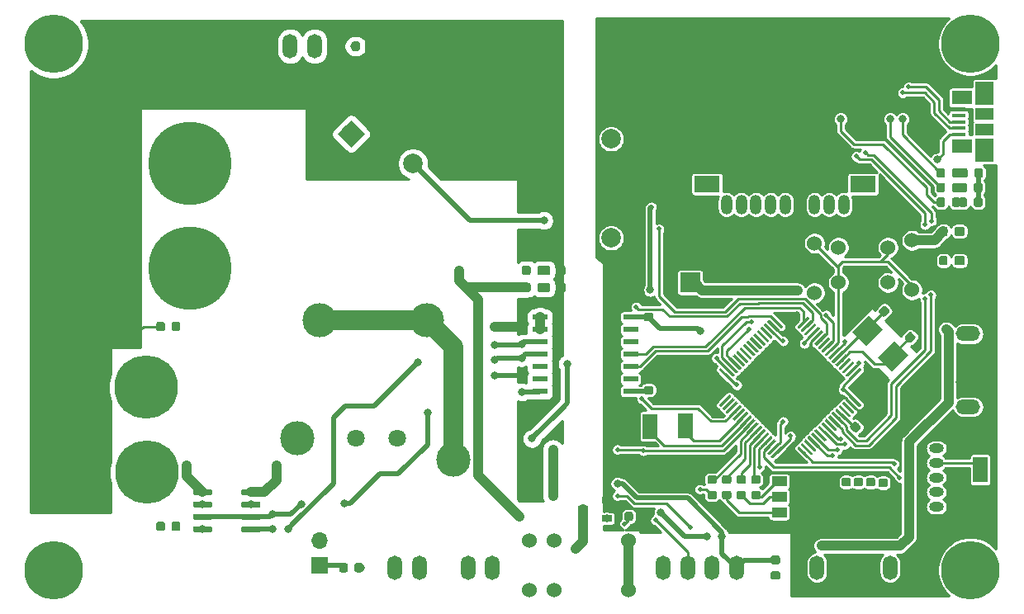
<source format=gbr>
G04 #@! TF.GenerationSoftware,KiCad,Pcbnew,(5.1.2)-1*
G04 #@! TF.CreationDate,2019-06-09T18:28:46+09:00*
G04 #@! TF.ProjectId,Control_5VOUT_ElectrocityManager,436f6e74-726f-46c5-9f35-564f55545f45,rev?*
G04 #@! TF.SameCoordinates,Original*
G04 #@! TF.FileFunction,Copper,L1,Top*
G04 #@! TF.FilePolarity,Positive*
%FSLAX46Y46*%
G04 Gerber Fmt 4.6, Leading zero omitted, Abs format (unit mm)*
G04 Created by KiCad (PCBNEW (5.1.2)-1) date 2019-06-09 18:28:46*
%MOMM*%
%LPD*%
G04 APERTURE LIST*
%ADD10R,1.500000X1.000000*%
%ADD11C,2.000000*%
%ADD12C,0.100000*%
%ADD13R,1.500000X0.600000*%
%ADD14O,1.524000X1.000000*%
%ADD15C,0.875000*%
%ADD16R,1.700000X1.700000*%
%ADD17O,1.700000X1.700000*%
%ADD18C,8.500000*%
%ADD19R,1.000000X0.700000*%
%ADD20R,1.500000X2.600000*%
%ADD21C,0.300000*%
%ADD22C,1.524000*%
%ADD23O,1.200000X2.000000*%
%ADD24R,2.600000X1.700000*%
%ADD25C,0.600000*%
%ADD26R,1.380000X0.450000*%
%ADD27R,2.100000X1.475000*%
%ADD28R,1.900000X2.375000*%
%ADD29R,1.900000X1.175000*%
%ADD30C,6.500000*%
%ADD31O,1.500000X2.500000*%
%ADD32R,2.000000X2.000000*%
%ADD33C,3.500000*%
%ADD34C,1.800000*%
%ADD35C,6.400000*%
%ADD36C,0.800000*%
%ADD37O,2.500000X1.500000*%
%ADD38C,6.000000*%
%ADD39C,0.500000*%
%ADD40C,0.250000*%
%ADD41C,0.500000*%
%ADD42C,1.000000*%
%ADD43C,2.000000*%
%ADD44C,0.254000*%
G04 APERTURE END LIST*
D10*
X122400000Y-96900000D03*
X122400000Y-98500000D03*
X122400000Y-100100000D03*
X127400000Y-100100000D03*
X127400000Y-98500000D03*
X127400000Y-96900000D03*
D11*
X134058148Y-84058148D03*
D12*
G36*
X135613783Y-83916727D02*
G01*
X133916727Y-85613783D01*
X132502513Y-84199569D01*
X134199569Y-82502513D01*
X135613783Y-83916727D01*
X135613783Y-83916727D01*
G37*
D11*
X131441852Y-81441852D03*
D12*
G36*
X132997487Y-81300431D02*
G01*
X131300431Y-82997487D01*
X129886217Y-81583273D01*
X131583273Y-79886217D01*
X132997487Y-81300431D01*
X132997487Y-81300431D01*
G37*
D13*
X107150000Y-80055000D03*
X107150000Y-81325000D03*
X107150000Y-82595000D03*
X107150000Y-83865000D03*
X107150000Y-85135000D03*
X107150000Y-86405000D03*
X107150000Y-87675000D03*
X107150000Y-88945000D03*
X97850000Y-88945000D03*
X97850000Y-87675000D03*
X97850000Y-86405000D03*
X97850000Y-85135000D03*
X97850000Y-83865000D03*
X97850000Y-82595000D03*
X97850000Y-81325000D03*
X97850000Y-80055000D03*
D14*
X138500000Y-93500000D03*
X138500000Y-95000000D03*
X138500000Y-96500000D03*
X138500000Y-98000000D03*
X138500000Y-99500000D03*
X138500000Y-101000000D03*
D12*
G36*
X135854805Y-81560121D02*
G01*
X135876040Y-81563271D01*
X135896864Y-81568487D01*
X135917076Y-81575719D01*
X135936482Y-81584898D01*
X135954895Y-81595934D01*
X135972138Y-81608722D01*
X135988044Y-81623138D01*
X136297403Y-81932497D01*
X136311819Y-81948403D01*
X136324607Y-81965646D01*
X136335643Y-81984059D01*
X136344822Y-82003465D01*
X136352054Y-82023677D01*
X136357270Y-82044501D01*
X136360420Y-82065736D01*
X136361473Y-82087177D01*
X136360420Y-82108618D01*
X136357270Y-82129853D01*
X136352054Y-82150677D01*
X136344822Y-82170889D01*
X136335643Y-82190295D01*
X136324607Y-82208708D01*
X136311819Y-82225951D01*
X136297403Y-82241857D01*
X135935010Y-82604250D01*
X135919104Y-82618666D01*
X135901861Y-82631454D01*
X135883448Y-82642490D01*
X135864042Y-82651669D01*
X135843830Y-82658901D01*
X135823006Y-82664117D01*
X135801771Y-82667267D01*
X135780330Y-82668320D01*
X135758889Y-82667267D01*
X135737654Y-82664117D01*
X135716830Y-82658901D01*
X135696618Y-82651669D01*
X135677212Y-82642490D01*
X135658799Y-82631454D01*
X135641556Y-82618666D01*
X135625650Y-82604250D01*
X135316291Y-82294891D01*
X135301875Y-82278985D01*
X135289087Y-82261742D01*
X135278051Y-82243329D01*
X135268872Y-82223923D01*
X135261640Y-82203711D01*
X135256424Y-82182887D01*
X135253274Y-82161652D01*
X135252221Y-82140211D01*
X135253274Y-82118770D01*
X135256424Y-82097535D01*
X135261640Y-82076711D01*
X135268872Y-82056499D01*
X135278051Y-82037093D01*
X135289087Y-82018680D01*
X135301875Y-82001437D01*
X135316291Y-81985531D01*
X135678684Y-81623138D01*
X135694590Y-81608722D01*
X135711833Y-81595934D01*
X135730246Y-81584898D01*
X135749652Y-81575719D01*
X135769864Y-81568487D01*
X135790688Y-81563271D01*
X135811923Y-81560121D01*
X135833364Y-81559068D01*
X135854805Y-81560121D01*
X135854805Y-81560121D01*
G37*
D15*
X135806847Y-82113694D03*
D12*
G36*
X134741111Y-80446427D02*
G01*
X134762346Y-80449577D01*
X134783170Y-80454793D01*
X134803382Y-80462025D01*
X134822788Y-80471204D01*
X134841201Y-80482240D01*
X134858444Y-80495028D01*
X134874350Y-80509444D01*
X135183709Y-80818803D01*
X135198125Y-80834709D01*
X135210913Y-80851952D01*
X135221949Y-80870365D01*
X135231128Y-80889771D01*
X135238360Y-80909983D01*
X135243576Y-80930807D01*
X135246726Y-80952042D01*
X135247779Y-80973483D01*
X135246726Y-80994924D01*
X135243576Y-81016159D01*
X135238360Y-81036983D01*
X135231128Y-81057195D01*
X135221949Y-81076601D01*
X135210913Y-81095014D01*
X135198125Y-81112257D01*
X135183709Y-81128163D01*
X134821316Y-81490556D01*
X134805410Y-81504972D01*
X134788167Y-81517760D01*
X134769754Y-81528796D01*
X134750348Y-81537975D01*
X134730136Y-81545207D01*
X134709312Y-81550423D01*
X134688077Y-81553573D01*
X134666636Y-81554626D01*
X134645195Y-81553573D01*
X134623960Y-81550423D01*
X134603136Y-81545207D01*
X134582924Y-81537975D01*
X134563518Y-81528796D01*
X134545105Y-81517760D01*
X134527862Y-81504972D01*
X134511956Y-81490556D01*
X134202597Y-81181197D01*
X134188181Y-81165291D01*
X134175393Y-81148048D01*
X134164357Y-81129635D01*
X134155178Y-81110229D01*
X134147946Y-81090017D01*
X134142730Y-81069193D01*
X134139580Y-81047958D01*
X134138527Y-81026517D01*
X134139580Y-81005076D01*
X134142730Y-80983841D01*
X134147946Y-80963017D01*
X134155178Y-80942805D01*
X134164357Y-80923399D01*
X134175393Y-80904986D01*
X134188181Y-80887743D01*
X134202597Y-80871837D01*
X134564990Y-80509444D01*
X134580896Y-80495028D01*
X134598139Y-80482240D01*
X134616552Y-80471204D01*
X134635958Y-80462025D01*
X134656170Y-80454793D01*
X134676994Y-80449577D01*
X134698229Y-80446427D01*
X134719670Y-80445374D01*
X134741111Y-80446427D01*
X134741111Y-80446427D01*
G37*
D15*
X134693153Y-81000000D03*
D12*
G36*
X134297958Y-80003274D02*
G01*
X134319193Y-80006424D01*
X134340017Y-80011640D01*
X134360229Y-80018872D01*
X134379635Y-80028051D01*
X134398048Y-80039087D01*
X134415291Y-80051875D01*
X134431197Y-80066291D01*
X134740556Y-80375650D01*
X134754972Y-80391556D01*
X134767760Y-80408799D01*
X134778796Y-80427212D01*
X134787975Y-80446618D01*
X134795207Y-80466830D01*
X134800423Y-80487654D01*
X134803573Y-80508889D01*
X134804626Y-80530330D01*
X134803573Y-80551771D01*
X134800423Y-80573006D01*
X134795207Y-80593830D01*
X134787975Y-80614042D01*
X134778796Y-80633448D01*
X134767760Y-80651861D01*
X134754972Y-80669104D01*
X134740556Y-80685010D01*
X134378163Y-81047403D01*
X134362257Y-81061819D01*
X134345014Y-81074607D01*
X134326601Y-81085643D01*
X134307195Y-81094822D01*
X134286983Y-81102054D01*
X134266159Y-81107270D01*
X134244924Y-81110420D01*
X134223483Y-81111473D01*
X134202042Y-81110420D01*
X134180807Y-81107270D01*
X134159983Y-81102054D01*
X134139771Y-81094822D01*
X134120365Y-81085643D01*
X134101952Y-81074607D01*
X134084709Y-81061819D01*
X134068803Y-81047403D01*
X133759444Y-80738044D01*
X133745028Y-80722138D01*
X133732240Y-80704895D01*
X133721204Y-80686482D01*
X133712025Y-80667076D01*
X133704793Y-80646864D01*
X133699577Y-80626040D01*
X133696427Y-80604805D01*
X133695374Y-80583364D01*
X133696427Y-80561923D01*
X133699577Y-80540688D01*
X133704793Y-80519864D01*
X133712025Y-80499652D01*
X133721204Y-80480246D01*
X133732240Y-80461833D01*
X133745028Y-80444590D01*
X133759444Y-80428684D01*
X134121837Y-80066291D01*
X134137743Y-80051875D01*
X134154986Y-80039087D01*
X134173399Y-80028051D01*
X134192805Y-80018872D01*
X134213017Y-80011640D01*
X134233841Y-80006424D01*
X134255076Y-80003274D01*
X134276517Y-80002221D01*
X134297958Y-80003274D01*
X134297958Y-80003274D01*
G37*
D15*
X134250000Y-80556847D03*
D12*
G36*
X133184264Y-78889580D02*
G01*
X133205499Y-78892730D01*
X133226323Y-78897946D01*
X133246535Y-78905178D01*
X133265941Y-78914357D01*
X133284354Y-78925393D01*
X133301597Y-78938181D01*
X133317503Y-78952597D01*
X133626862Y-79261956D01*
X133641278Y-79277862D01*
X133654066Y-79295105D01*
X133665102Y-79313518D01*
X133674281Y-79332924D01*
X133681513Y-79353136D01*
X133686729Y-79373960D01*
X133689879Y-79395195D01*
X133690932Y-79416636D01*
X133689879Y-79438077D01*
X133686729Y-79459312D01*
X133681513Y-79480136D01*
X133674281Y-79500348D01*
X133665102Y-79519754D01*
X133654066Y-79538167D01*
X133641278Y-79555410D01*
X133626862Y-79571316D01*
X133264469Y-79933709D01*
X133248563Y-79948125D01*
X133231320Y-79960913D01*
X133212907Y-79971949D01*
X133193501Y-79981128D01*
X133173289Y-79988360D01*
X133152465Y-79993576D01*
X133131230Y-79996726D01*
X133109789Y-79997779D01*
X133088348Y-79996726D01*
X133067113Y-79993576D01*
X133046289Y-79988360D01*
X133026077Y-79981128D01*
X133006671Y-79971949D01*
X132988258Y-79960913D01*
X132971015Y-79948125D01*
X132955109Y-79933709D01*
X132645750Y-79624350D01*
X132631334Y-79608444D01*
X132618546Y-79591201D01*
X132607510Y-79572788D01*
X132598331Y-79553382D01*
X132591099Y-79533170D01*
X132585883Y-79512346D01*
X132582733Y-79491111D01*
X132581680Y-79469670D01*
X132582733Y-79448229D01*
X132585883Y-79426994D01*
X132591099Y-79406170D01*
X132598331Y-79385958D01*
X132607510Y-79366552D01*
X132618546Y-79348139D01*
X132631334Y-79330896D01*
X132645750Y-79314990D01*
X133008143Y-78952597D01*
X133024049Y-78938181D01*
X133041292Y-78925393D01*
X133059705Y-78914357D01*
X133079111Y-78905178D01*
X133099323Y-78897946D01*
X133120147Y-78892730D01*
X133141382Y-78889580D01*
X133162823Y-78888527D01*
X133184264Y-78889580D01*
X133184264Y-78889580D01*
G37*
D15*
X133136306Y-79443153D03*
D12*
G36*
X109277691Y-87101053D02*
G01*
X109298926Y-87104203D01*
X109319750Y-87109419D01*
X109339962Y-87116651D01*
X109359368Y-87125830D01*
X109377781Y-87136866D01*
X109395024Y-87149654D01*
X109410930Y-87164070D01*
X109425346Y-87179976D01*
X109438134Y-87197219D01*
X109449170Y-87215632D01*
X109458349Y-87235038D01*
X109465581Y-87255250D01*
X109470797Y-87276074D01*
X109473947Y-87297309D01*
X109475000Y-87318750D01*
X109475000Y-87756250D01*
X109473947Y-87777691D01*
X109470797Y-87798926D01*
X109465581Y-87819750D01*
X109458349Y-87839962D01*
X109449170Y-87859368D01*
X109438134Y-87877781D01*
X109425346Y-87895024D01*
X109410930Y-87910930D01*
X109395024Y-87925346D01*
X109377781Y-87938134D01*
X109359368Y-87949170D01*
X109339962Y-87958349D01*
X109319750Y-87965581D01*
X109298926Y-87970797D01*
X109277691Y-87973947D01*
X109256250Y-87975000D01*
X108743750Y-87975000D01*
X108722309Y-87973947D01*
X108701074Y-87970797D01*
X108680250Y-87965581D01*
X108660038Y-87958349D01*
X108640632Y-87949170D01*
X108622219Y-87938134D01*
X108604976Y-87925346D01*
X108589070Y-87910930D01*
X108574654Y-87895024D01*
X108561866Y-87877781D01*
X108550830Y-87859368D01*
X108541651Y-87839962D01*
X108534419Y-87819750D01*
X108529203Y-87798926D01*
X108526053Y-87777691D01*
X108525000Y-87756250D01*
X108525000Y-87318750D01*
X108526053Y-87297309D01*
X108529203Y-87276074D01*
X108534419Y-87255250D01*
X108541651Y-87235038D01*
X108550830Y-87215632D01*
X108561866Y-87197219D01*
X108574654Y-87179976D01*
X108589070Y-87164070D01*
X108604976Y-87149654D01*
X108622219Y-87136866D01*
X108640632Y-87125830D01*
X108660038Y-87116651D01*
X108680250Y-87109419D01*
X108701074Y-87104203D01*
X108722309Y-87101053D01*
X108743750Y-87100000D01*
X109256250Y-87100000D01*
X109277691Y-87101053D01*
X109277691Y-87101053D01*
G37*
D15*
X109000000Y-87537500D03*
D12*
G36*
X109277691Y-85526053D02*
G01*
X109298926Y-85529203D01*
X109319750Y-85534419D01*
X109339962Y-85541651D01*
X109359368Y-85550830D01*
X109377781Y-85561866D01*
X109395024Y-85574654D01*
X109410930Y-85589070D01*
X109425346Y-85604976D01*
X109438134Y-85622219D01*
X109449170Y-85640632D01*
X109458349Y-85660038D01*
X109465581Y-85680250D01*
X109470797Y-85701074D01*
X109473947Y-85722309D01*
X109475000Y-85743750D01*
X109475000Y-86181250D01*
X109473947Y-86202691D01*
X109470797Y-86223926D01*
X109465581Y-86244750D01*
X109458349Y-86264962D01*
X109449170Y-86284368D01*
X109438134Y-86302781D01*
X109425346Y-86320024D01*
X109410930Y-86335930D01*
X109395024Y-86350346D01*
X109377781Y-86363134D01*
X109359368Y-86374170D01*
X109339962Y-86383349D01*
X109319750Y-86390581D01*
X109298926Y-86395797D01*
X109277691Y-86398947D01*
X109256250Y-86400000D01*
X108743750Y-86400000D01*
X108722309Y-86398947D01*
X108701074Y-86395797D01*
X108680250Y-86390581D01*
X108660038Y-86383349D01*
X108640632Y-86374170D01*
X108622219Y-86363134D01*
X108604976Y-86350346D01*
X108589070Y-86335930D01*
X108574654Y-86320024D01*
X108561866Y-86302781D01*
X108550830Y-86284368D01*
X108541651Y-86264962D01*
X108534419Y-86244750D01*
X108529203Y-86223926D01*
X108526053Y-86202691D01*
X108525000Y-86181250D01*
X108525000Y-85743750D01*
X108526053Y-85722309D01*
X108529203Y-85701074D01*
X108534419Y-85680250D01*
X108541651Y-85660038D01*
X108550830Y-85640632D01*
X108561866Y-85622219D01*
X108574654Y-85604976D01*
X108589070Y-85589070D01*
X108604976Y-85574654D01*
X108622219Y-85561866D01*
X108640632Y-85550830D01*
X108660038Y-85541651D01*
X108680250Y-85534419D01*
X108701074Y-85529203D01*
X108722309Y-85526053D01*
X108743750Y-85525000D01*
X109256250Y-85525000D01*
X109277691Y-85526053D01*
X109277691Y-85526053D01*
G37*
D15*
X109000000Y-85962500D03*
D12*
G36*
X109277691Y-79601053D02*
G01*
X109298926Y-79604203D01*
X109319750Y-79609419D01*
X109339962Y-79616651D01*
X109359368Y-79625830D01*
X109377781Y-79636866D01*
X109395024Y-79649654D01*
X109410930Y-79664070D01*
X109425346Y-79679976D01*
X109438134Y-79697219D01*
X109449170Y-79715632D01*
X109458349Y-79735038D01*
X109465581Y-79755250D01*
X109470797Y-79776074D01*
X109473947Y-79797309D01*
X109475000Y-79818750D01*
X109475000Y-80256250D01*
X109473947Y-80277691D01*
X109470797Y-80298926D01*
X109465581Y-80319750D01*
X109458349Y-80339962D01*
X109449170Y-80359368D01*
X109438134Y-80377781D01*
X109425346Y-80395024D01*
X109410930Y-80410930D01*
X109395024Y-80425346D01*
X109377781Y-80438134D01*
X109359368Y-80449170D01*
X109339962Y-80458349D01*
X109319750Y-80465581D01*
X109298926Y-80470797D01*
X109277691Y-80473947D01*
X109256250Y-80475000D01*
X108743750Y-80475000D01*
X108722309Y-80473947D01*
X108701074Y-80470797D01*
X108680250Y-80465581D01*
X108660038Y-80458349D01*
X108640632Y-80449170D01*
X108622219Y-80438134D01*
X108604976Y-80425346D01*
X108589070Y-80410930D01*
X108574654Y-80395024D01*
X108561866Y-80377781D01*
X108550830Y-80359368D01*
X108541651Y-80339962D01*
X108534419Y-80319750D01*
X108529203Y-80298926D01*
X108526053Y-80277691D01*
X108525000Y-80256250D01*
X108525000Y-79818750D01*
X108526053Y-79797309D01*
X108529203Y-79776074D01*
X108534419Y-79755250D01*
X108541651Y-79735038D01*
X108550830Y-79715632D01*
X108561866Y-79697219D01*
X108574654Y-79679976D01*
X108589070Y-79664070D01*
X108604976Y-79649654D01*
X108622219Y-79636866D01*
X108640632Y-79625830D01*
X108660038Y-79616651D01*
X108680250Y-79609419D01*
X108701074Y-79604203D01*
X108722309Y-79601053D01*
X108743750Y-79600000D01*
X109256250Y-79600000D01*
X109277691Y-79601053D01*
X109277691Y-79601053D01*
G37*
D15*
X109000000Y-80037500D03*
D12*
G36*
X109277691Y-78026053D02*
G01*
X109298926Y-78029203D01*
X109319750Y-78034419D01*
X109339962Y-78041651D01*
X109359368Y-78050830D01*
X109377781Y-78061866D01*
X109395024Y-78074654D01*
X109410930Y-78089070D01*
X109425346Y-78104976D01*
X109438134Y-78122219D01*
X109449170Y-78140632D01*
X109458349Y-78160038D01*
X109465581Y-78180250D01*
X109470797Y-78201074D01*
X109473947Y-78222309D01*
X109475000Y-78243750D01*
X109475000Y-78681250D01*
X109473947Y-78702691D01*
X109470797Y-78723926D01*
X109465581Y-78744750D01*
X109458349Y-78764962D01*
X109449170Y-78784368D01*
X109438134Y-78802781D01*
X109425346Y-78820024D01*
X109410930Y-78835930D01*
X109395024Y-78850346D01*
X109377781Y-78863134D01*
X109359368Y-78874170D01*
X109339962Y-78883349D01*
X109319750Y-78890581D01*
X109298926Y-78895797D01*
X109277691Y-78898947D01*
X109256250Y-78900000D01*
X108743750Y-78900000D01*
X108722309Y-78898947D01*
X108701074Y-78895797D01*
X108680250Y-78890581D01*
X108660038Y-78883349D01*
X108640632Y-78874170D01*
X108622219Y-78863134D01*
X108604976Y-78850346D01*
X108589070Y-78835930D01*
X108574654Y-78820024D01*
X108561866Y-78802781D01*
X108550830Y-78784368D01*
X108541651Y-78764962D01*
X108534419Y-78744750D01*
X108529203Y-78723926D01*
X108526053Y-78702691D01*
X108525000Y-78681250D01*
X108525000Y-78243750D01*
X108526053Y-78222309D01*
X108529203Y-78201074D01*
X108534419Y-78180250D01*
X108541651Y-78160038D01*
X108550830Y-78140632D01*
X108561866Y-78122219D01*
X108574654Y-78104976D01*
X108589070Y-78089070D01*
X108604976Y-78074654D01*
X108622219Y-78061866D01*
X108640632Y-78050830D01*
X108660038Y-78041651D01*
X108680250Y-78034419D01*
X108701074Y-78029203D01*
X108722309Y-78026053D01*
X108743750Y-78025000D01*
X109256250Y-78025000D01*
X109277691Y-78026053D01*
X109277691Y-78026053D01*
G37*
D15*
X109000000Y-78462500D03*
D12*
G36*
X141502691Y-64776053D02*
G01*
X141523926Y-64779203D01*
X141544750Y-64784419D01*
X141564962Y-64791651D01*
X141584368Y-64800830D01*
X141602781Y-64811866D01*
X141620024Y-64824654D01*
X141635930Y-64839070D01*
X141650346Y-64854976D01*
X141663134Y-64872219D01*
X141674170Y-64890632D01*
X141683349Y-64910038D01*
X141690581Y-64930250D01*
X141695797Y-64951074D01*
X141698947Y-64972309D01*
X141700000Y-64993750D01*
X141700000Y-65506250D01*
X141698947Y-65527691D01*
X141695797Y-65548926D01*
X141690581Y-65569750D01*
X141683349Y-65589962D01*
X141674170Y-65609368D01*
X141663134Y-65627781D01*
X141650346Y-65645024D01*
X141635930Y-65660930D01*
X141620024Y-65675346D01*
X141602781Y-65688134D01*
X141584368Y-65699170D01*
X141564962Y-65708349D01*
X141544750Y-65715581D01*
X141523926Y-65720797D01*
X141502691Y-65723947D01*
X141481250Y-65725000D01*
X141043750Y-65725000D01*
X141022309Y-65723947D01*
X141001074Y-65720797D01*
X140980250Y-65715581D01*
X140960038Y-65708349D01*
X140940632Y-65699170D01*
X140922219Y-65688134D01*
X140904976Y-65675346D01*
X140889070Y-65660930D01*
X140874654Y-65645024D01*
X140861866Y-65627781D01*
X140850830Y-65609368D01*
X140841651Y-65589962D01*
X140834419Y-65569750D01*
X140829203Y-65548926D01*
X140826053Y-65527691D01*
X140825000Y-65506250D01*
X140825000Y-64993750D01*
X140826053Y-64972309D01*
X140829203Y-64951074D01*
X140834419Y-64930250D01*
X140841651Y-64910038D01*
X140850830Y-64890632D01*
X140861866Y-64872219D01*
X140874654Y-64854976D01*
X140889070Y-64839070D01*
X140904976Y-64824654D01*
X140922219Y-64811866D01*
X140940632Y-64800830D01*
X140960038Y-64791651D01*
X140980250Y-64784419D01*
X141001074Y-64779203D01*
X141022309Y-64776053D01*
X141043750Y-64775000D01*
X141481250Y-64775000D01*
X141502691Y-64776053D01*
X141502691Y-64776053D01*
G37*
D15*
X141262500Y-65250000D03*
D12*
G36*
X143077691Y-64776053D02*
G01*
X143098926Y-64779203D01*
X143119750Y-64784419D01*
X143139962Y-64791651D01*
X143159368Y-64800830D01*
X143177781Y-64811866D01*
X143195024Y-64824654D01*
X143210930Y-64839070D01*
X143225346Y-64854976D01*
X143238134Y-64872219D01*
X143249170Y-64890632D01*
X143258349Y-64910038D01*
X143265581Y-64930250D01*
X143270797Y-64951074D01*
X143273947Y-64972309D01*
X143275000Y-64993750D01*
X143275000Y-65506250D01*
X143273947Y-65527691D01*
X143270797Y-65548926D01*
X143265581Y-65569750D01*
X143258349Y-65589962D01*
X143249170Y-65609368D01*
X143238134Y-65627781D01*
X143225346Y-65645024D01*
X143210930Y-65660930D01*
X143195024Y-65675346D01*
X143177781Y-65688134D01*
X143159368Y-65699170D01*
X143139962Y-65708349D01*
X143119750Y-65715581D01*
X143098926Y-65720797D01*
X143077691Y-65723947D01*
X143056250Y-65725000D01*
X142618750Y-65725000D01*
X142597309Y-65723947D01*
X142576074Y-65720797D01*
X142555250Y-65715581D01*
X142535038Y-65708349D01*
X142515632Y-65699170D01*
X142497219Y-65688134D01*
X142479976Y-65675346D01*
X142464070Y-65660930D01*
X142449654Y-65645024D01*
X142436866Y-65627781D01*
X142425830Y-65609368D01*
X142416651Y-65589962D01*
X142409419Y-65569750D01*
X142404203Y-65548926D01*
X142401053Y-65527691D01*
X142400000Y-65506250D01*
X142400000Y-64993750D01*
X142401053Y-64972309D01*
X142404203Y-64951074D01*
X142409419Y-64930250D01*
X142416651Y-64910038D01*
X142425830Y-64890632D01*
X142436866Y-64872219D01*
X142449654Y-64854976D01*
X142464070Y-64839070D01*
X142479976Y-64824654D01*
X142497219Y-64811866D01*
X142515632Y-64800830D01*
X142535038Y-64791651D01*
X142555250Y-64784419D01*
X142576074Y-64779203D01*
X142597309Y-64776053D01*
X142618750Y-64775000D01*
X143056250Y-64775000D01*
X143077691Y-64776053D01*
X143077691Y-64776053D01*
G37*
D15*
X142837500Y-65250000D03*
D12*
G36*
X143027691Y-66276053D02*
G01*
X143048926Y-66279203D01*
X143069750Y-66284419D01*
X143089962Y-66291651D01*
X143109368Y-66300830D01*
X143127781Y-66311866D01*
X143145024Y-66324654D01*
X143160930Y-66339070D01*
X143175346Y-66354976D01*
X143188134Y-66372219D01*
X143199170Y-66390632D01*
X143208349Y-66410038D01*
X143215581Y-66430250D01*
X143220797Y-66451074D01*
X143223947Y-66472309D01*
X143225000Y-66493750D01*
X143225000Y-67006250D01*
X143223947Y-67027691D01*
X143220797Y-67048926D01*
X143215581Y-67069750D01*
X143208349Y-67089962D01*
X143199170Y-67109368D01*
X143188134Y-67127781D01*
X143175346Y-67145024D01*
X143160930Y-67160930D01*
X143145024Y-67175346D01*
X143127781Y-67188134D01*
X143109368Y-67199170D01*
X143089962Y-67208349D01*
X143069750Y-67215581D01*
X143048926Y-67220797D01*
X143027691Y-67223947D01*
X143006250Y-67225000D01*
X142568750Y-67225000D01*
X142547309Y-67223947D01*
X142526074Y-67220797D01*
X142505250Y-67215581D01*
X142485038Y-67208349D01*
X142465632Y-67199170D01*
X142447219Y-67188134D01*
X142429976Y-67175346D01*
X142414070Y-67160930D01*
X142399654Y-67145024D01*
X142386866Y-67127781D01*
X142375830Y-67109368D01*
X142366651Y-67089962D01*
X142359419Y-67069750D01*
X142354203Y-67048926D01*
X142351053Y-67027691D01*
X142350000Y-67006250D01*
X142350000Y-66493750D01*
X142351053Y-66472309D01*
X142354203Y-66451074D01*
X142359419Y-66430250D01*
X142366651Y-66410038D01*
X142375830Y-66390632D01*
X142386866Y-66372219D01*
X142399654Y-66354976D01*
X142414070Y-66339070D01*
X142429976Y-66324654D01*
X142447219Y-66311866D01*
X142465632Y-66300830D01*
X142485038Y-66291651D01*
X142505250Y-66284419D01*
X142526074Y-66279203D01*
X142547309Y-66276053D01*
X142568750Y-66275000D01*
X143006250Y-66275000D01*
X143027691Y-66276053D01*
X143027691Y-66276053D01*
G37*
D15*
X142787500Y-66750000D03*
D12*
G36*
X141452691Y-66276053D02*
G01*
X141473926Y-66279203D01*
X141494750Y-66284419D01*
X141514962Y-66291651D01*
X141534368Y-66300830D01*
X141552781Y-66311866D01*
X141570024Y-66324654D01*
X141585930Y-66339070D01*
X141600346Y-66354976D01*
X141613134Y-66372219D01*
X141624170Y-66390632D01*
X141633349Y-66410038D01*
X141640581Y-66430250D01*
X141645797Y-66451074D01*
X141648947Y-66472309D01*
X141650000Y-66493750D01*
X141650000Y-67006250D01*
X141648947Y-67027691D01*
X141645797Y-67048926D01*
X141640581Y-67069750D01*
X141633349Y-67089962D01*
X141624170Y-67109368D01*
X141613134Y-67127781D01*
X141600346Y-67145024D01*
X141585930Y-67160930D01*
X141570024Y-67175346D01*
X141552781Y-67188134D01*
X141534368Y-67199170D01*
X141514962Y-67208349D01*
X141494750Y-67215581D01*
X141473926Y-67220797D01*
X141452691Y-67223947D01*
X141431250Y-67225000D01*
X140993750Y-67225000D01*
X140972309Y-67223947D01*
X140951074Y-67220797D01*
X140930250Y-67215581D01*
X140910038Y-67208349D01*
X140890632Y-67199170D01*
X140872219Y-67188134D01*
X140854976Y-67175346D01*
X140839070Y-67160930D01*
X140824654Y-67145024D01*
X140811866Y-67127781D01*
X140800830Y-67109368D01*
X140791651Y-67089962D01*
X140784419Y-67069750D01*
X140779203Y-67048926D01*
X140776053Y-67027691D01*
X140775000Y-67006250D01*
X140775000Y-66493750D01*
X140776053Y-66472309D01*
X140779203Y-66451074D01*
X140784419Y-66430250D01*
X140791651Y-66410038D01*
X140800830Y-66390632D01*
X140811866Y-66372219D01*
X140824654Y-66354976D01*
X140839070Y-66339070D01*
X140854976Y-66324654D01*
X140872219Y-66311866D01*
X140890632Y-66300830D01*
X140910038Y-66291651D01*
X140930250Y-66284419D01*
X140951074Y-66279203D01*
X140972309Y-66276053D01*
X140993750Y-66275000D01*
X141431250Y-66275000D01*
X141452691Y-66276053D01*
X141452691Y-66276053D01*
G37*
D15*
X141212500Y-66750000D03*
D12*
G36*
X141452691Y-67776053D02*
G01*
X141473926Y-67779203D01*
X141494750Y-67784419D01*
X141514962Y-67791651D01*
X141534368Y-67800830D01*
X141552781Y-67811866D01*
X141570024Y-67824654D01*
X141585930Y-67839070D01*
X141600346Y-67854976D01*
X141613134Y-67872219D01*
X141624170Y-67890632D01*
X141633349Y-67910038D01*
X141640581Y-67930250D01*
X141645797Y-67951074D01*
X141648947Y-67972309D01*
X141650000Y-67993750D01*
X141650000Y-68506250D01*
X141648947Y-68527691D01*
X141645797Y-68548926D01*
X141640581Y-68569750D01*
X141633349Y-68589962D01*
X141624170Y-68609368D01*
X141613134Y-68627781D01*
X141600346Y-68645024D01*
X141585930Y-68660930D01*
X141570024Y-68675346D01*
X141552781Y-68688134D01*
X141534368Y-68699170D01*
X141514962Y-68708349D01*
X141494750Y-68715581D01*
X141473926Y-68720797D01*
X141452691Y-68723947D01*
X141431250Y-68725000D01*
X140993750Y-68725000D01*
X140972309Y-68723947D01*
X140951074Y-68720797D01*
X140930250Y-68715581D01*
X140910038Y-68708349D01*
X140890632Y-68699170D01*
X140872219Y-68688134D01*
X140854976Y-68675346D01*
X140839070Y-68660930D01*
X140824654Y-68645024D01*
X140811866Y-68627781D01*
X140800830Y-68609368D01*
X140791651Y-68589962D01*
X140784419Y-68569750D01*
X140779203Y-68548926D01*
X140776053Y-68527691D01*
X140775000Y-68506250D01*
X140775000Y-67993750D01*
X140776053Y-67972309D01*
X140779203Y-67951074D01*
X140784419Y-67930250D01*
X140791651Y-67910038D01*
X140800830Y-67890632D01*
X140811866Y-67872219D01*
X140824654Y-67854976D01*
X140839070Y-67839070D01*
X140854976Y-67824654D01*
X140872219Y-67811866D01*
X140890632Y-67800830D01*
X140910038Y-67791651D01*
X140930250Y-67784419D01*
X140951074Y-67779203D01*
X140972309Y-67776053D01*
X140993750Y-67775000D01*
X141431250Y-67775000D01*
X141452691Y-67776053D01*
X141452691Y-67776053D01*
G37*
D15*
X141212500Y-68250000D03*
D12*
G36*
X143027691Y-67776053D02*
G01*
X143048926Y-67779203D01*
X143069750Y-67784419D01*
X143089962Y-67791651D01*
X143109368Y-67800830D01*
X143127781Y-67811866D01*
X143145024Y-67824654D01*
X143160930Y-67839070D01*
X143175346Y-67854976D01*
X143188134Y-67872219D01*
X143199170Y-67890632D01*
X143208349Y-67910038D01*
X143215581Y-67930250D01*
X143220797Y-67951074D01*
X143223947Y-67972309D01*
X143225000Y-67993750D01*
X143225000Y-68506250D01*
X143223947Y-68527691D01*
X143220797Y-68548926D01*
X143215581Y-68569750D01*
X143208349Y-68589962D01*
X143199170Y-68609368D01*
X143188134Y-68627781D01*
X143175346Y-68645024D01*
X143160930Y-68660930D01*
X143145024Y-68675346D01*
X143127781Y-68688134D01*
X143109368Y-68699170D01*
X143089962Y-68708349D01*
X143069750Y-68715581D01*
X143048926Y-68720797D01*
X143027691Y-68723947D01*
X143006250Y-68725000D01*
X142568750Y-68725000D01*
X142547309Y-68723947D01*
X142526074Y-68720797D01*
X142505250Y-68715581D01*
X142485038Y-68708349D01*
X142465632Y-68699170D01*
X142447219Y-68688134D01*
X142429976Y-68675346D01*
X142414070Y-68660930D01*
X142399654Y-68645024D01*
X142386866Y-68627781D01*
X142375830Y-68609368D01*
X142366651Y-68589962D01*
X142359419Y-68569750D01*
X142354203Y-68548926D01*
X142351053Y-68527691D01*
X142350000Y-68506250D01*
X142350000Y-67993750D01*
X142351053Y-67972309D01*
X142354203Y-67951074D01*
X142359419Y-67930250D01*
X142366651Y-67910038D01*
X142375830Y-67890632D01*
X142386866Y-67872219D01*
X142399654Y-67854976D01*
X142414070Y-67839070D01*
X142429976Y-67824654D01*
X142447219Y-67811866D01*
X142465632Y-67800830D01*
X142485038Y-67791651D01*
X142505250Y-67784419D01*
X142526074Y-67779203D01*
X142547309Y-67776053D01*
X142568750Y-67775000D01*
X143006250Y-67775000D01*
X143027691Y-67776053D01*
X143027691Y-67776053D01*
G37*
D15*
X142787500Y-68250000D03*
D12*
G36*
X133307691Y-96606053D02*
G01*
X133328926Y-96609203D01*
X133349750Y-96614419D01*
X133369962Y-96621651D01*
X133389368Y-96630830D01*
X133407781Y-96641866D01*
X133425024Y-96654654D01*
X133440930Y-96669070D01*
X133455346Y-96684976D01*
X133468134Y-96702219D01*
X133479170Y-96720632D01*
X133488349Y-96740038D01*
X133495581Y-96760250D01*
X133500797Y-96781074D01*
X133503947Y-96802309D01*
X133505000Y-96823750D01*
X133505000Y-97261250D01*
X133503947Y-97282691D01*
X133500797Y-97303926D01*
X133495581Y-97324750D01*
X133488349Y-97344962D01*
X133479170Y-97364368D01*
X133468134Y-97382781D01*
X133455346Y-97400024D01*
X133440930Y-97415930D01*
X133425024Y-97430346D01*
X133407781Y-97443134D01*
X133389368Y-97454170D01*
X133369962Y-97463349D01*
X133349750Y-97470581D01*
X133328926Y-97475797D01*
X133307691Y-97478947D01*
X133286250Y-97480000D01*
X132773750Y-97480000D01*
X132752309Y-97478947D01*
X132731074Y-97475797D01*
X132710250Y-97470581D01*
X132690038Y-97463349D01*
X132670632Y-97454170D01*
X132652219Y-97443134D01*
X132634976Y-97430346D01*
X132619070Y-97415930D01*
X132604654Y-97400024D01*
X132591866Y-97382781D01*
X132580830Y-97364368D01*
X132571651Y-97344962D01*
X132564419Y-97324750D01*
X132559203Y-97303926D01*
X132556053Y-97282691D01*
X132555000Y-97261250D01*
X132555000Y-96823750D01*
X132556053Y-96802309D01*
X132559203Y-96781074D01*
X132564419Y-96760250D01*
X132571651Y-96740038D01*
X132580830Y-96720632D01*
X132591866Y-96702219D01*
X132604654Y-96684976D01*
X132619070Y-96669070D01*
X132634976Y-96654654D01*
X132652219Y-96641866D01*
X132670632Y-96630830D01*
X132690038Y-96621651D01*
X132710250Y-96614419D01*
X132731074Y-96609203D01*
X132752309Y-96606053D01*
X132773750Y-96605000D01*
X133286250Y-96605000D01*
X133307691Y-96606053D01*
X133307691Y-96606053D01*
G37*
D15*
X133030000Y-97042500D03*
D12*
G36*
X133307691Y-98181053D02*
G01*
X133328926Y-98184203D01*
X133349750Y-98189419D01*
X133369962Y-98196651D01*
X133389368Y-98205830D01*
X133407781Y-98216866D01*
X133425024Y-98229654D01*
X133440930Y-98244070D01*
X133455346Y-98259976D01*
X133468134Y-98277219D01*
X133479170Y-98295632D01*
X133488349Y-98315038D01*
X133495581Y-98335250D01*
X133500797Y-98356074D01*
X133503947Y-98377309D01*
X133505000Y-98398750D01*
X133505000Y-98836250D01*
X133503947Y-98857691D01*
X133500797Y-98878926D01*
X133495581Y-98899750D01*
X133488349Y-98919962D01*
X133479170Y-98939368D01*
X133468134Y-98957781D01*
X133455346Y-98975024D01*
X133440930Y-98990930D01*
X133425024Y-99005346D01*
X133407781Y-99018134D01*
X133389368Y-99029170D01*
X133369962Y-99038349D01*
X133349750Y-99045581D01*
X133328926Y-99050797D01*
X133307691Y-99053947D01*
X133286250Y-99055000D01*
X132773750Y-99055000D01*
X132752309Y-99053947D01*
X132731074Y-99050797D01*
X132710250Y-99045581D01*
X132690038Y-99038349D01*
X132670632Y-99029170D01*
X132652219Y-99018134D01*
X132634976Y-99005346D01*
X132619070Y-98990930D01*
X132604654Y-98975024D01*
X132591866Y-98957781D01*
X132580830Y-98939368D01*
X132571651Y-98919962D01*
X132564419Y-98899750D01*
X132559203Y-98878926D01*
X132556053Y-98857691D01*
X132555000Y-98836250D01*
X132555000Y-98398750D01*
X132556053Y-98377309D01*
X132559203Y-98356074D01*
X132564419Y-98335250D01*
X132571651Y-98315038D01*
X132580830Y-98295632D01*
X132591866Y-98277219D01*
X132604654Y-98259976D01*
X132619070Y-98244070D01*
X132634976Y-98229654D01*
X132652219Y-98216866D01*
X132670632Y-98205830D01*
X132690038Y-98196651D01*
X132710250Y-98189419D01*
X132731074Y-98184203D01*
X132752309Y-98181053D01*
X132773750Y-98180000D01*
X133286250Y-98180000D01*
X133307691Y-98181053D01*
X133307691Y-98181053D01*
G37*
D15*
X133030000Y-98617500D03*
D12*
G36*
X132027691Y-96526053D02*
G01*
X132048926Y-96529203D01*
X132069750Y-96534419D01*
X132089962Y-96541651D01*
X132109368Y-96550830D01*
X132127781Y-96561866D01*
X132145024Y-96574654D01*
X132160930Y-96589070D01*
X132175346Y-96604976D01*
X132188134Y-96622219D01*
X132199170Y-96640632D01*
X132208349Y-96660038D01*
X132215581Y-96680250D01*
X132220797Y-96701074D01*
X132223947Y-96722309D01*
X132225000Y-96743750D01*
X132225000Y-97181250D01*
X132223947Y-97202691D01*
X132220797Y-97223926D01*
X132215581Y-97244750D01*
X132208349Y-97264962D01*
X132199170Y-97284368D01*
X132188134Y-97302781D01*
X132175346Y-97320024D01*
X132160930Y-97335930D01*
X132145024Y-97350346D01*
X132127781Y-97363134D01*
X132109368Y-97374170D01*
X132089962Y-97383349D01*
X132069750Y-97390581D01*
X132048926Y-97395797D01*
X132027691Y-97398947D01*
X132006250Y-97400000D01*
X131493750Y-97400000D01*
X131472309Y-97398947D01*
X131451074Y-97395797D01*
X131430250Y-97390581D01*
X131410038Y-97383349D01*
X131390632Y-97374170D01*
X131372219Y-97363134D01*
X131354976Y-97350346D01*
X131339070Y-97335930D01*
X131324654Y-97320024D01*
X131311866Y-97302781D01*
X131300830Y-97284368D01*
X131291651Y-97264962D01*
X131284419Y-97244750D01*
X131279203Y-97223926D01*
X131276053Y-97202691D01*
X131275000Y-97181250D01*
X131275000Y-96743750D01*
X131276053Y-96722309D01*
X131279203Y-96701074D01*
X131284419Y-96680250D01*
X131291651Y-96660038D01*
X131300830Y-96640632D01*
X131311866Y-96622219D01*
X131324654Y-96604976D01*
X131339070Y-96589070D01*
X131354976Y-96574654D01*
X131372219Y-96561866D01*
X131390632Y-96550830D01*
X131410038Y-96541651D01*
X131430250Y-96534419D01*
X131451074Y-96529203D01*
X131472309Y-96526053D01*
X131493750Y-96525000D01*
X132006250Y-96525000D01*
X132027691Y-96526053D01*
X132027691Y-96526053D01*
G37*
D15*
X131750000Y-96962500D03*
D12*
G36*
X132027691Y-98101053D02*
G01*
X132048926Y-98104203D01*
X132069750Y-98109419D01*
X132089962Y-98116651D01*
X132109368Y-98125830D01*
X132127781Y-98136866D01*
X132145024Y-98149654D01*
X132160930Y-98164070D01*
X132175346Y-98179976D01*
X132188134Y-98197219D01*
X132199170Y-98215632D01*
X132208349Y-98235038D01*
X132215581Y-98255250D01*
X132220797Y-98276074D01*
X132223947Y-98297309D01*
X132225000Y-98318750D01*
X132225000Y-98756250D01*
X132223947Y-98777691D01*
X132220797Y-98798926D01*
X132215581Y-98819750D01*
X132208349Y-98839962D01*
X132199170Y-98859368D01*
X132188134Y-98877781D01*
X132175346Y-98895024D01*
X132160930Y-98910930D01*
X132145024Y-98925346D01*
X132127781Y-98938134D01*
X132109368Y-98949170D01*
X132089962Y-98958349D01*
X132069750Y-98965581D01*
X132048926Y-98970797D01*
X132027691Y-98973947D01*
X132006250Y-98975000D01*
X131493750Y-98975000D01*
X131472309Y-98973947D01*
X131451074Y-98970797D01*
X131430250Y-98965581D01*
X131410038Y-98958349D01*
X131390632Y-98949170D01*
X131372219Y-98938134D01*
X131354976Y-98925346D01*
X131339070Y-98910930D01*
X131324654Y-98895024D01*
X131311866Y-98877781D01*
X131300830Y-98859368D01*
X131291651Y-98839962D01*
X131284419Y-98819750D01*
X131279203Y-98798926D01*
X131276053Y-98777691D01*
X131275000Y-98756250D01*
X131275000Y-98318750D01*
X131276053Y-98297309D01*
X131279203Y-98276074D01*
X131284419Y-98255250D01*
X131291651Y-98235038D01*
X131300830Y-98215632D01*
X131311866Y-98197219D01*
X131324654Y-98179976D01*
X131339070Y-98164070D01*
X131354976Y-98149654D01*
X131372219Y-98136866D01*
X131390632Y-98125830D01*
X131410038Y-98116651D01*
X131430250Y-98109419D01*
X131451074Y-98104203D01*
X131472309Y-98101053D01*
X131493750Y-98100000D01*
X132006250Y-98100000D01*
X132027691Y-98101053D01*
X132027691Y-98101053D01*
G37*
D15*
X131750000Y-98537500D03*
D12*
G36*
X130777691Y-98101053D02*
G01*
X130798926Y-98104203D01*
X130819750Y-98109419D01*
X130839962Y-98116651D01*
X130859368Y-98125830D01*
X130877781Y-98136866D01*
X130895024Y-98149654D01*
X130910930Y-98164070D01*
X130925346Y-98179976D01*
X130938134Y-98197219D01*
X130949170Y-98215632D01*
X130958349Y-98235038D01*
X130965581Y-98255250D01*
X130970797Y-98276074D01*
X130973947Y-98297309D01*
X130975000Y-98318750D01*
X130975000Y-98756250D01*
X130973947Y-98777691D01*
X130970797Y-98798926D01*
X130965581Y-98819750D01*
X130958349Y-98839962D01*
X130949170Y-98859368D01*
X130938134Y-98877781D01*
X130925346Y-98895024D01*
X130910930Y-98910930D01*
X130895024Y-98925346D01*
X130877781Y-98938134D01*
X130859368Y-98949170D01*
X130839962Y-98958349D01*
X130819750Y-98965581D01*
X130798926Y-98970797D01*
X130777691Y-98973947D01*
X130756250Y-98975000D01*
X130243750Y-98975000D01*
X130222309Y-98973947D01*
X130201074Y-98970797D01*
X130180250Y-98965581D01*
X130160038Y-98958349D01*
X130140632Y-98949170D01*
X130122219Y-98938134D01*
X130104976Y-98925346D01*
X130089070Y-98910930D01*
X130074654Y-98895024D01*
X130061866Y-98877781D01*
X130050830Y-98859368D01*
X130041651Y-98839962D01*
X130034419Y-98819750D01*
X130029203Y-98798926D01*
X130026053Y-98777691D01*
X130025000Y-98756250D01*
X130025000Y-98318750D01*
X130026053Y-98297309D01*
X130029203Y-98276074D01*
X130034419Y-98255250D01*
X130041651Y-98235038D01*
X130050830Y-98215632D01*
X130061866Y-98197219D01*
X130074654Y-98179976D01*
X130089070Y-98164070D01*
X130104976Y-98149654D01*
X130122219Y-98136866D01*
X130140632Y-98125830D01*
X130160038Y-98116651D01*
X130180250Y-98109419D01*
X130201074Y-98104203D01*
X130222309Y-98101053D01*
X130243750Y-98100000D01*
X130756250Y-98100000D01*
X130777691Y-98101053D01*
X130777691Y-98101053D01*
G37*
D15*
X130500000Y-98537500D03*
D12*
G36*
X130777691Y-96526053D02*
G01*
X130798926Y-96529203D01*
X130819750Y-96534419D01*
X130839962Y-96541651D01*
X130859368Y-96550830D01*
X130877781Y-96561866D01*
X130895024Y-96574654D01*
X130910930Y-96589070D01*
X130925346Y-96604976D01*
X130938134Y-96622219D01*
X130949170Y-96640632D01*
X130958349Y-96660038D01*
X130965581Y-96680250D01*
X130970797Y-96701074D01*
X130973947Y-96722309D01*
X130975000Y-96743750D01*
X130975000Y-97181250D01*
X130973947Y-97202691D01*
X130970797Y-97223926D01*
X130965581Y-97244750D01*
X130958349Y-97264962D01*
X130949170Y-97284368D01*
X130938134Y-97302781D01*
X130925346Y-97320024D01*
X130910930Y-97335930D01*
X130895024Y-97350346D01*
X130877781Y-97363134D01*
X130859368Y-97374170D01*
X130839962Y-97383349D01*
X130819750Y-97390581D01*
X130798926Y-97395797D01*
X130777691Y-97398947D01*
X130756250Y-97400000D01*
X130243750Y-97400000D01*
X130222309Y-97398947D01*
X130201074Y-97395797D01*
X130180250Y-97390581D01*
X130160038Y-97383349D01*
X130140632Y-97374170D01*
X130122219Y-97363134D01*
X130104976Y-97350346D01*
X130089070Y-97335930D01*
X130074654Y-97320024D01*
X130061866Y-97302781D01*
X130050830Y-97284368D01*
X130041651Y-97264962D01*
X130034419Y-97244750D01*
X130029203Y-97223926D01*
X130026053Y-97202691D01*
X130025000Y-97181250D01*
X130025000Y-96743750D01*
X130026053Y-96722309D01*
X130029203Y-96701074D01*
X130034419Y-96680250D01*
X130041651Y-96660038D01*
X130050830Y-96640632D01*
X130061866Y-96622219D01*
X130074654Y-96604976D01*
X130089070Y-96589070D01*
X130104976Y-96574654D01*
X130122219Y-96561866D01*
X130140632Y-96550830D01*
X130160038Y-96541651D01*
X130180250Y-96534419D01*
X130201074Y-96529203D01*
X130222309Y-96526053D01*
X130243750Y-96525000D01*
X130756250Y-96525000D01*
X130777691Y-96526053D01*
X130777691Y-96526053D01*
G37*
D15*
X130500000Y-96962500D03*
D12*
G36*
X129527691Y-98101053D02*
G01*
X129548926Y-98104203D01*
X129569750Y-98109419D01*
X129589962Y-98116651D01*
X129609368Y-98125830D01*
X129627781Y-98136866D01*
X129645024Y-98149654D01*
X129660930Y-98164070D01*
X129675346Y-98179976D01*
X129688134Y-98197219D01*
X129699170Y-98215632D01*
X129708349Y-98235038D01*
X129715581Y-98255250D01*
X129720797Y-98276074D01*
X129723947Y-98297309D01*
X129725000Y-98318750D01*
X129725000Y-98756250D01*
X129723947Y-98777691D01*
X129720797Y-98798926D01*
X129715581Y-98819750D01*
X129708349Y-98839962D01*
X129699170Y-98859368D01*
X129688134Y-98877781D01*
X129675346Y-98895024D01*
X129660930Y-98910930D01*
X129645024Y-98925346D01*
X129627781Y-98938134D01*
X129609368Y-98949170D01*
X129589962Y-98958349D01*
X129569750Y-98965581D01*
X129548926Y-98970797D01*
X129527691Y-98973947D01*
X129506250Y-98975000D01*
X128993750Y-98975000D01*
X128972309Y-98973947D01*
X128951074Y-98970797D01*
X128930250Y-98965581D01*
X128910038Y-98958349D01*
X128890632Y-98949170D01*
X128872219Y-98938134D01*
X128854976Y-98925346D01*
X128839070Y-98910930D01*
X128824654Y-98895024D01*
X128811866Y-98877781D01*
X128800830Y-98859368D01*
X128791651Y-98839962D01*
X128784419Y-98819750D01*
X128779203Y-98798926D01*
X128776053Y-98777691D01*
X128775000Y-98756250D01*
X128775000Y-98318750D01*
X128776053Y-98297309D01*
X128779203Y-98276074D01*
X128784419Y-98255250D01*
X128791651Y-98235038D01*
X128800830Y-98215632D01*
X128811866Y-98197219D01*
X128824654Y-98179976D01*
X128839070Y-98164070D01*
X128854976Y-98149654D01*
X128872219Y-98136866D01*
X128890632Y-98125830D01*
X128910038Y-98116651D01*
X128930250Y-98109419D01*
X128951074Y-98104203D01*
X128972309Y-98101053D01*
X128993750Y-98100000D01*
X129506250Y-98100000D01*
X129527691Y-98101053D01*
X129527691Y-98101053D01*
G37*
D15*
X129250000Y-98537500D03*
D12*
G36*
X129527691Y-96526053D02*
G01*
X129548926Y-96529203D01*
X129569750Y-96534419D01*
X129589962Y-96541651D01*
X129609368Y-96550830D01*
X129627781Y-96561866D01*
X129645024Y-96574654D01*
X129660930Y-96589070D01*
X129675346Y-96604976D01*
X129688134Y-96622219D01*
X129699170Y-96640632D01*
X129708349Y-96660038D01*
X129715581Y-96680250D01*
X129720797Y-96701074D01*
X129723947Y-96722309D01*
X129725000Y-96743750D01*
X129725000Y-97181250D01*
X129723947Y-97202691D01*
X129720797Y-97223926D01*
X129715581Y-97244750D01*
X129708349Y-97264962D01*
X129699170Y-97284368D01*
X129688134Y-97302781D01*
X129675346Y-97320024D01*
X129660930Y-97335930D01*
X129645024Y-97350346D01*
X129627781Y-97363134D01*
X129609368Y-97374170D01*
X129589962Y-97383349D01*
X129569750Y-97390581D01*
X129548926Y-97395797D01*
X129527691Y-97398947D01*
X129506250Y-97400000D01*
X128993750Y-97400000D01*
X128972309Y-97398947D01*
X128951074Y-97395797D01*
X128930250Y-97390581D01*
X128910038Y-97383349D01*
X128890632Y-97374170D01*
X128872219Y-97363134D01*
X128854976Y-97350346D01*
X128839070Y-97335930D01*
X128824654Y-97320024D01*
X128811866Y-97302781D01*
X128800830Y-97284368D01*
X128791651Y-97264962D01*
X128784419Y-97244750D01*
X128779203Y-97223926D01*
X128776053Y-97202691D01*
X128775000Y-97181250D01*
X128775000Y-96743750D01*
X128776053Y-96722309D01*
X128779203Y-96701074D01*
X128784419Y-96680250D01*
X128791651Y-96660038D01*
X128800830Y-96640632D01*
X128811866Y-96622219D01*
X128824654Y-96604976D01*
X128839070Y-96589070D01*
X128854976Y-96574654D01*
X128872219Y-96561866D01*
X128890632Y-96550830D01*
X128910038Y-96541651D01*
X128930250Y-96534419D01*
X128951074Y-96529203D01*
X128972309Y-96526053D01*
X128993750Y-96525000D01*
X129506250Y-96525000D01*
X129527691Y-96526053D01*
X129527691Y-96526053D01*
G37*
D15*
X129250000Y-96962500D03*
D12*
G36*
X142777691Y-70776053D02*
G01*
X142798926Y-70779203D01*
X142819750Y-70784419D01*
X142839962Y-70791651D01*
X142859368Y-70800830D01*
X142877781Y-70811866D01*
X142895024Y-70824654D01*
X142910930Y-70839070D01*
X142925346Y-70854976D01*
X142938134Y-70872219D01*
X142949170Y-70890632D01*
X142958349Y-70910038D01*
X142965581Y-70930250D01*
X142970797Y-70951074D01*
X142973947Y-70972309D01*
X142975000Y-70993750D01*
X142975000Y-71506250D01*
X142973947Y-71527691D01*
X142970797Y-71548926D01*
X142965581Y-71569750D01*
X142958349Y-71589962D01*
X142949170Y-71609368D01*
X142938134Y-71627781D01*
X142925346Y-71645024D01*
X142910930Y-71660930D01*
X142895024Y-71675346D01*
X142877781Y-71688134D01*
X142859368Y-71699170D01*
X142839962Y-71708349D01*
X142819750Y-71715581D01*
X142798926Y-71720797D01*
X142777691Y-71723947D01*
X142756250Y-71725000D01*
X142318750Y-71725000D01*
X142297309Y-71723947D01*
X142276074Y-71720797D01*
X142255250Y-71715581D01*
X142235038Y-71708349D01*
X142215632Y-71699170D01*
X142197219Y-71688134D01*
X142179976Y-71675346D01*
X142164070Y-71660930D01*
X142149654Y-71645024D01*
X142136866Y-71627781D01*
X142125830Y-71609368D01*
X142116651Y-71589962D01*
X142109419Y-71569750D01*
X142104203Y-71548926D01*
X142101053Y-71527691D01*
X142100000Y-71506250D01*
X142100000Y-70993750D01*
X142101053Y-70972309D01*
X142104203Y-70951074D01*
X142109419Y-70930250D01*
X142116651Y-70910038D01*
X142125830Y-70890632D01*
X142136866Y-70872219D01*
X142149654Y-70854976D01*
X142164070Y-70839070D01*
X142179976Y-70824654D01*
X142197219Y-70811866D01*
X142215632Y-70800830D01*
X142235038Y-70791651D01*
X142255250Y-70784419D01*
X142276074Y-70779203D01*
X142297309Y-70776053D01*
X142318750Y-70775000D01*
X142756250Y-70775000D01*
X142777691Y-70776053D01*
X142777691Y-70776053D01*
G37*
D15*
X142537500Y-71250000D03*
D12*
G36*
X141202691Y-70776053D02*
G01*
X141223926Y-70779203D01*
X141244750Y-70784419D01*
X141264962Y-70791651D01*
X141284368Y-70800830D01*
X141302781Y-70811866D01*
X141320024Y-70824654D01*
X141335930Y-70839070D01*
X141350346Y-70854976D01*
X141363134Y-70872219D01*
X141374170Y-70890632D01*
X141383349Y-70910038D01*
X141390581Y-70930250D01*
X141395797Y-70951074D01*
X141398947Y-70972309D01*
X141400000Y-70993750D01*
X141400000Y-71506250D01*
X141398947Y-71527691D01*
X141395797Y-71548926D01*
X141390581Y-71569750D01*
X141383349Y-71589962D01*
X141374170Y-71609368D01*
X141363134Y-71627781D01*
X141350346Y-71645024D01*
X141335930Y-71660930D01*
X141320024Y-71675346D01*
X141302781Y-71688134D01*
X141284368Y-71699170D01*
X141264962Y-71708349D01*
X141244750Y-71715581D01*
X141223926Y-71720797D01*
X141202691Y-71723947D01*
X141181250Y-71725000D01*
X140743750Y-71725000D01*
X140722309Y-71723947D01*
X140701074Y-71720797D01*
X140680250Y-71715581D01*
X140660038Y-71708349D01*
X140640632Y-71699170D01*
X140622219Y-71688134D01*
X140604976Y-71675346D01*
X140589070Y-71660930D01*
X140574654Y-71645024D01*
X140561866Y-71627781D01*
X140550830Y-71609368D01*
X140541651Y-71589962D01*
X140534419Y-71569750D01*
X140529203Y-71548926D01*
X140526053Y-71527691D01*
X140525000Y-71506250D01*
X140525000Y-70993750D01*
X140526053Y-70972309D01*
X140529203Y-70951074D01*
X140534419Y-70930250D01*
X140541651Y-70910038D01*
X140550830Y-70890632D01*
X140561866Y-70872219D01*
X140574654Y-70854976D01*
X140589070Y-70839070D01*
X140604976Y-70824654D01*
X140622219Y-70811866D01*
X140640632Y-70800830D01*
X140660038Y-70791651D01*
X140680250Y-70784419D01*
X140701074Y-70779203D01*
X140722309Y-70776053D01*
X140743750Y-70775000D01*
X141181250Y-70775000D01*
X141202691Y-70776053D01*
X141202691Y-70776053D01*
G37*
D15*
X140962500Y-71250000D03*
D12*
G36*
X141202691Y-73776053D02*
G01*
X141223926Y-73779203D01*
X141244750Y-73784419D01*
X141264962Y-73791651D01*
X141284368Y-73800830D01*
X141302781Y-73811866D01*
X141320024Y-73824654D01*
X141335930Y-73839070D01*
X141350346Y-73854976D01*
X141363134Y-73872219D01*
X141374170Y-73890632D01*
X141383349Y-73910038D01*
X141390581Y-73930250D01*
X141395797Y-73951074D01*
X141398947Y-73972309D01*
X141400000Y-73993750D01*
X141400000Y-74506250D01*
X141398947Y-74527691D01*
X141395797Y-74548926D01*
X141390581Y-74569750D01*
X141383349Y-74589962D01*
X141374170Y-74609368D01*
X141363134Y-74627781D01*
X141350346Y-74645024D01*
X141335930Y-74660930D01*
X141320024Y-74675346D01*
X141302781Y-74688134D01*
X141284368Y-74699170D01*
X141264962Y-74708349D01*
X141244750Y-74715581D01*
X141223926Y-74720797D01*
X141202691Y-74723947D01*
X141181250Y-74725000D01*
X140743750Y-74725000D01*
X140722309Y-74723947D01*
X140701074Y-74720797D01*
X140680250Y-74715581D01*
X140660038Y-74708349D01*
X140640632Y-74699170D01*
X140622219Y-74688134D01*
X140604976Y-74675346D01*
X140589070Y-74660930D01*
X140574654Y-74645024D01*
X140561866Y-74627781D01*
X140550830Y-74609368D01*
X140541651Y-74589962D01*
X140534419Y-74569750D01*
X140529203Y-74548926D01*
X140526053Y-74527691D01*
X140525000Y-74506250D01*
X140525000Y-73993750D01*
X140526053Y-73972309D01*
X140529203Y-73951074D01*
X140534419Y-73930250D01*
X140541651Y-73910038D01*
X140550830Y-73890632D01*
X140561866Y-73872219D01*
X140574654Y-73854976D01*
X140589070Y-73839070D01*
X140604976Y-73824654D01*
X140622219Y-73811866D01*
X140640632Y-73800830D01*
X140660038Y-73791651D01*
X140680250Y-73784419D01*
X140701074Y-73779203D01*
X140722309Y-73776053D01*
X140743750Y-73775000D01*
X141181250Y-73775000D01*
X141202691Y-73776053D01*
X141202691Y-73776053D01*
G37*
D15*
X140962500Y-74250000D03*
D12*
G36*
X142777691Y-73776053D02*
G01*
X142798926Y-73779203D01*
X142819750Y-73784419D01*
X142839962Y-73791651D01*
X142859368Y-73800830D01*
X142877781Y-73811866D01*
X142895024Y-73824654D01*
X142910930Y-73839070D01*
X142925346Y-73854976D01*
X142938134Y-73872219D01*
X142949170Y-73890632D01*
X142958349Y-73910038D01*
X142965581Y-73930250D01*
X142970797Y-73951074D01*
X142973947Y-73972309D01*
X142975000Y-73993750D01*
X142975000Y-74506250D01*
X142973947Y-74527691D01*
X142970797Y-74548926D01*
X142965581Y-74569750D01*
X142958349Y-74589962D01*
X142949170Y-74609368D01*
X142938134Y-74627781D01*
X142925346Y-74645024D01*
X142910930Y-74660930D01*
X142895024Y-74675346D01*
X142877781Y-74688134D01*
X142859368Y-74699170D01*
X142839962Y-74708349D01*
X142819750Y-74715581D01*
X142798926Y-74720797D01*
X142777691Y-74723947D01*
X142756250Y-74725000D01*
X142318750Y-74725000D01*
X142297309Y-74723947D01*
X142276074Y-74720797D01*
X142255250Y-74715581D01*
X142235038Y-74708349D01*
X142215632Y-74699170D01*
X142197219Y-74688134D01*
X142179976Y-74675346D01*
X142164070Y-74660930D01*
X142149654Y-74645024D01*
X142136866Y-74627781D01*
X142125830Y-74609368D01*
X142116651Y-74589962D01*
X142109419Y-74569750D01*
X142104203Y-74548926D01*
X142101053Y-74527691D01*
X142100000Y-74506250D01*
X142100000Y-73993750D01*
X142101053Y-73972309D01*
X142104203Y-73951074D01*
X142109419Y-73930250D01*
X142116651Y-73910038D01*
X142125830Y-73890632D01*
X142136866Y-73872219D01*
X142149654Y-73854976D01*
X142164070Y-73839070D01*
X142179976Y-73824654D01*
X142197219Y-73811866D01*
X142215632Y-73800830D01*
X142235038Y-73791651D01*
X142255250Y-73784419D01*
X142276074Y-73779203D01*
X142297309Y-73776053D01*
X142318750Y-73775000D01*
X142756250Y-73775000D01*
X142777691Y-73776053D01*
X142777691Y-73776053D01*
G37*
D15*
X142537500Y-74250000D03*
D12*
G36*
X79202691Y-51776053D02*
G01*
X79223926Y-51779203D01*
X79244750Y-51784419D01*
X79264962Y-51791651D01*
X79284368Y-51800830D01*
X79302781Y-51811866D01*
X79320024Y-51824654D01*
X79335930Y-51839070D01*
X79350346Y-51854976D01*
X79363134Y-51872219D01*
X79374170Y-51890632D01*
X79383349Y-51910038D01*
X79390581Y-51930250D01*
X79395797Y-51951074D01*
X79398947Y-51972309D01*
X79400000Y-51993750D01*
X79400000Y-52506250D01*
X79398947Y-52527691D01*
X79395797Y-52548926D01*
X79390581Y-52569750D01*
X79383349Y-52589962D01*
X79374170Y-52609368D01*
X79363134Y-52627781D01*
X79350346Y-52645024D01*
X79335930Y-52660930D01*
X79320024Y-52675346D01*
X79302781Y-52688134D01*
X79284368Y-52699170D01*
X79264962Y-52708349D01*
X79244750Y-52715581D01*
X79223926Y-52720797D01*
X79202691Y-52723947D01*
X79181250Y-52725000D01*
X78743750Y-52725000D01*
X78722309Y-52723947D01*
X78701074Y-52720797D01*
X78680250Y-52715581D01*
X78660038Y-52708349D01*
X78640632Y-52699170D01*
X78622219Y-52688134D01*
X78604976Y-52675346D01*
X78589070Y-52660930D01*
X78574654Y-52645024D01*
X78561866Y-52627781D01*
X78550830Y-52609368D01*
X78541651Y-52589962D01*
X78534419Y-52569750D01*
X78529203Y-52548926D01*
X78526053Y-52527691D01*
X78525000Y-52506250D01*
X78525000Y-51993750D01*
X78526053Y-51972309D01*
X78529203Y-51951074D01*
X78534419Y-51930250D01*
X78541651Y-51910038D01*
X78550830Y-51890632D01*
X78561866Y-51872219D01*
X78574654Y-51854976D01*
X78589070Y-51839070D01*
X78604976Y-51824654D01*
X78622219Y-51811866D01*
X78640632Y-51800830D01*
X78660038Y-51791651D01*
X78680250Y-51784419D01*
X78701074Y-51779203D01*
X78722309Y-51776053D01*
X78743750Y-51775000D01*
X79181250Y-51775000D01*
X79202691Y-51776053D01*
X79202691Y-51776053D01*
G37*
D15*
X78962500Y-52250000D03*
D12*
G36*
X80777691Y-51776053D02*
G01*
X80798926Y-51779203D01*
X80819750Y-51784419D01*
X80839962Y-51791651D01*
X80859368Y-51800830D01*
X80877781Y-51811866D01*
X80895024Y-51824654D01*
X80910930Y-51839070D01*
X80925346Y-51854976D01*
X80938134Y-51872219D01*
X80949170Y-51890632D01*
X80958349Y-51910038D01*
X80965581Y-51930250D01*
X80970797Y-51951074D01*
X80973947Y-51972309D01*
X80975000Y-51993750D01*
X80975000Y-52506250D01*
X80973947Y-52527691D01*
X80970797Y-52548926D01*
X80965581Y-52569750D01*
X80958349Y-52589962D01*
X80949170Y-52609368D01*
X80938134Y-52627781D01*
X80925346Y-52645024D01*
X80910930Y-52660930D01*
X80895024Y-52675346D01*
X80877781Y-52688134D01*
X80859368Y-52699170D01*
X80839962Y-52708349D01*
X80819750Y-52715581D01*
X80798926Y-52720797D01*
X80777691Y-52723947D01*
X80756250Y-52725000D01*
X80318750Y-52725000D01*
X80297309Y-52723947D01*
X80276074Y-52720797D01*
X80255250Y-52715581D01*
X80235038Y-52708349D01*
X80215632Y-52699170D01*
X80197219Y-52688134D01*
X80179976Y-52675346D01*
X80164070Y-52660930D01*
X80149654Y-52645024D01*
X80136866Y-52627781D01*
X80125830Y-52609368D01*
X80116651Y-52589962D01*
X80109419Y-52569750D01*
X80104203Y-52548926D01*
X80101053Y-52527691D01*
X80100000Y-52506250D01*
X80100000Y-51993750D01*
X80101053Y-51972309D01*
X80104203Y-51951074D01*
X80109419Y-51930250D01*
X80116651Y-51910038D01*
X80125830Y-51890632D01*
X80136866Y-51872219D01*
X80149654Y-51854976D01*
X80164070Y-51839070D01*
X80179976Y-51824654D01*
X80197219Y-51811866D01*
X80215632Y-51800830D01*
X80235038Y-51791651D01*
X80255250Y-51784419D01*
X80276074Y-51779203D01*
X80297309Y-51776053D01*
X80318750Y-51775000D01*
X80756250Y-51775000D01*
X80777691Y-51776053D01*
X80777691Y-51776053D01*
G37*
D15*
X80537500Y-52250000D03*
D12*
G36*
X98702691Y-74776053D02*
G01*
X98723926Y-74779203D01*
X98744750Y-74784419D01*
X98764962Y-74791651D01*
X98784368Y-74800830D01*
X98802781Y-74811866D01*
X98820024Y-74824654D01*
X98835930Y-74839070D01*
X98850346Y-74854976D01*
X98863134Y-74872219D01*
X98874170Y-74890632D01*
X98883349Y-74910038D01*
X98890581Y-74930250D01*
X98895797Y-74951074D01*
X98898947Y-74972309D01*
X98900000Y-74993750D01*
X98900000Y-75506250D01*
X98898947Y-75527691D01*
X98895797Y-75548926D01*
X98890581Y-75569750D01*
X98883349Y-75589962D01*
X98874170Y-75609368D01*
X98863134Y-75627781D01*
X98850346Y-75645024D01*
X98835930Y-75660930D01*
X98820024Y-75675346D01*
X98802781Y-75688134D01*
X98784368Y-75699170D01*
X98764962Y-75708349D01*
X98744750Y-75715581D01*
X98723926Y-75720797D01*
X98702691Y-75723947D01*
X98681250Y-75725000D01*
X98243750Y-75725000D01*
X98222309Y-75723947D01*
X98201074Y-75720797D01*
X98180250Y-75715581D01*
X98160038Y-75708349D01*
X98140632Y-75699170D01*
X98122219Y-75688134D01*
X98104976Y-75675346D01*
X98089070Y-75660930D01*
X98074654Y-75645024D01*
X98061866Y-75627781D01*
X98050830Y-75609368D01*
X98041651Y-75589962D01*
X98034419Y-75569750D01*
X98029203Y-75548926D01*
X98026053Y-75527691D01*
X98025000Y-75506250D01*
X98025000Y-74993750D01*
X98026053Y-74972309D01*
X98029203Y-74951074D01*
X98034419Y-74930250D01*
X98041651Y-74910038D01*
X98050830Y-74890632D01*
X98061866Y-74872219D01*
X98074654Y-74854976D01*
X98089070Y-74839070D01*
X98104976Y-74824654D01*
X98122219Y-74811866D01*
X98140632Y-74800830D01*
X98160038Y-74791651D01*
X98180250Y-74784419D01*
X98201074Y-74779203D01*
X98222309Y-74776053D01*
X98243750Y-74775000D01*
X98681250Y-74775000D01*
X98702691Y-74776053D01*
X98702691Y-74776053D01*
G37*
D15*
X98462500Y-75250000D03*
D12*
G36*
X100277691Y-74776053D02*
G01*
X100298926Y-74779203D01*
X100319750Y-74784419D01*
X100339962Y-74791651D01*
X100359368Y-74800830D01*
X100377781Y-74811866D01*
X100395024Y-74824654D01*
X100410930Y-74839070D01*
X100425346Y-74854976D01*
X100438134Y-74872219D01*
X100449170Y-74890632D01*
X100458349Y-74910038D01*
X100465581Y-74930250D01*
X100470797Y-74951074D01*
X100473947Y-74972309D01*
X100475000Y-74993750D01*
X100475000Y-75506250D01*
X100473947Y-75527691D01*
X100470797Y-75548926D01*
X100465581Y-75569750D01*
X100458349Y-75589962D01*
X100449170Y-75609368D01*
X100438134Y-75627781D01*
X100425346Y-75645024D01*
X100410930Y-75660930D01*
X100395024Y-75675346D01*
X100377781Y-75688134D01*
X100359368Y-75699170D01*
X100339962Y-75708349D01*
X100319750Y-75715581D01*
X100298926Y-75720797D01*
X100277691Y-75723947D01*
X100256250Y-75725000D01*
X99818750Y-75725000D01*
X99797309Y-75723947D01*
X99776074Y-75720797D01*
X99755250Y-75715581D01*
X99735038Y-75708349D01*
X99715632Y-75699170D01*
X99697219Y-75688134D01*
X99679976Y-75675346D01*
X99664070Y-75660930D01*
X99649654Y-75645024D01*
X99636866Y-75627781D01*
X99625830Y-75609368D01*
X99616651Y-75589962D01*
X99609419Y-75569750D01*
X99604203Y-75548926D01*
X99601053Y-75527691D01*
X99600000Y-75506250D01*
X99600000Y-74993750D01*
X99601053Y-74972309D01*
X99604203Y-74951074D01*
X99609419Y-74930250D01*
X99616651Y-74910038D01*
X99625830Y-74890632D01*
X99636866Y-74872219D01*
X99649654Y-74854976D01*
X99664070Y-74839070D01*
X99679976Y-74824654D01*
X99697219Y-74811866D01*
X99715632Y-74800830D01*
X99735038Y-74791651D01*
X99755250Y-74784419D01*
X99776074Y-74779203D01*
X99797309Y-74776053D01*
X99818750Y-74775000D01*
X100256250Y-74775000D01*
X100277691Y-74776053D01*
X100277691Y-74776053D01*
G37*
D15*
X100037500Y-75250000D03*
D12*
G36*
X100277691Y-76526053D02*
G01*
X100298926Y-76529203D01*
X100319750Y-76534419D01*
X100339962Y-76541651D01*
X100359368Y-76550830D01*
X100377781Y-76561866D01*
X100395024Y-76574654D01*
X100410930Y-76589070D01*
X100425346Y-76604976D01*
X100438134Y-76622219D01*
X100449170Y-76640632D01*
X100458349Y-76660038D01*
X100465581Y-76680250D01*
X100470797Y-76701074D01*
X100473947Y-76722309D01*
X100475000Y-76743750D01*
X100475000Y-77256250D01*
X100473947Y-77277691D01*
X100470797Y-77298926D01*
X100465581Y-77319750D01*
X100458349Y-77339962D01*
X100449170Y-77359368D01*
X100438134Y-77377781D01*
X100425346Y-77395024D01*
X100410930Y-77410930D01*
X100395024Y-77425346D01*
X100377781Y-77438134D01*
X100359368Y-77449170D01*
X100339962Y-77458349D01*
X100319750Y-77465581D01*
X100298926Y-77470797D01*
X100277691Y-77473947D01*
X100256250Y-77475000D01*
X99818750Y-77475000D01*
X99797309Y-77473947D01*
X99776074Y-77470797D01*
X99755250Y-77465581D01*
X99735038Y-77458349D01*
X99715632Y-77449170D01*
X99697219Y-77438134D01*
X99679976Y-77425346D01*
X99664070Y-77410930D01*
X99649654Y-77395024D01*
X99636866Y-77377781D01*
X99625830Y-77359368D01*
X99616651Y-77339962D01*
X99609419Y-77319750D01*
X99604203Y-77298926D01*
X99601053Y-77277691D01*
X99600000Y-77256250D01*
X99600000Y-76743750D01*
X99601053Y-76722309D01*
X99604203Y-76701074D01*
X99609419Y-76680250D01*
X99616651Y-76660038D01*
X99625830Y-76640632D01*
X99636866Y-76622219D01*
X99649654Y-76604976D01*
X99664070Y-76589070D01*
X99679976Y-76574654D01*
X99697219Y-76561866D01*
X99715632Y-76550830D01*
X99735038Y-76541651D01*
X99755250Y-76534419D01*
X99776074Y-76529203D01*
X99797309Y-76526053D01*
X99818750Y-76525000D01*
X100256250Y-76525000D01*
X100277691Y-76526053D01*
X100277691Y-76526053D01*
G37*
D15*
X100037500Y-77000000D03*
D12*
G36*
X98702691Y-76526053D02*
G01*
X98723926Y-76529203D01*
X98744750Y-76534419D01*
X98764962Y-76541651D01*
X98784368Y-76550830D01*
X98802781Y-76561866D01*
X98820024Y-76574654D01*
X98835930Y-76589070D01*
X98850346Y-76604976D01*
X98863134Y-76622219D01*
X98874170Y-76640632D01*
X98883349Y-76660038D01*
X98890581Y-76680250D01*
X98895797Y-76701074D01*
X98898947Y-76722309D01*
X98900000Y-76743750D01*
X98900000Y-77256250D01*
X98898947Y-77277691D01*
X98895797Y-77298926D01*
X98890581Y-77319750D01*
X98883349Y-77339962D01*
X98874170Y-77359368D01*
X98863134Y-77377781D01*
X98850346Y-77395024D01*
X98835930Y-77410930D01*
X98820024Y-77425346D01*
X98802781Y-77438134D01*
X98784368Y-77449170D01*
X98764962Y-77458349D01*
X98744750Y-77465581D01*
X98723926Y-77470797D01*
X98702691Y-77473947D01*
X98681250Y-77475000D01*
X98243750Y-77475000D01*
X98222309Y-77473947D01*
X98201074Y-77470797D01*
X98180250Y-77465581D01*
X98160038Y-77458349D01*
X98140632Y-77449170D01*
X98122219Y-77438134D01*
X98104976Y-77425346D01*
X98089070Y-77410930D01*
X98074654Y-77395024D01*
X98061866Y-77377781D01*
X98050830Y-77359368D01*
X98041651Y-77339962D01*
X98034419Y-77319750D01*
X98029203Y-77298926D01*
X98026053Y-77277691D01*
X98025000Y-77256250D01*
X98025000Y-76743750D01*
X98026053Y-76722309D01*
X98029203Y-76701074D01*
X98034419Y-76680250D01*
X98041651Y-76660038D01*
X98050830Y-76640632D01*
X98061866Y-76622219D01*
X98074654Y-76604976D01*
X98089070Y-76589070D01*
X98104976Y-76574654D01*
X98122219Y-76561866D01*
X98140632Y-76550830D01*
X98160038Y-76541651D01*
X98180250Y-76534419D01*
X98201074Y-76529203D01*
X98222309Y-76526053D01*
X98243750Y-76525000D01*
X98681250Y-76525000D01*
X98702691Y-76526053D01*
X98702691Y-76526053D01*
G37*
D15*
X98462500Y-77000000D03*
D12*
G36*
X60777691Y-80526053D02*
G01*
X60798926Y-80529203D01*
X60819750Y-80534419D01*
X60839962Y-80541651D01*
X60859368Y-80550830D01*
X60877781Y-80561866D01*
X60895024Y-80574654D01*
X60910930Y-80589070D01*
X60925346Y-80604976D01*
X60938134Y-80622219D01*
X60949170Y-80640632D01*
X60958349Y-80660038D01*
X60965581Y-80680250D01*
X60970797Y-80701074D01*
X60973947Y-80722309D01*
X60975000Y-80743750D01*
X60975000Y-81256250D01*
X60973947Y-81277691D01*
X60970797Y-81298926D01*
X60965581Y-81319750D01*
X60958349Y-81339962D01*
X60949170Y-81359368D01*
X60938134Y-81377781D01*
X60925346Y-81395024D01*
X60910930Y-81410930D01*
X60895024Y-81425346D01*
X60877781Y-81438134D01*
X60859368Y-81449170D01*
X60839962Y-81458349D01*
X60819750Y-81465581D01*
X60798926Y-81470797D01*
X60777691Y-81473947D01*
X60756250Y-81475000D01*
X60318750Y-81475000D01*
X60297309Y-81473947D01*
X60276074Y-81470797D01*
X60255250Y-81465581D01*
X60235038Y-81458349D01*
X60215632Y-81449170D01*
X60197219Y-81438134D01*
X60179976Y-81425346D01*
X60164070Y-81410930D01*
X60149654Y-81395024D01*
X60136866Y-81377781D01*
X60125830Y-81359368D01*
X60116651Y-81339962D01*
X60109419Y-81319750D01*
X60104203Y-81298926D01*
X60101053Y-81277691D01*
X60100000Y-81256250D01*
X60100000Y-80743750D01*
X60101053Y-80722309D01*
X60104203Y-80701074D01*
X60109419Y-80680250D01*
X60116651Y-80660038D01*
X60125830Y-80640632D01*
X60136866Y-80622219D01*
X60149654Y-80604976D01*
X60164070Y-80589070D01*
X60179976Y-80574654D01*
X60197219Y-80561866D01*
X60215632Y-80550830D01*
X60235038Y-80541651D01*
X60255250Y-80534419D01*
X60276074Y-80529203D01*
X60297309Y-80526053D01*
X60318750Y-80525000D01*
X60756250Y-80525000D01*
X60777691Y-80526053D01*
X60777691Y-80526053D01*
G37*
D15*
X60537500Y-81000000D03*
D12*
G36*
X59202691Y-80526053D02*
G01*
X59223926Y-80529203D01*
X59244750Y-80534419D01*
X59264962Y-80541651D01*
X59284368Y-80550830D01*
X59302781Y-80561866D01*
X59320024Y-80574654D01*
X59335930Y-80589070D01*
X59350346Y-80604976D01*
X59363134Y-80622219D01*
X59374170Y-80640632D01*
X59383349Y-80660038D01*
X59390581Y-80680250D01*
X59395797Y-80701074D01*
X59398947Y-80722309D01*
X59400000Y-80743750D01*
X59400000Y-81256250D01*
X59398947Y-81277691D01*
X59395797Y-81298926D01*
X59390581Y-81319750D01*
X59383349Y-81339962D01*
X59374170Y-81359368D01*
X59363134Y-81377781D01*
X59350346Y-81395024D01*
X59335930Y-81410930D01*
X59320024Y-81425346D01*
X59302781Y-81438134D01*
X59284368Y-81449170D01*
X59264962Y-81458349D01*
X59244750Y-81465581D01*
X59223926Y-81470797D01*
X59202691Y-81473947D01*
X59181250Y-81475000D01*
X58743750Y-81475000D01*
X58722309Y-81473947D01*
X58701074Y-81470797D01*
X58680250Y-81465581D01*
X58660038Y-81458349D01*
X58640632Y-81449170D01*
X58622219Y-81438134D01*
X58604976Y-81425346D01*
X58589070Y-81410930D01*
X58574654Y-81395024D01*
X58561866Y-81377781D01*
X58550830Y-81359368D01*
X58541651Y-81339962D01*
X58534419Y-81319750D01*
X58529203Y-81298926D01*
X58526053Y-81277691D01*
X58525000Y-81256250D01*
X58525000Y-80743750D01*
X58526053Y-80722309D01*
X58529203Y-80701074D01*
X58534419Y-80680250D01*
X58541651Y-80660038D01*
X58550830Y-80640632D01*
X58561866Y-80622219D01*
X58574654Y-80604976D01*
X58589070Y-80589070D01*
X58604976Y-80574654D01*
X58622219Y-80561866D01*
X58640632Y-80550830D01*
X58660038Y-80541651D01*
X58680250Y-80534419D01*
X58701074Y-80529203D01*
X58722309Y-80526053D01*
X58743750Y-80525000D01*
X59181250Y-80525000D01*
X59202691Y-80526053D01*
X59202691Y-80526053D01*
G37*
D15*
X58962500Y-81000000D03*
D12*
G36*
X122277691Y-104526053D02*
G01*
X122298926Y-104529203D01*
X122319750Y-104534419D01*
X122339962Y-104541651D01*
X122359368Y-104550830D01*
X122377781Y-104561866D01*
X122395024Y-104574654D01*
X122410930Y-104589070D01*
X122425346Y-104604976D01*
X122438134Y-104622219D01*
X122449170Y-104640632D01*
X122458349Y-104660038D01*
X122465581Y-104680250D01*
X122470797Y-104701074D01*
X122473947Y-104722309D01*
X122475000Y-104743750D01*
X122475000Y-105181250D01*
X122473947Y-105202691D01*
X122470797Y-105223926D01*
X122465581Y-105244750D01*
X122458349Y-105264962D01*
X122449170Y-105284368D01*
X122438134Y-105302781D01*
X122425346Y-105320024D01*
X122410930Y-105335930D01*
X122395024Y-105350346D01*
X122377781Y-105363134D01*
X122359368Y-105374170D01*
X122339962Y-105383349D01*
X122319750Y-105390581D01*
X122298926Y-105395797D01*
X122277691Y-105398947D01*
X122256250Y-105400000D01*
X121743750Y-105400000D01*
X121722309Y-105398947D01*
X121701074Y-105395797D01*
X121680250Y-105390581D01*
X121660038Y-105383349D01*
X121640632Y-105374170D01*
X121622219Y-105363134D01*
X121604976Y-105350346D01*
X121589070Y-105335930D01*
X121574654Y-105320024D01*
X121561866Y-105302781D01*
X121550830Y-105284368D01*
X121541651Y-105264962D01*
X121534419Y-105244750D01*
X121529203Y-105223926D01*
X121526053Y-105202691D01*
X121525000Y-105181250D01*
X121525000Y-104743750D01*
X121526053Y-104722309D01*
X121529203Y-104701074D01*
X121534419Y-104680250D01*
X121541651Y-104660038D01*
X121550830Y-104640632D01*
X121561866Y-104622219D01*
X121574654Y-104604976D01*
X121589070Y-104589070D01*
X121604976Y-104574654D01*
X121622219Y-104561866D01*
X121640632Y-104550830D01*
X121660038Y-104541651D01*
X121680250Y-104534419D01*
X121701074Y-104529203D01*
X121722309Y-104526053D01*
X121743750Y-104525000D01*
X122256250Y-104525000D01*
X122277691Y-104526053D01*
X122277691Y-104526053D01*
G37*
D15*
X122000000Y-104962500D03*
D12*
G36*
X122277691Y-106101053D02*
G01*
X122298926Y-106104203D01*
X122319750Y-106109419D01*
X122339962Y-106116651D01*
X122359368Y-106125830D01*
X122377781Y-106136866D01*
X122395024Y-106149654D01*
X122410930Y-106164070D01*
X122425346Y-106179976D01*
X122438134Y-106197219D01*
X122449170Y-106215632D01*
X122458349Y-106235038D01*
X122465581Y-106255250D01*
X122470797Y-106276074D01*
X122473947Y-106297309D01*
X122475000Y-106318750D01*
X122475000Y-106756250D01*
X122473947Y-106777691D01*
X122470797Y-106798926D01*
X122465581Y-106819750D01*
X122458349Y-106839962D01*
X122449170Y-106859368D01*
X122438134Y-106877781D01*
X122425346Y-106895024D01*
X122410930Y-106910930D01*
X122395024Y-106925346D01*
X122377781Y-106938134D01*
X122359368Y-106949170D01*
X122339962Y-106958349D01*
X122319750Y-106965581D01*
X122298926Y-106970797D01*
X122277691Y-106973947D01*
X122256250Y-106975000D01*
X121743750Y-106975000D01*
X121722309Y-106973947D01*
X121701074Y-106970797D01*
X121680250Y-106965581D01*
X121660038Y-106958349D01*
X121640632Y-106949170D01*
X121622219Y-106938134D01*
X121604976Y-106925346D01*
X121589070Y-106910930D01*
X121574654Y-106895024D01*
X121561866Y-106877781D01*
X121550830Y-106859368D01*
X121541651Y-106839962D01*
X121534419Y-106819750D01*
X121529203Y-106798926D01*
X121526053Y-106777691D01*
X121525000Y-106756250D01*
X121525000Y-106318750D01*
X121526053Y-106297309D01*
X121529203Y-106276074D01*
X121534419Y-106255250D01*
X121541651Y-106235038D01*
X121550830Y-106215632D01*
X121561866Y-106197219D01*
X121574654Y-106179976D01*
X121589070Y-106164070D01*
X121604976Y-106149654D01*
X121622219Y-106136866D01*
X121640632Y-106125830D01*
X121660038Y-106116651D01*
X121680250Y-106109419D01*
X121701074Y-106104203D01*
X121722309Y-106101053D01*
X121743750Y-106100000D01*
X122256250Y-106100000D01*
X122277691Y-106101053D01*
X122277691Y-106101053D01*
G37*
D15*
X122000000Y-106537500D03*
D16*
X75250000Y-105500000D03*
D17*
X75250000Y-102960000D03*
D18*
X62000000Y-75000000D03*
X51000000Y-75000000D03*
X51000000Y-64250000D03*
X62000000Y-64250000D03*
D19*
X102300000Y-99750000D03*
X104700000Y-98800000D03*
X104700000Y-100700000D03*
D12*
G36*
X115777691Y-97851053D02*
G01*
X115798926Y-97854203D01*
X115819750Y-97859419D01*
X115839962Y-97866651D01*
X115859368Y-97875830D01*
X115877781Y-97886866D01*
X115895024Y-97899654D01*
X115910930Y-97914070D01*
X115925346Y-97929976D01*
X115938134Y-97947219D01*
X115949170Y-97965632D01*
X115958349Y-97985038D01*
X115965581Y-98005250D01*
X115970797Y-98026074D01*
X115973947Y-98047309D01*
X115975000Y-98068750D01*
X115975000Y-98506250D01*
X115973947Y-98527691D01*
X115970797Y-98548926D01*
X115965581Y-98569750D01*
X115958349Y-98589962D01*
X115949170Y-98609368D01*
X115938134Y-98627781D01*
X115925346Y-98645024D01*
X115910930Y-98660930D01*
X115895024Y-98675346D01*
X115877781Y-98688134D01*
X115859368Y-98699170D01*
X115839962Y-98708349D01*
X115819750Y-98715581D01*
X115798926Y-98720797D01*
X115777691Y-98723947D01*
X115756250Y-98725000D01*
X115243750Y-98725000D01*
X115222309Y-98723947D01*
X115201074Y-98720797D01*
X115180250Y-98715581D01*
X115160038Y-98708349D01*
X115140632Y-98699170D01*
X115122219Y-98688134D01*
X115104976Y-98675346D01*
X115089070Y-98660930D01*
X115074654Y-98645024D01*
X115061866Y-98627781D01*
X115050830Y-98609368D01*
X115041651Y-98589962D01*
X115034419Y-98569750D01*
X115029203Y-98548926D01*
X115026053Y-98527691D01*
X115025000Y-98506250D01*
X115025000Y-98068750D01*
X115026053Y-98047309D01*
X115029203Y-98026074D01*
X115034419Y-98005250D01*
X115041651Y-97985038D01*
X115050830Y-97965632D01*
X115061866Y-97947219D01*
X115074654Y-97929976D01*
X115089070Y-97914070D01*
X115104976Y-97899654D01*
X115122219Y-97886866D01*
X115140632Y-97875830D01*
X115160038Y-97866651D01*
X115180250Y-97859419D01*
X115201074Y-97854203D01*
X115222309Y-97851053D01*
X115243750Y-97850000D01*
X115756250Y-97850000D01*
X115777691Y-97851053D01*
X115777691Y-97851053D01*
G37*
D15*
X115500000Y-98287500D03*
D12*
G36*
X115777691Y-96276053D02*
G01*
X115798926Y-96279203D01*
X115819750Y-96284419D01*
X115839962Y-96291651D01*
X115859368Y-96300830D01*
X115877781Y-96311866D01*
X115895024Y-96324654D01*
X115910930Y-96339070D01*
X115925346Y-96354976D01*
X115938134Y-96372219D01*
X115949170Y-96390632D01*
X115958349Y-96410038D01*
X115965581Y-96430250D01*
X115970797Y-96451074D01*
X115973947Y-96472309D01*
X115975000Y-96493750D01*
X115975000Y-96931250D01*
X115973947Y-96952691D01*
X115970797Y-96973926D01*
X115965581Y-96994750D01*
X115958349Y-97014962D01*
X115949170Y-97034368D01*
X115938134Y-97052781D01*
X115925346Y-97070024D01*
X115910930Y-97085930D01*
X115895024Y-97100346D01*
X115877781Y-97113134D01*
X115859368Y-97124170D01*
X115839962Y-97133349D01*
X115819750Y-97140581D01*
X115798926Y-97145797D01*
X115777691Y-97148947D01*
X115756250Y-97150000D01*
X115243750Y-97150000D01*
X115222309Y-97148947D01*
X115201074Y-97145797D01*
X115180250Y-97140581D01*
X115160038Y-97133349D01*
X115140632Y-97124170D01*
X115122219Y-97113134D01*
X115104976Y-97100346D01*
X115089070Y-97085930D01*
X115074654Y-97070024D01*
X115061866Y-97052781D01*
X115050830Y-97034368D01*
X115041651Y-97014962D01*
X115034419Y-96994750D01*
X115029203Y-96973926D01*
X115026053Y-96952691D01*
X115025000Y-96931250D01*
X115025000Y-96493750D01*
X115026053Y-96472309D01*
X115029203Y-96451074D01*
X115034419Y-96430250D01*
X115041651Y-96410038D01*
X115050830Y-96390632D01*
X115061866Y-96372219D01*
X115074654Y-96354976D01*
X115089070Y-96339070D01*
X115104976Y-96324654D01*
X115122219Y-96311866D01*
X115140632Y-96300830D01*
X115160038Y-96291651D01*
X115180250Y-96284419D01*
X115201074Y-96279203D01*
X115222309Y-96276053D01*
X115243750Y-96275000D01*
X115756250Y-96275000D01*
X115777691Y-96276053D01*
X115777691Y-96276053D01*
G37*
D15*
X115500000Y-96712500D03*
D12*
G36*
X139452691Y-70776053D02*
G01*
X139473926Y-70779203D01*
X139494750Y-70784419D01*
X139514962Y-70791651D01*
X139534368Y-70800830D01*
X139552781Y-70811866D01*
X139570024Y-70824654D01*
X139585930Y-70839070D01*
X139600346Y-70854976D01*
X139613134Y-70872219D01*
X139624170Y-70890632D01*
X139633349Y-70910038D01*
X139640581Y-70930250D01*
X139645797Y-70951074D01*
X139648947Y-70972309D01*
X139650000Y-70993750D01*
X139650000Y-71506250D01*
X139648947Y-71527691D01*
X139645797Y-71548926D01*
X139640581Y-71569750D01*
X139633349Y-71589962D01*
X139624170Y-71609368D01*
X139613134Y-71627781D01*
X139600346Y-71645024D01*
X139585930Y-71660930D01*
X139570024Y-71675346D01*
X139552781Y-71688134D01*
X139534368Y-71699170D01*
X139514962Y-71708349D01*
X139494750Y-71715581D01*
X139473926Y-71720797D01*
X139452691Y-71723947D01*
X139431250Y-71725000D01*
X138993750Y-71725000D01*
X138972309Y-71723947D01*
X138951074Y-71720797D01*
X138930250Y-71715581D01*
X138910038Y-71708349D01*
X138890632Y-71699170D01*
X138872219Y-71688134D01*
X138854976Y-71675346D01*
X138839070Y-71660930D01*
X138824654Y-71645024D01*
X138811866Y-71627781D01*
X138800830Y-71609368D01*
X138791651Y-71589962D01*
X138784419Y-71569750D01*
X138779203Y-71548926D01*
X138776053Y-71527691D01*
X138775000Y-71506250D01*
X138775000Y-70993750D01*
X138776053Y-70972309D01*
X138779203Y-70951074D01*
X138784419Y-70930250D01*
X138791651Y-70910038D01*
X138800830Y-70890632D01*
X138811866Y-70872219D01*
X138824654Y-70854976D01*
X138839070Y-70839070D01*
X138854976Y-70824654D01*
X138872219Y-70811866D01*
X138890632Y-70800830D01*
X138910038Y-70791651D01*
X138930250Y-70784419D01*
X138951074Y-70779203D01*
X138972309Y-70776053D01*
X138993750Y-70775000D01*
X139431250Y-70775000D01*
X139452691Y-70776053D01*
X139452691Y-70776053D01*
G37*
D15*
X139212500Y-71250000D03*
D12*
G36*
X141027691Y-70776053D02*
G01*
X141048926Y-70779203D01*
X141069750Y-70784419D01*
X141089962Y-70791651D01*
X141109368Y-70800830D01*
X141127781Y-70811866D01*
X141145024Y-70824654D01*
X141160930Y-70839070D01*
X141175346Y-70854976D01*
X141188134Y-70872219D01*
X141199170Y-70890632D01*
X141208349Y-70910038D01*
X141215581Y-70930250D01*
X141220797Y-70951074D01*
X141223947Y-70972309D01*
X141225000Y-70993750D01*
X141225000Y-71506250D01*
X141223947Y-71527691D01*
X141220797Y-71548926D01*
X141215581Y-71569750D01*
X141208349Y-71589962D01*
X141199170Y-71609368D01*
X141188134Y-71627781D01*
X141175346Y-71645024D01*
X141160930Y-71660930D01*
X141145024Y-71675346D01*
X141127781Y-71688134D01*
X141109368Y-71699170D01*
X141089962Y-71708349D01*
X141069750Y-71715581D01*
X141048926Y-71720797D01*
X141027691Y-71723947D01*
X141006250Y-71725000D01*
X140568750Y-71725000D01*
X140547309Y-71723947D01*
X140526074Y-71720797D01*
X140505250Y-71715581D01*
X140485038Y-71708349D01*
X140465632Y-71699170D01*
X140447219Y-71688134D01*
X140429976Y-71675346D01*
X140414070Y-71660930D01*
X140399654Y-71645024D01*
X140386866Y-71627781D01*
X140375830Y-71609368D01*
X140366651Y-71589962D01*
X140359419Y-71569750D01*
X140354203Y-71548926D01*
X140351053Y-71527691D01*
X140350000Y-71506250D01*
X140350000Y-70993750D01*
X140351053Y-70972309D01*
X140354203Y-70951074D01*
X140359419Y-70930250D01*
X140366651Y-70910038D01*
X140375830Y-70890632D01*
X140386866Y-70872219D01*
X140399654Y-70854976D01*
X140414070Y-70839070D01*
X140429976Y-70824654D01*
X140447219Y-70811866D01*
X140465632Y-70800830D01*
X140485038Y-70791651D01*
X140505250Y-70784419D01*
X140526074Y-70779203D01*
X140547309Y-70776053D01*
X140568750Y-70775000D01*
X141006250Y-70775000D01*
X141027691Y-70776053D01*
X141027691Y-70776053D01*
G37*
D15*
X140787500Y-71250000D03*
D12*
G36*
X131301771Y-89639580D02*
G01*
X131323006Y-89642730D01*
X131343830Y-89647946D01*
X131364042Y-89655178D01*
X131383448Y-89664357D01*
X131401861Y-89675393D01*
X131419104Y-89688181D01*
X131435010Y-89702597D01*
X131797403Y-90064990D01*
X131811819Y-90080896D01*
X131824607Y-90098139D01*
X131835643Y-90116552D01*
X131844822Y-90135958D01*
X131852054Y-90156170D01*
X131857270Y-90176994D01*
X131860420Y-90198229D01*
X131861473Y-90219670D01*
X131860420Y-90241111D01*
X131857270Y-90262346D01*
X131852054Y-90283170D01*
X131844822Y-90303382D01*
X131835643Y-90322788D01*
X131824607Y-90341201D01*
X131811819Y-90358444D01*
X131797403Y-90374350D01*
X131488044Y-90683709D01*
X131472138Y-90698125D01*
X131454895Y-90710913D01*
X131436482Y-90721949D01*
X131417076Y-90731128D01*
X131396864Y-90738360D01*
X131376040Y-90743576D01*
X131354805Y-90746726D01*
X131333364Y-90747779D01*
X131311923Y-90746726D01*
X131290688Y-90743576D01*
X131269864Y-90738360D01*
X131249652Y-90731128D01*
X131230246Y-90721949D01*
X131211833Y-90710913D01*
X131194590Y-90698125D01*
X131178684Y-90683709D01*
X130816291Y-90321316D01*
X130801875Y-90305410D01*
X130789087Y-90288167D01*
X130778051Y-90269754D01*
X130768872Y-90250348D01*
X130761640Y-90230136D01*
X130756424Y-90209312D01*
X130753274Y-90188077D01*
X130752221Y-90166636D01*
X130753274Y-90145195D01*
X130756424Y-90123960D01*
X130761640Y-90103136D01*
X130768872Y-90082924D01*
X130778051Y-90063518D01*
X130789087Y-90045105D01*
X130801875Y-90027862D01*
X130816291Y-90011956D01*
X131125650Y-89702597D01*
X131141556Y-89688181D01*
X131158799Y-89675393D01*
X131177212Y-89664357D01*
X131196618Y-89655178D01*
X131216830Y-89647946D01*
X131237654Y-89642730D01*
X131258889Y-89639580D01*
X131280330Y-89638527D01*
X131301771Y-89639580D01*
X131301771Y-89639580D01*
G37*
D15*
X131306847Y-90193153D03*
D12*
G36*
X130188077Y-90753274D02*
G01*
X130209312Y-90756424D01*
X130230136Y-90761640D01*
X130250348Y-90768872D01*
X130269754Y-90778051D01*
X130288167Y-90789087D01*
X130305410Y-90801875D01*
X130321316Y-90816291D01*
X130683709Y-91178684D01*
X130698125Y-91194590D01*
X130710913Y-91211833D01*
X130721949Y-91230246D01*
X130731128Y-91249652D01*
X130738360Y-91269864D01*
X130743576Y-91290688D01*
X130746726Y-91311923D01*
X130747779Y-91333364D01*
X130746726Y-91354805D01*
X130743576Y-91376040D01*
X130738360Y-91396864D01*
X130731128Y-91417076D01*
X130721949Y-91436482D01*
X130710913Y-91454895D01*
X130698125Y-91472138D01*
X130683709Y-91488044D01*
X130374350Y-91797403D01*
X130358444Y-91811819D01*
X130341201Y-91824607D01*
X130322788Y-91835643D01*
X130303382Y-91844822D01*
X130283170Y-91852054D01*
X130262346Y-91857270D01*
X130241111Y-91860420D01*
X130219670Y-91861473D01*
X130198229Y-91860420D01*
X130176994Y-91857270D01*
X130156170Y-91852054D01*
X130135958Y-91844822D01*
X130116552Y-91835643D01*
X130098139Y-91824607D01*
X130080896Y-91811819D01*
X130064990Y-91797403D01*
X129702597Y-91435010D01*
X129688181Y-91419104D01*
X129675393Y-91401861D01*
X129664357Y-91383448D01*
X129655178Y-91364042D01*
X129647946Y-91343830D01*
X129642730Y-91323006D01*
X129639580Y-91301771D01*
X129638527Y-91280330D01*
X129639580Y-91258889D01*
X129642730Y-91237654D01*
X129647946Y-91216830D01*
X129655178Y-91196618D01*
X129664357Y-91177212D01*
X129675393Y-91158799D01*
X129688181Y-91141556D01*
X129702597Y-91125650D01*
X130011956Y-90816291D01*
X130027862Y-90801875D01*
X130045105Y-90789087D01*
X130063518Y-90778051D01*
X130082924Y-90768872D01*
X130103136Y-90761640D01*
X130123960Y-90756424D01*
X130145195Y-90753274D01*
X130166636Y-90752221D01*
X130188077Y-90753274D01*
X130188077Y-90753274D01*
G37*
D15*
X130193153Y-91306847D03*
D12*
G36*
X140777691Y-64776053D02*
G01*
X140798926Y-64779203D01*
X140819750Y-64784419D01*
X140839962Y-64791651D01*
X140859368Y-64800830D01*
X140877781Y-64811866D01*
X140895024Y-64824654D01*
X140910930Y-64839070D01*
X140925346Y-64854976D01*
X140938134Y-64872219D01*
X140949170Y-64890632D01*
X140958349Y-64910038D01*
X140965581Y-64930250D01*
X140970797Y-64951074D01*
X140973947Y-64972309D01*
X140975000Y-64993750D01*
X140975000Y-65506250D01*
X140973947Y-65527691D01*
X140970797Y-65548926D01*
X140965581Y-65569750D01*
X140958349Y-65589962D01*
X140949170Y-65609368D01*
X140938134Y-65627781D01*
X140925346Y-65645024D01*
X140910930Y-65660930D01*
X140895024Y-65675346D01*
X140877781Y-65688134D01*
X140859368Y-65699170D01*
X140839962Y-65708349D01*
X140819750Y-65715581D01*
X140798926Y-65720797D01*
X140777691Y-65723947D01*
X140756250Y-65725000D01*
X140318750Y-65725000D01*
X140297309Y-65723947D01*
X140276074Y-65720797D01*
X140255250Y-65715581D01*
X140235038Y-65708349D01*
X140215632Y-65699170D01*
X140197219Y-65688134D01*
X140179976Y-65675346D01*
X140164070Y-65660930D01*
X140149654Y-65645024D01*
X140136866Y-65627781D01*
X140125830Y-65609368D01*
X140116651Y-65589962D01*
X140109419Y-65569750D01*
X140104203Y-65548926D01*
X140101053Y-65527691D01*
X140100000Y-65506250D01*
X140100000Y-64993750D01*
X140101053Y-64972309D01*
X140104203Y-64951074D01*
X140109419Y-64930250D01*
X140116651Y-64910038D01*
X140125830Y-64890632D01*
X140136866Y-64872219D01*
X140149654Y-64854976D01*
X140164070Y-64839070D01*
X140179976Y-64824654D01*
X140197219Y-64811866D01*
X140215632Y-64800830D01*
X140235038Y-64791651D01*
X140255250Y-64784419D01*
X140276074Y-64779203D01*
X140297309Y-64776053D01*
X140318750Y-64775000D01*
X140756250Y-64775000D01*
X140777691Y-64776053D01*
X140777691Y-64776053D01*
G37*
D15*
X140537500Y-65250000D03*
D12*
G36*
X139202691Y-64776053D02*
G01*
X139223926Y-64779203D01*
X139244750Y-64784419D01*
X139264962Y-64791651D01*
X139284368Y-64800830D01*
X139302781Y-64811866D01*
X139320024Y-64824654D01*
X139335930Y-64839070D01*
X139350346Y-64854976D01*
X139363134Y-64872219D01*
X139374170Y-64890632D01*
X139383349Y-64910038D01*
X139390581Y-64930250D01*
X139395797Y-64951074D01*
X139398947Y-64972309D01*
X139400000Y-64993750D01*
X139400000Y-65506250D01*
X139398947Y-65527691D01*
X139395797Y-65548926D01*
X139390581Y-65569750D01*
X139383349Y-65589962D01*
X139374170Y-65609368D01*
X139363134Y-65627781D01*
X139350346Y-65645024D01*
X139335930Y-65660930D01*
X139320024Y-65675346D01*
X139302781Y-65688134D01*
X139284368Y-65699170D01*
X139264962Y-65708349D01*
X139244750Y-65715581D01*
X139223926Y-65720797D01*
X139202691Y-65723947D01*
X139181250Y-65725000D01*
X138743750Y-65725000D01*
X138722309Y-65723947D01*
X138701074Y-65720797D01*
X138680250Y-65715581D01*
X138660038Y-65708349D01*
X138640632Y-65699170D01*
X138622219Y-65688134D01*
X138604976Y-65675346D01*
X138589070Y-65660930D01*
X138574654Y-65645024D01*
X138561866Y-65627781D01*
X138550830Y-65609368D01*
X138541651Y-65589962D01*
X138534419Y-65569750D01*
X138529203Y-65548926D01*
X138526053Y-65527691D01*
X138525000Y-65506250D01*
X138525000Y-64993750D01*
X138526053Y-64972309D01*
X138529203Y-64951074D01*
X138534419Y-64930250D01*
X138541651Y-64910038D01*
X138550830Y-64890632D01*
X138561866Y-64872219D01*
X138574654Y-64854976D01*
X138589070Y-64839070D01*
X138604976Y-64824654D01*
X138622219Y-64811866D01*
X138640632Y-64800830D01*
X138660038Y-64791651D01*
X138680250Y-64784419D01*
X138701074Y-64779203D01*
X138722309Y-64776053D01*
X138743750Y-64775000D01*
X139181250Y-64775000D01*
X139202691Y-64776053D01*
X139202691Y-64776053D01*
G37*
D15*
X138962500Y-65250000D03*
D12*
G36*
X139202691Y-66276053D02*
G01*
X139223926Y-66279203D01*
X139244750Y-66284419D01*
X139264962Y-66291651D01*
X139284368Y-66300830D01*
X139302781Y-66311866D01*
X139320024Y-66324654D01*
X139335930Y-66339070D01*
X139350346Y-66354976D01*
X139363134Y-66372219D01*
X139374170Y-66390632D01*
X139383349Y-66410038D01*
X139390581Y-66430250D01*
X139395797Y-66451074D01*
X139398947Y-66472309D01*
X139400000Y-66493750D01*
X139400000Y-67006250D01*
X139398947Y-67027691D01*
X139395797Y-67048926D01*
X139390581Y-67069750D01*
X139383349Y-67089962D01*
X139374170Y-67109368D01*
X139363134Y-67127781D01*
X139350346Y-67145024D01*
X139335930Y-67160930D01*
X139320024Y-67175346D01*
X139302781Y-67188134D01*
X139284368Y-67199170D01*
X139264962Y-67208349D01*
X139244750Y-67215581D01*
X139223926Y-67220797D01*
X139202691Y-67223947D01*
X139181250Y-67225000D01*
X138743750Y-67225000D01*
X138722309Y-67223947D01*
X138701074Y-67220797D01*
X138680250Y-67215581D01*
X138660038Y-67208349D01*
X138640632Y-67199170D01*
X138622219Y-67188134D01*
X138604976Y-67175346D01*
X138589070Y-67160930D01*
X138574654Y-67145024D01*
X138561866Y-67127781D01*
X138550830Y-67109368D01*
X138541651Y-67089962D01*
X138534419Y-67069750D01*
X138529203Y-67048926D01*
X138526053Y-67027691D01*
X138525000Y-67006250D01*
X138525000Y-66493750D01*
X138526053Y-66472309D01*
X138529203Y-66451074D01*
X138534419Y-66430250D01*
X138541651Y-66410038D01*
X138550830Y-66390632D01*
X138561866Y-66372219D01*
X138574654Y-66354976D01*
X138589070Y-66339070D01*
X138604976Y-66324654D01*
X138622219Y-66311866D01*
X138640632Y-66300830D01*
X138660038Y-66291651D01*
X138680250Y-66284419D01*
X138701074Y-66279203D01*
X138722309Y-66276053D01*
X138743750Y-66275000D01*
X139181250Y-66275000D01*
X139202691Y-66276053D01*
X139202691Y-66276053D01*
G37*
D15*
X138962500Y-66750000D03*
D12*
G36*
X140777691Y-66276053D02*
G01*
X140798926Y-66279203D01*
X140819750Y-66284419D01*
X140839962Y-66291651D01*
X140859368Y-66300830D01*
X140877781Y-66311866D01*
X140895024Y-66324654D01*
X140910930Y-66339070D01*
X140925346Y-66354976D01*
X140938134Y-66372219D01*
X140949170Y-66390632D01*
X140958349Y-66410038D01*
X140965581Y-66430250D01*
X140970797Y-66451074D01*
X140973947Y-66472309D01*
X140975000Y-66493750D01*
X140975000Y-67006250D01*
X140973947Y-67027691D01*
X140970797Y-67048926D01*
X140965581Y-67069750D01*
X140958349Y-67089962D01*
X140949170Y-67109368D01*
X140938134Y-67127781D01*
X140925346Y-67145024D01*
X140910930Y-67160930D01*
X140895024Y-67175346D01*
X140877781Y-67188134D01*
X140859368Y-67199170D01*
X140839962Y-67208349D01*
X140819750Y-67215581D01*
X140798926Y-67220797D01*
X140777691Y-67223947D01*
X140756250Y-67225000D01*
X140318750Y-67225000D01*
X140297309Y-67223947D01*
X140276074Y-67220797D01*
X140255250Y-67215581D01*
X140235038Y-67208349D01*
X140215632Y-67199170D01*
X140197219Y-67188134D01*
X140179976Y-67175346D01*
X140164070Y-67160930D01*
X140149654Y-67145024D01*
X140136866Y-67127781D01*
X140125830Y-67109368D01*
X140116651Y-67089962D01*
X140109419Y-67069750D01*
X140104203Y-67048926D01*
X140101053Y-67027691D01*
X140100000Y-67006250D01*
X140100000Y-66493750D01*
X140101053Y-66472309D01*
X140104203Y-66451074D01*
X140109419Y-66430250D01*
X140116651Y-66410038D01*
X140125830Y-66390632D01*
X140136866Y-66372219D01*
X140149654Y-66354976D01*
X140164070Y-66339070D01*
X140179976Y-66324654D01*
X140197219Y-66311866D01*
X140215632Y-66300830D01*
X140235038Y-66291651D01*
X140255250Y-66284419D01*
X140276074Y-66279203D01*
X140297309Y-66276053D01*
X140318750Y-66275000D01*
X140756250Y-66275000D01*
X140777691Y-66276053D01*
X140777691Y-66276053D01*
G37*
D15*
X140537500Y-66750000D03*
D12*
G36*
X139202691Y-67776053D02*
G01*
X139223926Y-67779203D01*
X139244750Y-67784419D01*
X139264962Y-67791651D01*
X139284368Y-67800830D01*
X139302781Y-67811866D01*
X139320024Y-67824654D01*
X139335930Y-67839070D01*
X139350346Y-67854976D01*
X139363134Y-67872219D01*
X139374170Y-67890632D01*
X139383349Y-67910038D01*
X139390581Y-67930250D01*
X139395797Y-67951074D01*
X139398947Y-67972309D01*
X139400000Y-67993750D01*
X139400000Y-68506250D01*
X139398947Y-68527691D01*
X139395797Y-68548926D01*
X139390581Y-68569750D01*
X139383349Y-68589962D01*
X139374170Y-68609368D01*
X139363134Y-68627781D01*
X139350346Y-68645024D01*
X139335930Y-68660930D01*
X139320024Y-68675346D01*
X139302781Y-68688134D01*
X139284368Y-68699170D01*
X139264962Y-68708349D01*
X139244750Y-68715581D01*
X139223926Y-68720797D01*
X139202691Y-68723947D01*
X139181250Y-68725000D01*
X138743750Y-68725000D01*
X138722309Y-68723947D01*
X138701074Y-68720797D01*
X138680250Y-68715581D01*
X138660038Y-68708349D01*
X138640632Y-68699170D01*
X138622219Y-68688134D01*
X138604976Y-68675346D01*
X138589070Y-68660930D01*
X138574654Y-68645024D01*
X138561866Y-68627781D01*
X138550830Y-68609368D01*
X138541651Y-68589962D01*
X138534419Y-68569750D01*
X138529203Y-68548926D01*
X138526053Y-68527691D01*
X138525000Y-68506250D01*
X138525000Y-67993750D01*
X138526053Y-67972309D01*
X138529203Y-67951074D01*
X138534419Y-67930250D01*
X138541651Y-67910038D01*
X138550830Y-67890632D01*
X138561866Y-67872219D01*
X138574654Y-67854976D01*
X138589070Y-67839070D01*
X138604976Y-67824654D01*
X138622219Y-67811866D01*
X138640632Y-67800830D01*
X138660038Y-67791651D01*
X138680250Y-67784419D01*
X138701074Y-67779203D01*
X138722309Y-67776053D01*
X138743750Y-67775000D01*
X139181250Y-67775000D01*
X139202691Y-67776053D01*
X139202691Y-67776053D01*
G37*
D15*
X138962500Y-68250000D03*
D12*
G36*
X140777691Y-67776053D02*
G01*
X140798926Y-67779203D01*
X140819750Y-67784419D01*
X140839962Y-67791651D01*
X140859368Y-67800830D01*
X140877781Y-67811866D01*
X140895024Y-67824654D01*
X140910930Y-67839070D01*
X140925346Y-67854976D01*
X140938134Y-67872219D01*
X140949170Y-67890632D01*
X140958349Y-67910038D01*
X140965581Y-67930250D01*
X140970797Y-67951074D01*
X140973947Y-67972309D01*
X140975000Y-67993750D01*
X140975000Y-68506250D01*
X140973947Y-68527691D01*
X140970797Y-68548926D01*
X140965581Y-68569750D01*
X140958349Y-68589962D01*
X140949170Y-68609368D01*
X140938134Y-68627781D01*
X140925346Y-68645024D01*
X140910930Y-68660930D01*
X140895024Y-68675346D01*
X140877781Y-68688134D01*
X140859368Y-68699170D01*
X140839962Y-68708349D01*
X140819750Y-68715581D01*
X140798926Y-68720797D01*
X140777691Y-68723947D01*
X140756250Y-68725000D01*
X140318750Y-68725000D01*
X140297309Y-68723947D01*
X140276074Y-68720797D01*
X140255250Y-68715581D01*
X140235038Y-68708349D01*
X140215632Y-68699170D01*
X140197219Y-68688134D01*
X140179976Y-68675346D01*
X140164070Y-68660930D01*
X140149654Y-68645024D01*
X140136866Y-68627781D01*
X140125830Y-68609368D01*
X140116651Y-68589962D01*
X140109419Y-68569750D01*
X140104203Y-68548926D01*
X140101053Y-68527691D01*
X140100000Y-68506250D01*
X140100000Y-67993750D01*
X140101053Y-67972309D01*
X140104203Y-67951074D01*
X140109419Y-67930250D01*
X140116651Y-67910038D01*
X140125830Y-67890632D01*
X140136866Y-67872219D01*
X140149654Y-67854976D01*
X140164070Y-67839070D01*
X140179976Y-67824654D01*
X140197219Y-67811866D01*
X140215632Y-67800830D01*
X140235038Y-67791651D01*
X140255250Y-67784419D01*
X140276074Y-67779203D01*
X140297309Y-67776053D01*
X140318750Y-67775000D01*
X140756250Y-67775000D01*
X140777691Y-67776053D01*
X140777691Y-67776053D01*
G37*
D15*
X140537500Y-68250000D03*
D12*
G36*
X108777691Y-100026053D02*
G01*
X108798926Y-100029203D01*
X108819750Y-100034419D01*
X108839962Y-100041651D01*
X108859368Y-100050830D01*
X108877781Y-100061866D01*
X108895024Y-100074654D01*
X108910930Y-100089070D01*
X108925346Y-100104976D01*
X108938134Y-100122219D01*
X108949170Y-100140632D01*
X108958349Y-100160038D01*
X108965581Y-100180250D01*
X108970797Y-100201074D01*
X108973947Y-100222309D01*
X108975000Y-100243750D01*
X108975000Y-100756250D01*
X108973947Y-100777691D01*
X108970797Y-100798926D01*
X108965581Y-100819750D01*
X108958349Y-100839962D01*
X108949170Y-100859368D01*
X108938134Y-100877781D01*
X108925346Y-100895024D01*
X108910930Y-100910930D01*
X108895024Y-100925346D01*
X108877781Y-100938134D01*
X108859368Y-100949170D01*
X108839962Y-100958349D01*
X108819750Y-100965581D01*
X108798926Y-100970797D01*
X108777691Y-100973947D01*
X108756250Y-100975000D01*
X108318750Y-100975000D01*
X108297309Y-100973947D01*
X108276074Y-100970797D01*
X108255250Y-100965581D01*
X108235038Y-100958349D01*
X108215632Y-100949170D01*
X108197219Y-100938134D01*
X108179976Y-100925346D01*
X108164070Y-100910930D01*
X108149654Y-100895024D01*
X108136866Y-100877781D01*
X108125830Y-100859368D01*
X108116651Y-100839962D01*
X108109419Y-100819750D01*
X108104203Y-100798926D01*
X108101053Y-100777691D01*
X108100000Y-100756250D01*
X108100000Y-100243750D01*
X108101053Y-100222309D01*
X108104203Y-100201074D01*
X108109419Y-100180250D01*
X108116651Y-100160038D01*
X108125830Y-100140632D01*
X108136866Y-100122219D01*
X108149654Y-100104976D01*
X108164070Y-100089070D01*
X108179976Y-100074654D01*
X108197219Y-100061866D01*
X108215632Y-100050830D01*
X108235038Y-100041651D01*
X108255250Y-100034419D01*
X108276074Y-100029203D01*
X108297309Y-100026053D01*
X108318750Y-100025000D01*
X108756250Y-100025000D01*
X108777691Y-100026053D01*
X108777691Y-100026053D01*
G37*
D15*
X108537500Y-100500000D03*
D12*
G36*
X107202691Y-100026053D02*
G01*
X107223926Y-100029203D01*
X107244750Y-100034419D01*
X107264962Y-100041651D01*
X107284368Y-100050830D01*
X107302781Y-100061866D01*
X107320024Y-100074654D01*
X107335930Y-100089070D01*
X107350346Y-100104976D01*
X107363134Y-100122219D01*
X107374170Y-100140632D01*
X107383349Y-100160038D01*
X107390581Y-100180250D01*
X107395797Y-100201074D01*
X107398947Y-100222309D01*
X107400000Y-100243750D01*
X107400000Y-100756250D01*
X107398947Y-100777691D01*
X107395797Y-100798926D01*
X107390581Y-100819750D01*
X107383349Y-100839962D01*
X107374170Y-100859368D01*
X107363134Y-100877781D01*
X107350346Y-100895024D01*
X107335930Y-100910930D01*
X107320024Y-100925346D01*
X107302781Y-100938134D01*
X107284368Y-100949170D01*
X107264962Y-100958349D01*
X107244750Y-100965581D01*
X107223926Y-100970797D01*
X107202691Y-100973947D01*
X107181250Y-100975000D01*
X106743750Y-100975000D01*
X106722309Y-100973947D01*
X106701074Y-100970797D01*
X106680250Y-100965581D01*
X106660038Y-100958349D01*
X106640632Y-100949170D01*
X106622219Y-100938134D01*
X106604976Y-100925346D01*
X106589070Y-100910930D01*
X106574654Y-100895024D01*
X106561866Y-100877781D01*
X106550830Y-100859368D01*
X106541651Y-100839962D01*
X106534419Y-100819750D01*
X106529203Y-100798926D01*
X106526053Y-100777691D01*
X106525000Y-100756250D01*
X106525000Y-100243750D01*
X106526053Y-100222309D01*
X106529203Y-100201074D01*
X106534419Y-100180250D01*
X106541651Y-100160038D01*
X106550830Y-100140632D01*
X106561866Y-100122219D01*
X106574654Y-100104976D01*
X106589070Y-100089070D01*
X106604976Y-100074654D01*
X106622219Y-100061866D01*
X106640632Y-100050830D01*
X106660038Y-100041651D01*
X106680250Y-100034419D01*
X106701074Y-100029203D01*
X106722309Y-100026053D01*
X106743750Y-100025000D01*
X107181250Y-100025000D01*
X107202691Y-100026053D01*
X107202691Y-100026053D01*
G37*
D15*
X106962500Y-100500000D03*
D12*
G36*
X120277691Y-97851053D02*
G01*
X120298926Y-97854203D01*
X120319750Y-97859419D01*
X120339962Y-97866651D01*
X120359368Y-97875830D01*
X120377781Y-97886866D01*
X120395024Y-97899654D01*
X120410930Y-97914070D01*
X120425346Y-97929976D01*
X120438134Y-97947219D01*
X120449170Y-97965632D01*
X120458349Y-97985038D01*
X120465581Y-98005250D01*
X120470797Y-98026074D01*
X120473947Y-98047309D01*
X120475000Y-98068750D01*
X120475000Y-98506250D01*
X120473947Y-98527691D01*
X120470797Y-98548926D01*
X120465581Y-98569750D01*
X120458349Y-98589962D01*
X120449170Y-98609368D01*
X120438134Y-98627781D01*
X120425346Y-98645024D01*
X120410930Y-98660930D01*
X120395024Y-98675346D01*
X120377781Y-98688134D01*
X120359368Y-98699170D01*
X120339962Y-98708349D01*
X120319750Y-98715581D01*
X120298926Y-98720797D01*
X120277691Y-98723947D01*
X120256250Y-98725000D01*
X119743750Y-98725000D01*
X119722309Y-98723947D01*
X119701074Y-98720797D01*
X119680250Y-98715581D01*
X119660038Y-98708349D01*
X119640632Y-98699170D01*
X119622219Y-98688134D01*
X119604976Y-98675346D01*
X119589070Y-98660930D01*
X119574654Y-98645024D01*
X119561866Y-98627781D01*
X119550830Y-98609368D01*
X119541651Y-98589962D01*
X119534419Y-98569750D01*
X119529203Y-98548926D01*
X119526053Y-98527691D01*
X119525000Y-98506250D01*
X119525000Y-98068750D01*
X119526053Y-98047309D01*
X119529203Y-98026074D01*
X119534419Y-98005250D01*
X119541651Y-97985038D01*
X119550830Y-97965632D01*
X119561866Y-97947219D01*
X119574654Y-97929976D01*
X119589070Y-97914070D01*
X119604976Y-97899654D01*
X119622219Y-97886866D01*
X119640632Y-97875830D01*
X119660038Y-97866651D01*
X119680250Y-97859419D01*
X119701074Y-97854203D01*
X119722309Y-97851053D01*
X119743750Y-97850000D01*
X120256250Y-97850000D01*
X120277691Y-97851053D01*
X120277691Y-97851053D01*
G37*
D15*
X120000000Y-98287500D03*
D12*
G36*
X120277691Y-96276053D02*
G01*
X120298926Y-96279203D01*
X120319750Y-96284419D01*
X120339962Y-96291651D01*
X120359368Y-96300830D01*
X120377781Y-96311866D01*
X120395024Y-96324654D01*
X120410930Y-96339070D01*
X120425346Y-96354976D01*
X120438134Y-96372219D01*
X120449170Y-96390632D01*
X120458349Y-96410038D01*
X120465581Y-96430250D01*
X120470797Y-96451074D01*
X120473947Y-96472309D01*
X120475000Y-96493750D01*
X120475000Y-96931250D01*
X120473947Y-96952691D01*
X120470797Y-96973926D01*
X120465581Y-96994750D01*
X120458349Y-97014962D01*
X120449170Y-97034368D01*
X120438134Y-97052781D01*
X120425346Y-97070024D01*
X120410930Y-97085930D01*
X120395024Y-97100346D01*
X120377781Y-97113134D01*
X120359368Y-97124170D01*
X120339962Y-97133349D01*
X120319750Y-97140581D01*
X120298926Y-97145797D01*
X120277691Y-97148947D01*
X120256250Y-97150000D01*
X119743750Y-97150000D01*
X119722309Y-97148947D01*
X119701074Y-97145797D01*
X119680250Y-97140581D01*
X119660038Y-97133349D01*
X119640632Y-97124170D01*
X119622219Y-97113134D01*
X119604976Y-97100346D01*
X119589070Y-97085930D01*
X119574654Y-97070024D01*
X119561866Y-97052781D01*
X119550830Y-97034368D01*
X119541651Y-97014962D01*
X119534419Y-96994750D01*
X119529203Y-96973926D01*
X119526053Y-96952691D01*
X119525000Y-96931250D01*
X119525000Y-96493750D01*
X119526053Y-96472309D01*
X119529203Y-96451074D01*
X119534419Y-96430250D01*
X119541651Y-96410038D01*
X119550830Y-96390632D01*
X119561866Y-96372219D01*
X119574654Y-96354976D01*
X119589070Y-96339070D01*
X119604976Y-96324654D01*
X119622219Y-96311866D01*
X119640632Y-96300830D01*
X119660038Y-96291651D01*
X119680250Y-96284419D01*
X119701074Y-96279203D01*
X119722309Y-96276053D01*
X119743750Y-96275000D01*
X120256250Y-96275000D01*
X120277691Y-96276053D01*
X120277691Y-96276053D01*
G37*
D15*
X120000000Y-96712500D03*
D12*
G36*
X118777691Y-96276053D02*
G01*
X118798926Y-96279203D01*
X118819750Y-96284419D01*
X118839962Y-96291651D01*
X118859368Y-96300830D01*
X118877781Y-96311866D01*
X118895024Y-96324654D01*
X118910930Y-96339070D01*
X118925346Y-96354976D01*
X118938134Y-96372219D01*
X118949170Y-96390632D01*
X118958349Y-96410038D01*
X118965581Y-96430250D01*
X118970797Y-96451074D01*
X118973947Y-96472309D01*
X118975000Y-96493750D01*
X118975000Y-96931250D01*
X118973947Y-96952691D01*
X118970797Y-96973926D01*
X118965581Y-96994750D01*
X118958349Y-97014962D01*
X118949170Y-97034368D01*
X118938134Y-97052781D01*
X118925346Y-97070024D01*
X118910930Y-97085930D01*
X118895024Y-97100346D01*
X118877781Y-97113134D01*
X118859368Y-97124170D01*
X118839962Y-97133349D01*
X118819750Y-97140581D01*
X118798926Y-97145797D01*
X118777691Y-97148947D01*
X118756250Y-97150000D01*
X118243750Y-97150000D01*
X118222309Y-97148947D01*
X118201074Y-97145797D01*
X118180250Y-97140581D01*
X118160038Y-97133349D01*
X118140632Y-97124170D01*
X118122219Y-97113134D01*
X118104976Y-97100346D01*
X118089070Y-97085930D01*
X118074654Y-97070024D01*
X118061866Y-97052781D01*
X118050830Y-97034368D01*
X118041651Y-97014962D01*
X118034419Y-96994750D01*
X118029203Y-96973926D01*
X118026053Y-96952691D01*
X118025000Y-96931250D01*
X118025000Y-96493750D01*
X118026053Y-96472309D01*
X118029203Y-96451074D01*
X118034419Y-96430250D01*
X118041651Y-96410038D01*
X118050830Y-96390632D01*
X118061866Y-96372219D01*
X118074654Y-96354976D01*
X118089070Y-96339070D01*
X118104976Y-96324654D01*
X118122219Y-96311866D01*
X118140632Y-96300830D01*
X118160038Y-96291651D01*
X118180250Y-96284419D01*
X118201074Y-96279203D01*
X118222309Y-96276053D01*
X118243750Y-96275000D01*
X118756250Y-96275000D01*
X118777691Y-96276053D01*
X118777691Y-96276053D01*
G37*
D15*
X118500000Y-96712500D03*
D12*
G36*
X118777691Y-97851053D02*
G01*
X118798926Y-97854203D01*
X118819750Y-97859419D01*
X118839962Y-97866651D01*
X118859368Y-97875830D01*
X118877781Y-97886866D01*
X118895024Y-97899654D01*
X118910930Y-97914070D01*
X118925346Y-97929976D01*
X118938134Y-97947219D01*
X118949170Y-97965632D01*
X118958349Y-97985038D01*
X118965581Y-98005250D01*
X118970797Y-98026074D01*
X118973947Y-98047309D01*
X118975000Y-98068750D01*
X118975000Y-98506250D01*
X118973947Y-98527691D01*
X118970797Y-98548926D01*
X118965581Y-98569750D01*
X118958349Y-98589962D01*
X118949170Y-98609368D01*
X118938134Y-98627781D01*
X118925346Y-98645024D01*
X118910930Y-98660930D01*
X118895024Y-98675346D01*
X118877781Y-98688134D01*
X118859368Y-98699170D01*
X118839962Y-98708349D01*
X118819750Y-98715581D01*
X118798926Y-98720797D01*
X118777691Y-98723947D01*
X118756250Y-98725000D01*
X118243750Y-98725000D01*
X118222309Y-98723947D01*
X118201074Y-98720797D01*
X118180250Y-98715581D01*
X118160038Y-98708349D01*
X118140632Y-98699170D01*
X118122219Y-98688134D01*
X118104976Y-98675346D01*
X118089070Y-98660930D01*
X118074654Y-98645024D01*
X118061866Y-98627781D01*
X118050830Y-98609368D01*
X118041651Y-98589962D01*
X118034419Y-98569750D01*
X118029203Y-98548926D01*
X118026053Y-98527691D01*
X118025000Y-98506250D01*
X118025000Y-98068750D01*
X118026053Y-98047309D01*
X118029203Y-98026074D01*
X118034419Y-98005250D01*
X118041651Y-97985038D01*
X118050830Y-97965632D01*
X118061866Y-97947219D01*
X118074654Y-97929976D01*
X118089070Y-97914070D01*
X118104976Y-97899654D01*
X118122219Y-97886866D01*
X118140632Y-97875830D01*
X118160038Y-97866651D01*
X118180250Y-97859419D01*
X118201074Y-97854203D01*
X118222309Y-97851053D01*
X118243750Y-97850000D01*
X118756250Y-97850000D01*
X118777691Y-97851053D01*
X118777691Y-97851053D01*
G37*
D15*
X118500000Y-98287500D03*
D12*
G36*
X117277691Y-97851053D02*
G01*
X117298926Y-97854203D01*
X117319750Y-97859419D01*
X117339962Y-97866651D01*
X117359368Y-97875830D01*
X117377781Y-97886866D01*
X117395024Y-97899654D01*
X117410930Y-97914070D01*
X117425346Y-97929976D01*
X117438134Y-97947219D01*
X117449170Y-97965632D01*
X117458349Y-97985038D01*
X117465581Y-98005250D01*
X117470797Y-98026074D01*
X117473947Y-98047309D01*
X117475000Y-98068750D01*
X117475000Y-98506250D01*
X117473947Y-98527691D01*
X117470797Y-98548926D01*
X117465581Y-98569750D01*
X117458349Y-98589962D01*
X117449170Y-98609368D01*
X117438134Y-98627781D01*
X117425346Y-98645024D01*
X117410930Y-98660930D01*
X117395024Y-98675346D01*
X117377781Y-98688134D01*
X117359368Y-98699170D01*
X117339962Y-98708349D01*
X117319750Y-98715581D01*
X117298926Y-98720797D01*
X117277691Y-98723947D01*
X117256250Y-98725000D01*
X116743750Y-98725000D01*
X116722309Y-98723947D01*
X116701074Y-98720797D01*
X116680250Y-98715581D01*
X116660038Y-98708349D01*
X116640632Y-98699170D01*
X116622219Y-98688134D01*
X116604976Y-98675346D01*
X116589070Y-98660930D01*
X116574654Y-98645024D01*
X116561866Y-98627781D01*
X116550830Y-98609368D01*
X116541651Y-98589962D01*
X116534419Y-98569750D01*
X116529203Y-98548926D01*
X116526053Y-98527691D01*
X116525000Y-98506250D01*
X116525000Y-98068750D01*
X116526053Y-98047309D01*
X116529203Y-98026074D01*
X116534419Y-98005250D01*
X116541651Y-97985038D01*
X116550830Y-97965632D01*
X116561866Y-97947219D01*
X116574654Y-97929976D01*
X116589070Y-97914070D01*
X116604976Y-97899654D01*
X116622219Y-97886866D01*
X116640632Y-97875830D01*
X116660038Y-97866651D01*
X116680250Y-97859419D01*
X116701074Y-97854203D01*
X116722309Y-97851053D01*
X116743750Y-97850000D01*
X117256250Y-97850000D01*
X117277691Y-97851053D01*
X117277691Y-97851053D01*
G37*
D15*
X117000000Y-98287500D03*
D12*
G36*
X117277691Y-96276053D02*
G01*
X117298926Y-96279203D01*
X117319750Y-96284419D01*
X117339962Y-96291651D01*
X117359368Y-96300830D01*
X117377781Y-96311866D01*
X117395024Y-96324654D01*
X117410930Y-96339070D01*
X117425346Y-96354976D01*
X117438134Y-96372219D01*
X117449170Y-96390632D01*
X117458349Y-96410038D01*
X117465581Y-96430250D01*
X117470797Y-96451074D01*
X117473947Y-96472309D01*
X117475000Y-96493750D01*
X117475000Y-96931250D01*
X117473947Y-96952691D01*
X117470797Y-96973926D01*
X117465581Y-96994750D01*
X117458349Y-97014962D01*
X117449170Y-97034368D01*
X117438134Y-97052781D01*
X117425346Y-97070024D01*
X117410930Y-97085930D01*
X117395024Y-97100346D01*
X117377781Y-97113134D01*
X117359368Y-97124170D01*
X117339962Y-97133349D01*
X117319750Y-97140581D01*
X117298926Y-97145797D01*
X117277691Y-97148947D01*
X117256250Y-97150000D01*
X116743750Y-97150000D01*
X116722309Y-97148947D01*
X116701074Y-97145797D01*
X116680250Y-97140581D01*
X116660038Y-97133349D01*
X116640632Y-97124170D01*
X116622219Y-97113134D01*
X116604976Y-97100346D01*
X116589070Y-97085930D01*
X116574654Y-97070024D01*
X116561866Y-97052781D01*
X116550830Y-97034368D01*
X116541651Y-97014962D01*
X116534419Y-96994750D01*
X116529203Y-96973926D01*
X116526053Y-96952691D01*
X116525000Y-96931250D01*
X116525000Y-96493750D01*
X116526053Y-96472309D01*
X116529203Y-96451074D01*
X116534419Y-96430250D01*
X116541651Y-96410038D01*
X116550830Y-96390632D01*
X116561866Y-96372219D01*
X116574654Y-96354976D01*
X116589070Y-96339070D01*
X116604976Y-96324654D01*
X116622219Y-96311866D01*
X116640632Y-96300830D01*
X116660038Y-96291651D01*
X116680250Y-96284419D01*
X116701074Y-96279203D01*
X116722309Y-96276053D01*
X116743750Y-96275000D01*
X117256250Y-96275000D01*
X117277691Y-96276053D01*
X117277691Y-96276053D01*
G37*
D15*
X117000000Y-96712500D03*
D12*
G36*
X141027691Y-73776053D02*
G01*
X141048926Y-73779203D01*
X141069750Y-73784419D01*
X141089962Y-73791651D01*
X141109368Y-73800830D01*
X141127781Y-73811866D01*
X141145024Y-73824654D01*
X141160930Y-73839070D01*
X141175346Y-73854976D01*
X141188134Y-73872219D01*
X141199170Y-73890632D01*
X141208349Y-73910038D01*
X141215581Y-73930250D01*
X141220797Y-73951074D01*
X141223947Y-73972309D01*
X141225000Y-73993750D01*
X141225000Y-74506250D01*
X141223947Y-74527691D01*
X141220797Y-74548926D01*
X141215581Y-74569750D01*
X141208349Y-74589962D01*
X141199170Y-74609368D01*
X141188134Y-74627781D01*
X141175346Y-74645024D01*
X141160930Y-74660930D01*
X141145024Y-74675346D01*
X141127781Y-74688134D01*
X141109368Y-74699170D01*
X141089962Y-74708349D01*
X141069750Y-74715581D01*
X141048926Y-74720797D01*
X141027691Y-74723947D01*
X141006250Y-74725000D01*
X140568750Y-74725000D01*
X140547309Y-74723947D01*
X140526074Y-74720797D01*
X140505250Y-74715581D01*
X140485038Y-74708349D01*
X140465632Y-74699170D01*
X140447219Y-74688134D01*
X140429976Y-74675346D01*
X140414070Y-74660930D01*
X140399654Y-74645024D01*
X140386866Y-74627781D01*
X140375830Y-74609368D01*
X140366651Y-74589962D01*
X140359419Y-74569750D01*
X140354203Y-74548926D01*
X140351053Y-74527691D01*
X140350000Y-74506250D01*
X140350000Y-73993750D01*
X140351053Y-73972309D01*
X140354203Y-73951074D01*
X140359419Y-73930250D01*
X140366651Y-73910038D01*
X140375830Y-73890632D01*
X140386866Y-73872219D01*
X140399654Y-73854976D01*
X140414070Y-73839070D01*
X140429976Y-73824654D01*
X140447219Y-73811866D01*
X140465632Y-73800830D01*
X140485038Y-73791651D01*
X140505250Y-73784419D01*
X140526074Y-73779203D01*
X140547309Y-73776053D01*
X140568750Y-73775000D01*
X141006250Y-73775000D01*
X141027691Y-73776053D01*
X141027691Y-73776053D01*
G37*
D15*
X140787500Y-74250000D03*
D12*
G36*
X139452691Y-73776053D02*
G01*
X139473926Y-73779203D01*
X139494750Y-73784419D01*
X139514962Y-73791651D01*
X139534368Y-73800830D01*
X139552781Y-73811866D01*
X139570024Y-73824654D01*
X139585930Y-73839070D01*
X139600346Y-73854976D01*
X139613134Y-73872219D01*
X139624170Y-73890632D01*
X139633349Y-73910038D01*
X139640581Y-73930250D01*
X139645797Y-73951074D01*
X139648947Y-73972309D01*
X139650000Y-73993750D01*
X139650000Y-74506250D01*
X139648947Y-74527691D01*
X139645797Y-74548926D01*
X139640581Y-74569750D01*
X139633349Y-74589962D01*
X139624170Y-74609368D01*
X139613134Y-74627781D01*
X139600346Y-74645024D01*
X139585930Y-74660930D01*
X139570024Y-74675346D01*
X139552781Y-74688134D01*
X139534368Y-74699170D01*
X139514962Y-74708349D01*
X139494750Y-74715581D01*
X139473926Y-74720797D01*
X139452691Y-74723947D01*
X139431250Y-74725000D01*
X138993750Y-74725000D01*
X138972309Y-74723947D01*
X138951074Y-74720797D01*
X138930250Y-74715581D01*
X138910038Y-74708349D01*
X138890632Y-74699170D01*
X138872219Y-74688134D01*
X138854976Y-74675346D01*
X138839070Y-74660930D01*
X138824654Y-74645024D01*
X138811866Y-74627781D01*
X138800830Y-74609368D01*
X138791651Y-74589962D01*
X138784419Y-74569750D01*
X138779203Y-74548926D01*
X138776053Y-74527691D01*
X138775000Y-74506250D01*
X138775000Y-73993750D01*
X138776053Y-73972309D01*
X138779203Y-73951074D01*
X138784419Y-73930250D01*
X138791651Y-73910038D01*
X138800830Y-73890632D01*
X138811866Y-73872219D01*
X138824654Y-73854976D01*
X138839070Y-73839070D01*
X138854976Y-73824654D01*
X138872219Y-73811866D01*
X138890632Y-73800830D01*
X138910038Y-73791651D01*
X138930250Y-73784419D01*
X138951074Y-73779203D01*
X138972309Y-73776053D01*
X138993750Y-73775000D01*
X139431250Y-73775000D01*
X139452691Y-73776053D01*
X139452691Y-73776053D01*
G37*
D15*
X139212500Y-74250000D03*
D12*
G36*
X98277691Y-74776053D02*
G01*
X98298926Y-74779203D01*
X98319750Y-74784419D01*
X98339962Y-74791651D01*
X98359368Y-74800830D01*
X98377781Y-74811866D01*
X98395024Y-74824654D01*
X98410930Y-74839070D01*
X98425346Y-74854976D01*
X98438134Y-74872219D01*
X98449170Y-74890632D01*
X98458349Y-74910038D01*
X98465581Y-74930250D01*
X98470797Y-74951074D01*
X98473947Y-74972309D01*
X98475000Y-74993750D01*
X98475000Y-75506250D01*
X98473947Y-75527691D01*
X98470797Y-75548926D01*
X98465581Y-75569750D01*
X98458349Y-75589962D01*
X98449170Y-75609368D01*
X98438134Y-75627781D01*
X98425346Y-75645024D01*
X98410930Y-75660930D01*
X98395024Y-75675346D01*
X98377781Y-75688134D01*
X98359368Y-75699170D01*
X98339962Y-75708349D01*
X98319750Y-75715581D01*
X98298926Y-75720797D01*
X98277691Y-75723947D01*
X98256250Y-75725000D01*
X97818750Y-75725000D01*
X97797309Y-75723947D01*
X97776074Y-75720797D01*
X97755250Y-75715581D01*
X97735038Y-75708349D01*
X97715632Y-75699170D01*
X97697219Y-75688134D01*
X97679976Y-75675346D01*
X97664070Y-75660930D01*
X97649654Y-75645024D01*
X97636866Y-75627781D01*
X97625830Y-75609368D01*
X97616651Y-75589962D01*
X97609419Y-75569750D01*
X97604203Y-75548926D01*
X97601053Y-75527691D01*
X97600000Y-75506250D01*
X97600000Y-74993750D01*
X97601053Y-74972309D01*
X97604203Y-74951074D01*
X97609419Y-74930250D01*
X97616651Y-74910038D01*
X97625830Y-74890632D01*
X97636866Y-74872219D01*
X97649654Y-74854976D01*
X97664070Y-74839070D01*
X97679976Y-74824654D01*
X97697219Y-74811866D01*
X97715632Y-74800830D01*
X97735038Y-74791651D01*
X97755250Y-74784419D01*
X97776074Y-74779203D01*
X97797309Y-74776053D01*
X97818750Y-74775000D01*
X98256250Y-74775000D01*
X98277691Y-74776053D01*
X98277691Y-74776053D01*
G37*
D15*
X98037500Y-75250000D03*
D12*
G36*
X96702691Y-74776053D02*
G01*
X96723926Y-74779203D01*
X96744750Y-74784419D01*
X96764962Y-74791651D01*
X96784368Y-74800830D01*
X96802781Y-74811866D01*
X96820024Y-74824654D01*
X96835930Y-74839070D01*
X96850346Y-74854976D01*
X96863134Y-74872219D01*
X96874170Y-74890632D01*
X96883349Y-74910038D01*
X96890581Y-74930250D01*
X96895797Y-74951074D01*
X96898947Y-74972309D01*
X96900000Y-74993750D01*
X96900000Y-75506250D01*
X96898947Y-75527691D01*
X96895797Y-75548926D01*
X96890581Y-75569750D01*
X96883349Y-75589962D01*
X96874170Y-75609368D01*
X96863134Y-75627781D01*
X96850346Y-75645024D01*
X96835930Y-75660930D01*
X96820024Y-75675346D01*
X96802781Y-75688134D01*
X96784368Y-75699170D01*
X96764962Y-75708349D01*
X96744750Y-75715581D01*
X96723926Y-75720797D01*
X96702691Y-75723947D01*
X96681250Y-75725000D01*
X96243750Y-75725000D01*
X96222309Y-75723947D01*
X96201074Y-75720797D01*
X96180250Y-75715581D01*
X96160038Y-75708349D01*
X96140632Y-75699170D01*
X96122219Y-75688134D01*
X96104976Y-75675346D01*
X96089070Y-75660930D01*
X96074654Y-75645024D01*
X96061866Y-75627781D01*
X96050830Y-75609368D01*
X96041651Y-75589962D01*
X96034419Y-75569750D01*
X96029203Y-75548926D01*
X96026053Y-75527691D01*
X96025000Y-75506250D01*
X96025000Y-74993750D01*
X96026053Y-74972309D01*
X96029203Y-74951074D01*
X96034419Y-74930250D01*
X96041651Y-74910038D01*
X96050830Y-74890632D01*
X96061866Y-74872219D01*
X96074654Y-74854976D01*
X96089070Y-74839070D01*
X96104976Y-74824654D01*
X96122219Y-74811866D01*
X96140632Y-74800830D01*
X96160038Y-74791651D01*
X96180250Y-74784419D01*
X96201074Y-74779203D01*
X96222309Y-74776053D01*
X96243750Y-74775000D01*
X96681250Y-74775000D01*
X96702691Y-74776053D01*
X96702691Y-74776053D01*
G37*
D15*
X96462500Y-75250000D03*
D12*
G36*
X96702691Y-76526053D02*
G01*
X96723926Y-76529203D01*
X96744750Y-76534419D01*
X96764962Y-76541651D01*
X96784368Y-76550830D01*
X96802781Y-76561866D01*
X96820024Y-76574654D01*
X96835930Y-76589070D01*
X96850346Y-76604976D01*
X96863134Y-76622219D01*
X96874170Y-76640632D01*
X96883349Y-76660038D01*
X96890581Y-76680250D01*
X96895797Y-76701074D01*
X96898947Y-76722309D01*
X96900000Y-76743750D01*
X96900000Y-77256250D01*
X96898947Y-77277691D01*
X96895797Y-77298926D01*
X96890581Y-77319750D01*
X96883349Y-77339962D01*
X96874170Y-77359368D01*
X96863134Y-77377781D01*
X96850346Y-77395024D01*
X96835930Y-77410930D01*
X96820024Y-77425346D01*
X96802781Y-77438134D01*
X96784368Y-77449170D01*
X96764962Y-77458349D01*
X96744750Y-77465581D01*
X96723926Y-77470797D01*
X96702691Y-77473947D01*
X96681250Y-77475000D01*
X96243750Y-77475000D01*
X96222309Y-77473947D01*
X96201074Y-77470797D01*
X96180250Y-77465581D01*
X96160038Y-77458349D01*
X96140632Y-77449170D01*
X96122219Y-77438134D01*
X96104976Y-77425346D01*
X96089070Y-77410930D01*
X96074654Y-77395024D01*
X96061866Y-77377781D01*
X96050830Y-77359368D01*
X96041651Y-77339962D01*
X96034419Y-77319750D01*
X96029203Y-77298926D01*
X96026053Y-77277691D01*
X96025000Y-77256250D01*
X96025000Y-76743750D01*
X96026053Y-76722309D01*
X96029203Y-76701074D01*
X96034419Y-76680250D01*
X96041651Y-76660038D01*
X96050830Y-76640632D01*
X96061866Y-76622219D01*
X96074654Y-76604976D01*
X96089070Y-76589070D01*
X96104976Y-76574654D01*
X96122219Y-76561866D01*
X96140632Y-76550830D01*
X96160038Y-76541651D01*
X96180250Y-76534419D01*
X96201074Y-76529203D01*
X96222309Y-76526053D01*
X96243750Y-76525000D01*
X96681250Y-76525000D01*
X96702691Y-76526053D01*
X96702691Y-76526053D01*
G37*
D15*
X96462500Y-77000000D03*
D12*
G36*
X98277691Y-76526053D02*
G01*
X98298926Y-76529203D01*
X98319750Y-76534419D01*
X98339962Y-76541651D01*
X98359368Y-76550830D01*
X98377781Y-76561866D01*
X98395024Y-76574654D01*
X98410930Y-76589070D01*
X98425346Y-76604976D01*
X98438134Y-76622219D01*
X98449170Y-76640632D01*
X98458349Y-76660038D01*
X98465581Y-76680250D01*
X98470797Y-76701074D01*
X98473947Y-76722309D01*
X98475000Y-76743750D01*
X98475000Y-77256250D01*
X98473947Y-77277691D01*
X98470797Y-77298926D01*
X98465581Y-77319750D01*
X98458349Y-77339962D01*
X98449170Y-77359368D01*
X98438134Y-77377781D01*
X98425346Y-77395024D01*
X98410930Y-77410930D01*
X98395024Y-77425346D01*
X98377781Y-77438134D01*
X98359368Y-77449170D01*
X98339962Y-77458349D01*
X98319750Y-77465581D01*
X98298926Y-77470797D01*
X98277691Y-77473947D01*
X98256250Y-77475000D01*
X97818750Y-77475000D01*
X97797309Y-77473947D01*
X97776074Y-77470797D01*
X97755250Y-77465581D01*
X97735038Y-77458349D01*
X97715632Y-77449170D01*
X97697219Y-77438134D01*
X97679976Y-77425346D01*
X97664070Y-77410930D01*
X97649654Y-77395024D01*
X97636866Y-77377781D01*
X97625830Y-77359368D01*
X97616651Y-77339962D01*
X97609419Y-77319750D01*
X97604203Y-77298926D01*
X97601053Y-77277691D01*
X97600000Y-77256250D01*
X97600000Y-76743750D01*
X97601053Y-76722309D01*
X97604203Y-76701074D01*
X97609419Y-76680250D01*
X97616651Y-76660038D01*
X97625830Y-76640632D01*
X97636866Y-76622219D01*
X97649654Y-76604976D01*
X97664070Y-76589070D01*
X97679976Y-76574654D01*
X97697219Y-76561866D01*
X97715632Y-76550830D01*
X97735038Y-76541651D01*
X97755250Y-76534419D01*
X97776074Y-76529203D01*
X97797309Y-76526053D01*
X97818750Y-76525000D01*
X98256250Y-76525000D01*
X98277691Y-76526053D01*
X98277691Y-76526053D01*
G37*
D15*
X98037500Y-77000000D03*
D20*
X109150000Y-96850000D03*
X109150000Y-91250000D03*
X112750000Y-91200000D03*
X112750000Y-96800000D03*
D11*
X84840000Y-51590000D03*
X84840000Y-59210000D03*
X84840000Y-64290000D03*
X105160000Y-51590000D03*
X105160000Y-61750000D03*
X105160000Y-71910000D03*
D12*
G36*
X130613774Y-85266172D02*
G01*
X130621055Y-85267252D01*
X130628194Y-85269040D01*
X130635124Y-85271520D01*
X130641778Y-85274667D01*
X130648091Y-85278451D01*
X130654002Y-85282835D01*
X130659456Y-85287778D01*
X130765522Y-85393844D01*
X130770465Y-85399298D01*
X130774849Y-85405209D01*
X130778633Y-85411522D01*
X130781780Y-85418176D01*
X130784260Y-85425106D01*
X130786048Y-85432245D01*
X130787128Y-85439526D01*
X130787489Y-85446877D01*
X130787128Y-85454228D01*
X130786048Y-85461509D01*
X130784260Y-85468648D01*
X130781780Y-85475578D01*
X130778633Y-85482232D01*
X130774849Y-85488545D01*
X130770465Y-85494456D01*
X130765522Y-85499910D01*
X129775572Y-86489860D01*
X129770118Y-86494803D01*
X129764207Y-86499187D01*
X129757894Y-86502971D01*
X129751240Y-86506118D01*
X129744310Y-86508598D01*
X129737171Y-86510386D01*
X129729890Y-86511466D01*
X129722539Y-86511827D01*
X129715188Y-86511466D01*
X129707907Y-86510386D01*
X129700768Y-86508598D01*
X129693838Y-86506118D01*
X129687184Y-86502971D01*
X129680871Y-86499187D01*
X129674960Y-86494803D01*
X129669506Y-86489860D01*
X129563440Y-86383794D01*
X129558497Y-86378340D01*
X129554113Y-86372429D01*
X129550329Y-86366116D01*
X129547182Y-86359462D01*
X129544702Y-86352532D01*
X129542914Y-86345393D01*
X129541834Y-86338112D01*
X129541473Y-86330761D01*
X129541834Y-86323410D01*
X129542914Y-86316129D01*
X129544702Y-86308990D01*
X129547182Y-86302060D01*
X129550329Y-86295406D01*
X129554113Y-86289093D01*
X129558497Y-86283182D01*
X129563440Y-86277728D01*
X130553390Y-85287778D01*
X130558844Y-85282835D01*
X130564755Y-85278451D01*
X130571068Y-85274667D01*
X130577722Y-85271520D01*
X130584652Y-85269040D01*
X130591791Y-85267252D01*
X130599072Y-85266172D01*
X130606423Y-85265811D01*
X130613774Y-85266172D01*
X130613774Y-85266172D01*
G37*
D21*
X130164481Y-85888819D03*
D12*
G36*
X130260221Y-84912619D02*
G01*
X130267502Y-84913699D01*
X130274641Y-84915487D01*
X130281571Y-84917967D01*
X130288225Y-84921114D01*
X130294538Y-84924898D01*
X130300449Y-84929282D01*
X130305903Y-84934225D01*
X130411969Y-85040291D01*
X130416912Y-85045745D01*
X130421296Y-85051656D01*
X130425080Y-85057969D01*
X130428227Y-85064623D01*
X130430707Y-85071553D01*
X130432495Y-85078692D01*
X130433575Y-85085973D01*
X130433936Y-85093324D01*
X130433575Y-85100675D01*
X130432495Y-85107956D01*
X130430707Y-85115095D01*
X130428227Y-85122025D01*
X130425080Y-85128679D01*
X130421296Y-85134992D01*
X130416912Y-85140903D01*
X130411969Y-85146357D01*
X129422019Y-86136307D01*
X129416565Y-86141250D01*
X129410654Y-86145634D01*
X129404341Y-86149418D01*
X129397687Y-86152565D01*
X129390757Y-86155045D01*
X129383618Y-86156833D01*
X129376337Y-86157913D01*
X129368986Y-86158274D01*
X129361635Y-86157913D01*
X129354354Y-86156833D01*
X129347215Y-86155045D01*
X129340285Y-86152565D01*
X129333631Y-86149418D01*
X129327318Y-86145634D01*
X129321407Y-86141250D01*
X129315953Y-86136307D01*
X129209887Y-86030241D01*
X129204944Y-86024787D01*
X129200560Y-86018876D01*
X129196776Y-86012563D01*
X129193629Y-86005909D01*
X129191149Y-85998979D01*
X129189361Y-85991840D01*
X129188281Y-85984559D01*
X129187920Y-85977208D01*
X129188281Y-85969857D01*
X129189361Y-85962576D01*
X129191149Y-85955437D01*
X129193629Y-85948507D01*
X129196776Y-85941853D01*
X129200560Y-85935540D01*
X129204944Y-85929629D01*
X129209887Y-85924175D01*
X130199837Y-84934225D01*
X130205291Y-84929282D01*
X130211202Y-84924898D01*
X130217515Y-84921114D01*
X130224169Y-84917967D01*
X130231099Y-84915487D01*
X130238238Y-84913699D01*
X130245519Y-84912619D01*
X130252870Y-84912258D01*
X130260221Y-84912619D01*
X130260221Y-84912619D01*
G37*
D21*
X129810928Y-85535266D03*
D12*
G36*
X129906668Y-84559066D02*
G01*
X129913949Y-84560146D01*
X129921088Y-84561934D01*
X129928018Y-84564414D01*
X129934672Y-84567561D01*
X129940985Y-84571345D01*
X129946896Y-84575729D01*
X129952350Y-84580672D01*
X130058416Y-84686738D01*
X130063359Y-84692192D01*
X130067743Y-84698103D01*
X130071527Y-84704416D01*
X130074674Y-84711070D01*
X130077154Y-84718000D01*
X130078942Y-84725139D01*
X130080022Y-84732420D01*
X130080383Y-84739771D01*
X130080022Y-84747122D01*
X130078942Y-84754403D01*
X130077154Y-84761542D01*
X130074674Y-84768472D01*
X130071527Y-84775126D01*
X130067743Y-84781439D01*
X130063359Y-84787350D01*
X130058416Y-84792804D01*
X129068466Y-85782754D01*
X129063012Y-85787697D01*
X129057101Y-85792081D01*
X129050788Y-85795865D01*
X129044134Y-85799012D01*
X129037204Y-85801492D01*
X129030065Y-85803280D01*
X129022784Y-85804360D01*
X129015433Y-85804721D01*
X129008082Y-85804360D01*
X129000801Y-85803280D01*
X128993662Y-85801492D01*
X128986732Y-85799012D01*
X128980078Y-85795865D01*
X128973765Y-85792081D01*
X128967854Y-85787697D01*
X128962400Y-85782754D01*
X128856334Y-85676688D01*
X128851391Y-85671234D01*
X128847007Y-85665323D01*
X128843223Y-85659010D01*
X128840076Y-85652356D01*
X128837596Y-85645426D01*
X128835808Y-85638287D01*
X128834728Y-85631006D01*
X128834367Y-85623655D01*
X128834728Y-85616304D01*
X128835808Y-85609023D01*
X128837596Y-85601884D01*
X128840076Y-85594954D01*
X128843223Y-85588300D01*
X128847007Y-85581987D01*
X128851391Y-85576076D01*
X128856334Y-85570622D01*
X129846284Y-84580672D01*
X129851738Y-84575729D01*
X129857649Y-84571345D01*
X129863962Y-84567561D01*
X129870616Y-84564414D01*
X129877546Y-84561934D01*
X129884685Y-84560146D01*
X129891966Y-84559066D01*
X129899317Y-84558705D01*
X129906668Y-84559066D01*
X129906668Y-84559066D01*
G37*
D21*
X129457375Y-85181713D03*
D12*
G36*
X129553114Y-84205512D02*
G01*
X129560395Y-84206592D01*
X129567534Y-84208380D01*
X129574464Y-84210860D01*
X129581118Y-84214007D01*
X129587431Y-84217791D01*
X129593342Y-84222175D01*
X129598796Y-84227118D01*
X129704862Y-84333184D01*
X129709805Y-84338638D01*
X129714189Y-84344549D01*
X129717973Y-84350862D01*
X129721120Y-84357516D01*
X129723600Y-84364446D01*
X129725388Y-84371585D01*
X129726468Y-84378866D01*
X129726829Y-84386217D01*
X129726468Y-84393568D01*
X129725388Y-84400849D01*
X129723600Y-84407988D01*
X129721120Y-84414918D01*
X129717973Y-84421572D01*
X129714189Y-84427885D01*
X129709805Y-84433796D01*
X129704862Y-84439250D01*
X128714912Y-85429200D01*
X128709458Y-85434143D01*
X128703547Y-85438527D01*
X128697234Y-85442311D01*
X128690580Y-85445458D01*
X128683650Y-85447938D01*
X128676511Y-85449726D01*
X128669230Y-85450806D01*
X128661879Y-85451167D01*
X128654528Y-85450806D01*
X128647247Y-85449726D01*
X128640108Y-85447938D01*
X128633178Y-85445458D01*
X128626524Y-85442311D01*
X128620211Y-85438527D01*
X128614300Y-85434143D01*
X128608846Y-85429200D01*
X128502780Y-85323134D01*
X128497837Y-85317680D01*
X128493453Y-85311769D01*
X128489669Y-85305456D01*
X128486522Y-85298802D01*
X128484042Y-85291872D01*
X128482254Y-85284733D01*
X128481174Y-85277452D01*
X128480813Y-85270101D01*
X128481174Y-85262750D01*
X128482254Y-85255469D01*
X128484042Y-85248330D01*
X128486522Y-85241400D01*
X128489669Y-85234746D01*
X128493453Y-85228433D01*
X128497837Y-85222522D01*
X128502780Y-85217068D01*
X129492730Y-84227118D01*
X129498184Y-84222175D01*
X129504095Y-84217791D01*
X129510408Y-84214007D01*
X129517062Y-84210860D01*
X129523992Y-84208380D01*
X129531131Y-84206592D01*
X129538412Y-84205512D01*
X129545763Y-84205151D01*
X129553114Y-84205512D01*
X129553114Y-84205512D01*
G37*
D21*
X129103821Y-84828159D03*
D12*
G36*
X129199561Y-83851959D02*
G01*
X129206842Y-83853039D01*
X129213981Y-83854827D01*
X129220911Y-83857307D01*
X129227565Y-83860454D01*
X129233878Y-83864238D01*
X129239789Y-83868622D01*
X129245243Y-83873565D01*
X129351309Y-83979631D01*
X129356252Y-83985085D01*
X129360636Y-83990996D01*
X129364420Y-83997309D01*
X129367567Y-84003963D01*
X129370047Y-84010893D01*
X129371835Y-84018032D01*
X129372915Y-84025313D01*
X129373276Y-84032664D01*
X129372915Y-84040015D01*
X129371835Y-84047296D01*
X129370047Y-84054435D01*
X129367567Y-84061365D01*
X129364420Y-84068019D01*
X129360636Y-84074332D01*
X129356252Y-84080243D01*
X129351309Y-84085697D01*
X128361359Y-85075647D01*
X128355905Y-85080590D01*
X128349994Y-85084974D01*
X128343681Y-85088758D01*
X128337027Y-85091905D01*
X128330097Y-85094385D01*
X128322958Y-85096173D01*
X128315677Y-85097253D01*
X128308326Y-85097614D01*
X128300975Y-85097253D01*
X128293694Y-85096173D01*
X128286555Y-85094385D01*
X128279625Y-85091905D01*
X128272971Y-85088758D01*
X128266658Y-85084974D01*
X128260747Y-85080590D01*
X128255293Y-85075647D01*
X128149227Y-84969581D01*
X128144284Y-84964127D01*
X128139900Y-84958216D01*
X128136116Y-84951903D01*
X128132969Y-84945249D01*
X128130489Y-84938319D01*
X128128701Y-84931180D01*
X128127621Y-84923899D01*
X128127260Y-84916548D01*
X128127621Y-84909197D01*
X128128701Y-84901916D01*
X128130489Y-84894777D01*
X128132969Y-84887847D01*
X128136116Y-84881193D01*
X128139900Y-84874880D01*
X128144284Y-84868969D01*
X128149227Y-84863515D01*
X129139177Y-83873565D01*
X129144631Y-83868622D01*
X129150542Y-83864238D01*
X129156855Y-83860454D01*
X129163509Y-83857307D01*
X129170439Y-83854827D01*
X129177578Y-83853039D01*
X129184859Y-83851959D01*
X129192210Y-83851598D01*
X129199561Y-83851959D01*
X129199561Y-83851959D01*
G37*
D21*
X128750268Y-84474606D03*
D12*
G36*
X128846007Y-83498405D02*
G01*
X128853288Y-83499485D01*
X128860427Y-83501273D01*
X128867357Y-83503753D01*
X128874011Y-83506900D01*
X128880324Y-83510684D01*
X128886235Y-83515068D01*
X128891689Y-83520011D01*
X128997755Y-83626077D01*
X129002698Y-83631531D01*
X129007082Y-83637442D01*
X129010866Y-83643755D01*
X129014013Y-83650409D01*
X129016493Y-83657339D01*
X129018281Y-83664478D01*
X129019361Y-83671759D01*
X129019722Y-83679110D01*
X129019361Y-83686461D01*
X129018281Y-83693742D01*
X129016493Y-83700881D01*
X129014013Y-83707811D01*
X129010866Y-83714465D01*
X129007082Y-83720778D01*
X129002698Y-83726689D01*
X128997755Y-83732143D01*
X128007805Y-84722093D01*
X128002351Y-84727036D01*
X127996440Y-84731420D01*
X127990127Y-84735204D01*
X127983473Y-84738351D01*
X127976543Y-84740831D01*
X127969404Y-84742619D01*
X127962123Y-84743699D01*
X127954772Y-84744060D01*
X127947421Y-84743699D01*
X127940140Y-84742619D01*
X127933001Y-84740831D01*
X127926071Y-84738351D01*
X127919417Y-84735204D01*
X127913104Y-84731420D01*
X127907193Y-84727036D01*
X127901739Y-84722093D01*
X127795673Y-84616027D01*
X127790730Y-84610573D01*
X127786346Y-84604662D01*
X127782562Y-84598349D01*
X127779415Y-84591695D01*
X127776935Y-84584765D01*
X127775147Y-84577626D01*
X127774067Y-84570345D01*
X127773706Y-84562994D01*
X127774067Y-84555643D01*
X127775147Y-84548362D01*
X127776935Y-84541223D01*
X127779415Y-84534293D01*
X127782562Y-84527639D01*
X127786346Y-84521326D01*
X127790730Y-84515415D01*
X127795673Y-84509961D01*
X128785623Y-83520011D01*
X128791077Y-83515068D01*
X128796988Y-83510684D01*
X128803301Y-83506900D01*
X128809955Y-83503753D01*
X128816885Y-83501273D01*
X128824024Y-83499485D01*
X128831305Y-83498405D01*
X128838656Y-83498044D01*
X128846007Y-83498405D01*
X128846007Y-83498405D01*
G37*
D21*
X128396714Y-84121052D03*
D12*
G36*
X128492454Y-83144852D02*
G01*
X128499735Y-83145932D01*
X128506874Y-83147720D01*
X128513804Y-83150200D01*
X128520458Y-83153347D01*
X128526771Y-83157131D01*
X128532682Y-83161515D01*
X128538136Y-83166458D01*
X128644202Y-83272524D01*
X128649145Y-83277978D01*
X128653529Y-83283889D01*
X128657313Y-83290202D01*
X128660460Y-83296856D01*
X128662940Y-83303786D01*
X128664728Y-83310925D01*
X128665808Y-83318206D01*
X128666169Y-83325557D01*
X128665808Y-83332908D01*
X128664728Y-83340189D01*
X128662940Y-83347328D01*
X128660460Y-83354258D01*
X128657313Y-83360912D01*
X128653529Y-83367225D01*
X128649145Y-83373136D01*
X128644202Y-83378590D01*
X127654252Y-84368540D01*
X127648798Y-84373483D01*
X127642887Y-84377867D01*
X127636574Y-84381651D01*
X127629920Y-84384798D01*
X127622990Y-84387278D01*
X127615851Y-84389066D01*
X127608570Y-84390146D01*
X127601219Y-84390507D01*
X127593868Y-84390146D01*
X127586587Y-84389066D01*
X127579448Y-84387278D01*
X127572518Y-84384798D01*
X127565864Y-84381651D01*
X127559551Y-84377867D01*
X127553640Y-84373483D01*
X127548186Y-84368540D01*
X127442120Y-84262474D01*
X127437177Y-84257020D01*
X127432793Y-84251109D01*
X127429009Y-84244796D01*
X127425862Y-84238142D01*
X127423382Y-84231212D01*
X127421594Y-84224073D01*
X127420514Y-84216792D01*
X127420153Y-84209441D01*
X127420514Y-84202090D01*
X127421594Y-84194809D01*
X127423382Y-84187670D01*
X127425862Y-84180740D01*
X127429009Y-84174086D01*
X127432793Y-84167773D01*
X127437177Y-84161862D01*
X127442120Y-84156408D01*
X128432070Y-83166458D01*
X128437524Y-83161515D01*
X128443435Y-83157131D01*
X128449748Y-83153347D01*
X128456402Y-83150200D01*
X128463332Y-83147720D01*
X128470471Y-83145932D01*
X128477752Y-83144852D01*
X128485103Y-83144491D01*
X128492454Y-83144852D01*
X128492454Y-83144852D01*
G37*
D21*
X128043161Y-83767499D03*
D12*
G36*
X128138901Y-82791299D02*
G01*
X128146182Y-82792379D01*
X128153321Y-82794167D01*
X128160251Y-82796647D01*
X128166905Y-82799794D01*
X128173218Y-82803578D01*
X128179129Y-82807962D01*
X128184583Y-82812905D01*
X128290649Y-82918971D01*
X128295592Y-82924425D01*
X128299976Y-82930336D01*
X128303760Y-82936649D01*
X128306907Y-82943303D01*
X128309387Y-82950233D01*
X128311175Y-82957372D01*
X128312255Y-82964653D01*
X128312616Y-82972004D01*
X128312255Y-82979355D01*
X128311175Y-82986636D01*
X128309387Y-82993775D01*
X128306907Y-83000705D01*
X128303760Y-83007359D01*
X128299976Y-83013672D01*
X128295592Y-83019583D01*
X128290649Y-83025037D01*
X127300699Y-84014987D01*
X127295245Y-84019930D01*
X127289334Y-84024314D01*
X127283021Y-84028098D01*
X127276367Y-84031245D01*
X127269437Y-84033725D01*
X127262298Y-84035513D01*
X127255017Y-84036593D01*
X127247666Y-84036954D01*
X127240315Y-84036593D01*
X127233034Y-84035513D01*
X127225895Y-84033725D01*
X127218965Y-84031245D01*
X127212311Y-84028098D01*
X127205998Y-84024314D01*
X127200087Y-84019930D01*
X127194633Y-84014987D01*
X127088567Y-83908921D01*
X127083624Y-83903467D01*
X127079240Y-83897556D01*
X127075456Y-83891243D01*
X127072309Y-83884589D01*
X127069829Y-83877659D01*
X127068041Y-83870520D01*
X127066961Y-83863239D01*
X127066600Y-83855888D01*
X127066961Y-83848537D01*
X127068041Y-83841256D01*
X127069829Y-83834117D01*
X127072309Y-83827187D01*
X127075456Y-83820533D01*
X127079240Y-83814220D01*
X127083624Y-83808309D01*
X127088567Y-83802855D01*
X128078517Y-82812905D01*
X128083971Y-82807962D01*
X128089882Y-82803578D01*
X128096195Y-82799794D01*
X128102849Y-82796647D01*
X128109779Y-82794167D01*
X128116918Y-82792379D01*
X128124199Y-82791299D01*
X128131550Y-82790938D01*
X128138901Y-82791299D01*
X128138901Y-82791299D01*
G37*
D21*
X127689608Y-83413946D03*
D12*
G36*
X127785347Y-82437745D02*
G01*
X127792628Y-82438825D01*
X127799767Y-82440613D01*
X127806697Y-82443093D01*
X127813351Y-82446240D01*
X127819664Y-82450024D01*
X127825575Y-82454408D01*
X127831029Y-82459351D01*
X127937095Y-82565417D01*
X127942038Y-82570871D01*
X127946422Y-82576782D01*
X127950206Y-82583095D01*
X127953353Y-82589749D01*
X127955833Y-82596679D01*
X127957621Y-82603818D01*
X127958701Y-82611099D01*
X127959062Y-82618450D01*
X127958701Y-82625801D01*
X127957621Y-82633082D01*
X127955833Y-82640221D01*
X127953353Y-82647151D01*
X127950206Y-82653805D01*
X127946422Y-82660118D01*
X127942038Y-82666029D01*
X127937095Y-82671483D01*
X126947145Y-83661433D01*
X126941691Y-83666376D01*
X126935780Y-83670760D01*
X126929467Y-83674544D01*
X126922813Y-83677691D01*
X126915883Y-83680171D01*
X126908744Y-83681959D01*
X126901463Y-83683039D01*
X126894112Y-83683400D01*
X126886761Y-83683039D01*
X126879480Y-83681959D01*
X126872341Y-83680171D01*
X126865411Y-83677691D01*
X126858757Y-83674544D01*
X126852444Y-83670760D01*
X126846533Y-83666376D01*
X126841079Y-83661433D01*
X126735013Y-83555367D01*
X126730070Y-83549913D01*
X126725686Y-83544002D01*
X126721902Y-83537689D01*
X126718755Y-83531035D01*
X126716275Y-83524105D01*
X126714487Y-83516966D01*
X126713407Y-83509685D01*
X126713046Y-83502334D01*
X126713407Y-83494983D01*
X126714487Y-83487702D01*
X126716275Y-83480563D01*
X126718755Y-83473633D01*
X126721902Y-83466979D01*
X126725686Y-83460666D01*
X126730070Y-83454755D01*
X126735013Y-83449301D01*
X127724963Y-82459351D01*
X127730417Y-82454408D01*
X127736328Y-82450024D01*
X127742641Y-82446240D01*
X127749295Y-82443093D01*
X127756225Y-82440613D01*
X127763364Y-82438825D01*
X127770645Y-82437745D01*
X127777996Y-82437384D01*
X127785347Y-82437745D01*
X127785347Y-82437745D01*
G37*
D21*
X127336054Y-83060392D03*
D12*
G36*
X127431794Y-82084192D02*
G01*
X127439075Y-82085272D01*
X127446214Y-82087060D01*
X127453144Y-82089540D01*
X127459798Y-82092687D01*
X127466111Y-82096471D01*
X127472022Y-82100855D01*
X127477476Y-82105798D01*
X127583542Y-82211864D01*
X127588485Y-82217318D01*
X127592869Y-82223229D01*
X127596653Y-82229542D01*
X127599800Y-82236196D01*
X127602280Y-82243126D01*
X127604068Y-82250265D01*
X127605148Y-82257546D01*
X127605509Y-82264897D01*
X127605148Y-82272248D01*
X127604068Y-82279529D01*
X127602280Y-82286668D01*
X127599800Y-82293598D01*
X127596653Y-82300252D01*
X127592869Y-82306565D01*
X127588485Y-82312476D01*
X127583542Y-82317930D01*
X126593592Y-83307880D01*
X126588138Y-83312823D01*
X126582227Y-83317207D01*
X126575914Y-83320991D01*
X126569260Y-83324138D01*
X126562330Y-83326618D01*
X126555191Y-83328406D01*
X126547910Y-83329486D01*
X126540559Y-83329847D01*
X126533208Y-83329486D01*
X126525927Y-83328406D01*
X126518788Y-83326618D01*
X126511858Y-83324138D01*
X126505204Y-83320991D01*
X126498891Y-83317207D01*
X126492980Y-83312823D01*
X126487526Y-83307880D01*
X126381460Y-83201814D01*
X126376517Y-83196360D01*
X126372133Y-83190449D01*
X126368349Y-83184136D01*
X126365202Y-83177482D01*
X126362722Y-83170552D01*
X126360934Y-83163413D01*
X126359854Y-83156132D01*
X126359493Y-83148781D01*
X126359854Y-83141430D01*
X126360934Y-83134149D01*
X126362722Y-83127010D01*
X126365202Y-83120080D01*
X126368349Y-83113426D01*
X126372133Y-83107113D01*
X126376517Y-83101202D01*
X126381460Y-83095748D01*
X127371410Y-82105798D01*
X127376864Y-82100855D01*
X127382775Y-82096471D01*
X127389088Y-82092687D01*
X127395742Y-82089540D01*
X127402672Y-82087060D01*
X127409811Y-82085272D01*
X127417092Y-82084192D01*
X127424443Y-82083831D01*
X127431794Y-82084192D01*
X127431794Y-82084192D01*
G37*
D21*
X126982501Y-82706839D03*
D12*
G36*
X127078241Y-81730639D02*
G01*
X127085522Y-81731719D01*
X127092661Y-81733507D01*
X127099591Y-81735987D01*
X127106245Y-81739134D01*
X127112558Y-81742918D01*
X127118469Y-81747302D01*
X127123923Y-81752245D01*
X127229989Y-81858311D01*
X127234932Y-81863765D01*
X127239316Y-81869676D01*
X127243100Y-81875989D01*
X127246247Y-81882643D01*
X127248727Y-81889573D01*
X127250515Y-81896712D01*
X127251595Y-81903993D01*
X127251956Y-81911344D01*
X127251595Y-81918695D01*
X127250515Y-81925976D01*
X127248727Y-81933115D01*
X127246247Y-81940045D01*
X127243100Y-81946699D01*
X127239316Y-81953012D01*
X127234932Y-81958923D01*
X127229989Y-81964377D01*
X126240039Y-82954327D01*
X126234585Y-82959270D01*
X126228674Y-82963654D01*
X126222361Y-82967438D01*
X126215707Y-82970585D01*
X126208777Y-82973065D01*
X126201638Y-82974853D01*
X126194357Y-82975933D01*
X126187006Y-82976294D01*
X126179655Y-82975933D01*
X126172374Y-82974853D01*
X126165235Y-82973065D01*
X126158305Y-82970585D01*
X126151651Y-82967438D01*
X126145338Y-82963654D01*
X126139427Y-82959270D01*
X126133973Y-82954327D01*
X126027907Y-82848261D01*
X126022964Y-82842807D01*
X126018580Y-82836896D01*
X126014796Y-82830583D01*
X126011649Y-82823929D01*
X126009169Y-82816999D01*
X126007381Y-82809860D01*
X126006301Y-82802579D01*
X126005940Y-82795228D01*
X126006301Y-82787877D01*
X126007381Y-82780596D01*
X126009169Y-82773457D01*
X126011649Y-82766527D01*
X126014796Y-82759873D01*
X126018580Y-82753560D01*
X126022964Y-82747649D01*
X126027907Y-82742195D01*
X127017857Y-81752245D01*
X127023311Y-81747302D01*
X127029222Y-81742918D01*
X127035535Y-81739134D01*
X127042189Y-81735987D01*
X127049119Y-81733507D01*
X127056258Y-81731719D01*
X127063539Y-81730639D01*
X127070890Y-81730278D01*
X127078241Y-81730639D01*
X127078241Y-81730639D01*
G37*
D21*
X126628948Y-82353286D03*
D12*
G36*
X126724687Y-81377085D02*
G01*
X126731968Y-81378165D01*
X126739107Y-81379953D01*
X126746037Y-81382433D01*
X126752691Y-81385580D01*
X126759004Y-81389364D01*
X126764915Y-81393748D01*
X126770369Y-81398691D01*
X126876435Y-81504757D01*
X126881378Y-81510211D01*
X126885762Y-81516122D01*
X126889546Y-81522435D01*
X126892693Y-81529089D01*
X126895173Y-81536019D01*
X126896961Y-81543158D01*
X126898041Y-81550439D01*
X126898402Y-81557790D01*
X126898041Y-81565141D01*
X126896961Y-81572422D01*
X126895173Y-81579561D01*
X126892693Y-81586491D01*
X126889546Y-81593145D01*
X126885762Y-81599458D01*
X126881378Y-81605369D01*
X126876435Y-81610823D01*
X125886485Y-82600773D01*
X125881031Y-82605716D01*
X125875120Y-82610100D01*
X125868807Y-82613884D01*
X125862153Y-82617031D01*
X125855223Y-82619511D01*
X125848084Y-82621299D01*
X125840803Y-82622379D01*
X125833452Y-82622740D01*
X125826101Y-82622379D01*
X125818820Y-82621299D01*
X125811681Y-82619511D01*
X125804751Y-82617031D01*
X125798097Y-82613884D01*
X125791784Y-82610100D01*
X125785873Y-82605716D01*
X125780419Y-82600773D01*
X125674353Y-82494707D01*
X125669410Y-82489253D01*
X125665026Y-82483342D01*
X125661242Y-82477029D01*
X125658095Y-82470375D01*
X125655615Y-82463445D01*
X125653827Y-82456306D01*
X125652747Y-82449025D01*
X125652386Y-82441674D01*
X125652747Y-82434323D01*
X125653827Y-82427042D01*
X125655615Y-82419903D01*
X125658095Y-82412973D01*
X125661242Y-82406319D01*
X125665026Y-82400006D01*
X125669410Y-82394095D01*
X125674353Y-82388641D01*
X126664303Y-81398691D01*
X126669757Y-81393748D01*
X126675668Y-81389364D01*
X126681981Y-81385580D01*
X126688635Y-81382433D01*
X126695565Y-81379953D01*
X126702704Y-81378165D01*
X126709985Y-81377085D01*
X126717336Y-81376724D01*
X126724687Y-81377085D01*
X126724687Y-81377085D01*
G37*
D21*
X126275394Y-81999732D03*
D12*
G36*
X126371134Y-81023532D02*
G01*
X126378415Y-81024612D01*
X126385554Y-81026400D01*
X126392484Y-81028880D01*
X126399138Y-81032027D01*
X126405451Y-81035811D01*
X126411362Y-81040195D01*
X126416816Y-81045138D01*
X126522882Y-81151204D01*
X126527825Y-81156658D01*
X126532209Y-81162569D01*
X126535993Y-81168882D01*
X126539140Y-81175536D01*
X126541620Y-81182466D01*
X126543408Y-81189605D01*
X126544488Y-81196886D01*
X126544849Y-81204237D01*
X126544488Y-81211588D01*
X126543408Y-81218869D01*
X126541620Y-81226008D01*
X126539140Y-81232938D01*
X126535993Y-81239592D01*
X126532209Y-81245905D01*
X126527825Y-81251816D01*
X126522882Y-81257270D01*
X125532932Y-82247220D01*
X125527478Y-82252163D01*
X125521567Y-82256547D01*
X125515254Y-82260331D01*
X125508600Y-82263478D01*
X125501670Y-82265958D01*
X125494531Y-82267746D01*
X125487250Y-82268826D01*
X125479899Y-82269187D01*
X125472548Y-82268826D01*
X125465267Y-82267746D01*
X125458128Y-82265958D01*
X125451198Y-82263478D01*
X125444544Y-82260331D01*
X125438231Y-82256547D01*
X125432320Y-82252163D01*
X125426866Y-82247220D01*
X125320800Y-82141154D01*
X125315857Y-82135700D01*
X125311473Y-82129789D01*
X125307689Y-82123476D01*
X125304542Y-82116822D01*
X125302062Y-82109892D01*
X125300274Y-82102753D01*
X125299194Y-82095472D01*
X125298833Y-82088121D01*
X125299194Y-82080770D01*
X125300274Y-82073489D01*
X125302062Y-82066350D01*
X125304542Y-82059420D01*
X125307689Y-82052766D01*
X125311473Y-82046453D01*
X125315857Y-82040542D01*
X125320800Y-82035088D01*
X126310750Y-81045138D01*
X126316204Y-81040195D01*
X126322115Y-81035811D01*
X126328428Y-81032027D01*
X126335082Y-81028880D01*
X126342012Y-81026400D01*
X126349151Y-81024612D01*
X126356432Y-81023532D01*
X126363783Y-81023171D01*
X126371134Y-81023532D01*
X126371134Y-81023532D01*
G37*
D21*
X125921841Y-81646179D03*
D12*
G36*
X126017580Y-80669978D02*
G01*
X126024861Y-80671058D01*
X126032000Y-80672846D01*
X126038930Y-80675326D01*
X126045584Y-80678473D01*
X126051897Y-80682257D01*
X126057808Y-80686641D01*
X126063262Y-80691584D01*
X126169328Y-80797650D01*
X126174271Y-80803104D01*
X126178655Y-80809015D01*
X126182439Y-80815328D01*
X126185586Y-80821982D01*
X126188066Y-80828912D01*
X126189854Y-80836051D01*
X126190934Y-80843332D01*
X126191295Y-80850683D01*
X126190934Y-80858034D01*
X126189854Y-80865315D01*
X126188066Y-80872454D01*
X126185586Y-80879384D01*
X126182439Y-80886038D01*
X126178655Y-80892351D01*
X126174271Y-80898262D01*
X126169328Y-80903716D01*
X125179378Y-81893666D01*
X125173924Y-81898609D01*
X125168013Y-81902993D01*
X125161700Y-81906777D01*
X125155046Y-81909924D01*
X125148116Y-81912404D01*
X125140977Y-81914192D01*
X125133696Y-81915272D01*
X125126345Y-81915633D01*
X125118994Y-81915272D01*
X125111713Y-81914192D01*
X125104574Y-81912404D01*
X125097644Y-81909924D01*
X125090990Y-81906777D01*
X125084677Y-81902993D01*
X125078766Y-81898609D01*
X125073312Y-81893666D01*
X124967246Y-81787600D01*
X124962303Y-81782146D01*
X124957919Y-81776235D01*
X124954135Y-81769922D01*
X124950988Y-81763268D01*
X124948508Y-81756338D01*
X124946720Y-81749199D01*
X124945640Y-81741918D01*
X124945279Y-81734567D01*
X124945640Y-81727216D01*
X124946720Y-81719935D01*
X124948508Y-81712796D01*
X124950988Y-81705866D01*
X124954135Y-81699212D01*
X124957919Y-81692899D01*
X124962303Y-81686988D01*
X124967246Y-81681534D01*
X125957196Y-80691584D01*
X125962650Y-80686641D01*
X125968561Y-80682257D01*
X125974874Y-80678473D01*
X125981528Y-80675326D01*
X125988458Y-80672846D01*
X125995597Y-80671058D01*
X126002878Y-80669978D01*
X126010229Y-80669617D01*
X126017580Y-80669978D01*
X126017580Y-80669978D01*
G37*
D21*
X125568287Y-81292625D03*
D12*
G36*
X125664027Y-80316425D02*
G01*
X125671308Y-80317505D01*
X125678447Y-80319293D01*
X125685377Y-80321773D01*
X125692031Y-80324920D01*
X125698344Y-80328704D01*
X125704255Y-80333088D01*
X125709709Y-80338031D01*
X125815775Y-80444097D01*
X125820718Y-80449551D01*
X125825102Y-80455462D01*
X125828886Y-80461775D01*
X125832033Y-80468429D01*
X125834513Y-80475359D01*
X125836301Y-80482498D01*
X125837381Y-80489779D01*
X125837742Y-80497130D01*
X125837381Y-80504481D01*
X125836301Y-80511762D01*
X125834513Y-80518901D01*
X125832033Y-80525831D01*
X125828886Y-80532485D01*
X125825102Y-80538798D01*
X125820718Y-80544709D01*
X125815775Y-80550163D01*
X124825825Y-81540113D01*
X124820371Y-81545056D01*
X124814460Y-81549440D01*
X124808147Y-81553224D01*
X124801493Y-81556371D01*
X124794563Y-81558851D01*
X124787424Y-81560639D01*
X124780143Y-81561719D01*
X124772792Y-81562080D01*
X124765441Y-81561719D01*
X124758160Y-81560639D01*
X124751021Y-81558851D01*
X124744091Y-81556371D01*
X124737437Y-81553224D01*
X124731124Y-81549440D01*
X124725213Y-81545056D01*
X124719759Y-81540113D01*
X124613693Y-81434047D01*
X124608750Y-81428593D01*
X124604366Y-81422682D01*
X124600582Y-81416369D01*
X124597435Y-81409715D01*
X124594955Y-81402785D01*
X124593167Y-81395646D01*
X124592087Y-81388365D01*
X124591726Y-81381014D01*
X124592087Y-81373663D01*
X124593167Y-81366382D01*
X124594955Y-81359243D01*
X124597435Y-81352313D01*
X124600582Y-81345659D01*
X124604366Y-81339346D01*
X124608750Y-81333435D01*
X124613693Y-81327981D01*
X125603643Y-80338031D01*
X125609097Y-80333088D01*
X125615008Y-80328704D01*
X125621321Y-80324920D01*
X125627975Y-80321773D01*
X125634905Y-80319293D01*
X125642044Y-80317505D01*
X125649325Y-80316425D01*
X125656676Y-80316064D01*
X125664027Y-80316425D01*
X125664027Y-80316425D01*
G37*
D21*
X125214734Y-80939072D03*
D12*
G36*
X125310474Y-79962872D02*
G01*
X125317755Y-79963952D01*
X125324894Y-79965740D01*
X125331824Y-79968220D01*
X125338478Y-79971367D01*
X125344791Y-79975151D01*
X125350702Y-79979535D01*
X125356156Y-79984478D01*
X125462222Y-80090544D01*
X125467165Y-80095998D01*
X125471549Y-80101909D01*
X125475333Y-80108222D01*
X125478480Y-80114876D01*
X125480960Y-80121806D01*
X125482748Y-80128945D01*
X125483828Y-80136226D01*
X125484189Y-80143577D01*
X125483828Y-80150928D01*
X125482748Y-80158209D01*
X125480960Y-80165348D01*
X125478480Y-80172278D01*
X125475333Y-80178932D01*
X125471549Y-80185245D01*
X125467165Y-80191156D01*
X125462222Y-80196610D01*
X124472272Y-81186560D01*
X124466818Y-81191503D01*
X124460907Y-81195887D01*
X124454594Y-81199671D01*
X124447940Y-81202818D01*
X124441010Y-81205298D01*
X124433871Y-81207086D01*
X124426590Y-81208166D01*
X124419239Y-81208527D01*
X124411888Y-81208166D01*
X124404607Y-81207086D01*
X124397468Y-81205298D01*
X124390538Y-81202818D01*
X124383884Y-81199671D01*
X124377571Y-81195887D01*
X124371660Y-81191503D01*
X124366206Y-81186560D01*
X124260140Y-81080494D01*
X124255197Y-81075040D01*
X124250813Y-81069129D01*
X124247029Y-81062816D01*
X124243882Y-81056162D01*
X124241402Y-81049232D01*
X124239614Y-81042093D01*
X124238534Y-81034812D01*
X124238173Y-81027461D01*
X124238534Y-81020110D01*
X124239614Y-81012829D01*
X124241402Y-81005690D01*
X124243882Y-80998760D01*
X124247029Y-80992106D01*
X124250813Y-80985793D01*
X124255197Y-80979882D01*
X124260140Y-80974428D01*
X125250090Y-79984478D01*
X125255544Y-79979535D01*
X125261455Y-79975151D01*
X125267768Y-79971367D01*
X125274422Y-79968220D01*
X125281352Y-79965740D01*
X125288491Y-79963952D01*
X125295772Y-79962872D01*
X125303123Y-79962511D01*
X125310474Y-79962872D01*
X125310474Y-79962872D01*
G37*
D21*
X124861181Y-80585519D03*
D12*
G36*
X121704228Y-79962872D02*
G01*
X121711509Y-79963952D01*
X121718648Y-79965740D01*
X121725578Y-79968220D01*
X121732232Y-79971367D01*
X121738545Y-79975151D01*
X121744456Y-79979535D01*
X121749910Y-79984478D01*
X122739860Y-80974428D01*
X122744803Y-80979882D01*
X122749187Y-80985793D01*
X122752971Y-80992106D01*
X122756118Y-80998760D01*
X122758598Y-81005690D01*
X122760386Y-81012829D01*
X122761466Y-81020110D01*
X122761827Y-81027461D01*
X122761466Y-81034812D01*
X122760386Y-81042093D01*
X122758598Y-81049232D01*
X122756118Y-81056162D01*
X122752971Y-81062816D01*
X122749187Y-81069129D01*
X122744803Y-81075040D01*
X122739860Y-81080494D01*
X122633794Y-81186560D01*
X122628340Y-81191503D01*
X122622429Y-81195887D01*
X122616116Y-81199671D01*
X122609462Y-81202818D01*
X122602532Y-81205298D01*
X122595393Y-81207086D01*
X122588112Y-81208166D01*
X122580761Y-81208527D01*
X122573410Y-81208166D01*
X122566129Y-81207086D01*
X122558990Y-81205298D01*
X122552060Y-81202818D01*
X122545406Y-81199671D01*
X122539093Y-81195887D01*
X122533182Y-81191503D01*
X122527728Y-81186560D01*
X121537778Y-80196610D01*
X121532835Y-80191156D01*
X121528451Y-80185245D01*
X121524667Y-80178932D01*
X121521520Y-80172278D01*
X121519040Y-80165348D01*
X121517252Y-80158209D01*
X121516172Y-80150928D01*
X121515811Y-80143577D01*
X121516172Y-80136226D01*
X121517252Y-80128945D01*
X121519040Y-80121806D01*
X121521520Y-80114876D01*
X121524667Y-80108222D01*
X121528451Y-80101909D01*
X121532835Y-80095998D01*
X121537778Y-80090544D01*
X121643844Y-79984478D01*
X121649298Y-79979535D01*
X121655209Y-79975151D01*
X121661522Y-79971367D01*
X121668176Y-79968220D01*
X121675106Y-79965740D01*
X121682245Y-79963952D01*
X121689526Y-79962872D01*
X121696877Y-79962511D01*
X121704228Y-79962872D01*
X121704228Y-79962872D01*
G37*
D21*
X122138819Y-80585519D03*
D12*
G36*
X121350675Y-80316425D02*
G01*
X121357956Y-80317505D01*
X121365095Y-80319293D01*
X121372025Y-80321773D01*
X121378679Y-80324920D01*
X121384992Y-80328704D01*
X121390903Y-80333088D01*
X121396357Y-80338031D01*
X122386307Y-81327981D01*
X122391250Y-81333435D01*
X122395634Y-81339346D01*
X122399418Y-81345659D01*
X122402565Y-81352313D01*
X122405045Y-81359243D01*
X122406833Y-81366382D01*
X122407913Y-81373663D01*
X122408274Y-81381014D01*
X122407913Y-81388365D01*
X122406833Y-81395646D01*
X122405045Y-81402785D01*
X122402565Y-81409715D01*
X122399418Y-81416369D01*
X122395634Y-81422682D01*
X122391250Y-81428593D01*
X122386307Y-81434047D01*
X122280241Y-81540113D01*
X122274787Y-81545056D01*
X122268876Y-81549440D01*
X122262563Y-81553224D01*
X122255909Y-81556371D01*
X122248979Y-81558851D01*
X122241840Y-81560639D01*
X122234559Y-81561719D01*
X122227208Y-81562080D01*
X122219857Y-81561719D01*
X122212576Y-81560639D01*
X122205437Y-81558851D01*
X122198507Y-81556371D01*
X122191853Y-81553224D01*
X122185540Y-81549440D01*
X122179629Y-81545056D01*
X122174175Y-81540113D01*
X121184225Y-80550163D01*
X121179282Y-80544709D01*
X121174898Y-80538798D01*
X121171114Y-80532485D01*
X121167967Y-80525831D01*
X121165487Y-80518901D01*
X121163699Y-80511762D01*
X121162619Y-80504481D01*
X121162258Y-80497130D01*
X121162619Y-80489779D01*
X121163699Y-80482498D01*
X121165487Y-80475359D01*
X121167967Y-80468429D01*
X121171114Y-80461775D01*
X121174898Y-80455462D01*
X121179282Y-80449551D01*
X121184225Y-80444097D01*
X121290291Y-80338031D01*
X121295745Y-80333088D01*
X121301656Y-80328704D01*
X121307969Y-80324920D01*
X121314623Y-80321773D01*
X121321553Y-80319293D01*
X121328692Y-80317505D01*
X121335973Y-80316425D01*
X121343324Y-80316064D01*
X121350675Y-80316425D01*
X121350675Y-80316425D01*
G37*
D21*
X121785266Y-80939072D03*
D12*
G36*
X120997122Y-80669978D02*
G01*
X121004403Y-80671058D01*
X121011542Y-80672846D01*
X121018472Y-80675326D01*
X121025126Y-80678473D01*
X121031439Y-80682257D01*
X121037350Y-80686641D01*
X121042804Y-80691584D01*
X122032754Y-81681534D01*
X122037697Y-81686988D01*
X122042081Y-81692899D01*
X122045865Y-81699212D01*
X122049012Y-81705866D01*
X122051492Y-81712796D01*
X122053280Y-81719935D01*
X122054360Y-81727216D01*
X122054721Y-81734567D01*
X122054360Y-81741918D01*
X122053280Y-81749199D01*
X122051492Y-81756338D01*
X122049012Y-81763268D01*
X122045865Y-81769922D01*
X122042081Y-81776235D01*
X122037697Y-81782146D01*
X122032754Y-81787600D01*
X121926688Y-81893666D01*
X121921234Y-81898609D01*
X121915323Y-81902993D01*
X121909010Y-81906777D01*
X121902356Y-81909924D01*
X121895426Y-81912404D01*
X121888287Y-81914192D01*
X121881006Y-81915272D01*
X121873655Y-81915633D01*
X121866304Y-81915272D01*
X121859023Y-81914192D01*
X121851884Y-81912404D01*
X121844954Y-81909924D01*
X121838300Y-81906777D01*
X121831987Y-81902993D01*
X121826076Y-81898609D01*
X121820622Y-81893666D01*
X120830672Y-80903716D01*
X120825729Y-80898262D01*
X120821345Y-80892351D01*
X120817561Y-80886038D01*
X120814414Y-80879384D01*
X120811934Y-80872454D01*
X120810146Y-80865315D01*
X120809066Y-80858034D01*
X120808705Y-80850683D01*
X120809066Y-80843332D01*
X120810146Y-80836051D01*
X120811934Y-80828912D01*
X120814414Y-80821982D01*
X120817561Y-80815328D01*
X120821345Y-80809015D01*
X120825729Y-80803104D01*
X120830672Y-80797650D01*
X120936738Y-80691584D01*
X120942192Y-80686641D01*
X120948103Y-80682257D01*
X120954416Y-80678473D01*
X120961070Y-80675326D01*
X120968000Y-80672846D01*
X120975139Y-80671058D01*
X120982420Y-80669978D01*
X120989771Y-80669617D01*
X120997122Y-80669978D01*
X120997122Y-80669978D01*
G37*
D21*
X121431713Y-81292625D03*
D12*
G36*
X120643568Y-81023532D02*
G01*
X120650849Y-81024612D01*
X120657988Y-81026400D01*
X120664918Y-81028880D01*
X120671572Y-81032027D01*
X120677885Y-81035811D01*
X120683796Y-81040195D01*
X120689250Y-81045138D01*
X121679200Y-82035088D01*
X121684143Y-82040542D01*
X121688527Y-82046453D01*
X121692311Y-82052766D01*
X121695458Y-82059420D01*
X121697938Y-82066350D01*
X121699726Y-82073489D01*
X121700806Y-82080770D01*
X121701167Y-82088121D01*
X121700806Y-82095472D01*
X121699726Y-82102753D01*
X121697938Y-82109892D01*
X121695458Y-82116822D01*
X121692311Y-82123476D01*
X121688527Y-82129789D01*
X121684143Y-82135700D01*
X121679200Y-82141154D01*
X121573134Y-82247220D01*
X121567680Y-82252163D01*
X121561769Y-82256547D01*
X121555456Y-82260331D01*
X121548802Y-82263478D01*
X121541872Y-82265958D01*
X121534733Y-82267746D01*
X121527452Y-82268826D01*
X121520101Y-82269187D01*
X121512750Y-82268826D01*
X121505469Y-82267746D01*
X121498330Y-82265958D01*
X121491400Y-82263478D01*
X121484746Y-82260331D01*
X121478433Y-82256547D01*
X121472522Y-82252163D01*
X121467068Y-82247220D01*
X120477118Y-81257270D01*
X120472175Y-81251816D01*
X120467791Y-81245905D01*
X120464007Y-81239592D01*
X120460860Y-81232938D01*
X120458380Y-81226008D01*
X120456592Y-81218869D01*
X120455512Y-81211588D01*
X120455151Y-81204237D01*
X120455512Y-81196886D01*
X120456592Y-81189605D01*
X120458380Y-81182466D01*
X120460860Y-81175536D01*
X120464007Y-81168882D01*
X120467791Y-81162569D01*
X120472175Y-81156658D01*
X120477118Y-81151204D01*
X120583184Y-81045138D01*
X120588638Y-81040195D01*
X120594549Y-81035811D01*
X120600862Y-81032027D01*
X120607516Y-81028880D01*
X120614446Y-81026400D01*
X120621585Y-81024612D01*
X120628866Y-81023532D01*
X120636217Y-81023171D01*
X120643568Y-81023532D01*
X120643568Y-81023532D01*
G37*
D21*
X121078159Y-81646179D03*
D12*
G36*
X120290015Y-81377085D02*
G01*
X120297296Y-81378165D01*
X120304435Y-81379953D01*
X120311365Y-81382433D01*
X120318019Y-81385580D01*
X120324332Y-81389364D01*
X120330243Y-81393748D01*
X120335697Y-81398691D01*
X121325647Y-82388641D01*
X121330590Y-82394095D01*
X121334974Y-82400006D01*
X121338758Y-82406319D01*
X121341905Y-82412973D01*
X121344385Y-82419903D01*
X121346173Y-82427042D01*
X121347253Y-82434323D01*
X121347614Y-82441674D01*
X121347253Y-82449025D01*
X121346173Y-82456306D01*
X121344385Y-82463445D01*
X121341905Y-82470375D01*
X121338758Y-82477029D01*
X121334974Y-82483342D01*
X121330590Y-82489253D01*
X121325647Y-82494707D01*
X121219581Y-82600773D01*
X121214127Y-82605716D01*
X121208216Y-82610100D01*
X121201903Y-82613884D01*
X121195249Y-82617031D01*
X121188319Y-82619511D01*
X121181180Y-82621299D01*
X121173899Y-82622379D01*
X121166548Y-82622740D01*
X121159197Y-82622379D01*
X121151916Y-82621299D01*
X121144777Y-82619511D01*
X121137847Y-82617031D01*
X121131193Y-82613884D01*
X121124880Y-82610100D01*
X121118969Y-82605716D01*
X121113515Y-82600773D01*
X120123565Y-81610823D01*
X120118622Y-81605369D01*
X120114238Y-81599458D01*
X120110454Y-81593145D01*
X120107307Y-81586491D01*
X120104827Y-81579561D01*
X120103039Y-81572422D01*
X120101959Y-81565141D01*
X120101598Y-81557790D01*
X120101959Y-81550439D01*
X120103039Y-81543158D01*
X120104827Y-81536019D01*
X120107307Y-81529089D01*
X120110454Y-81522435D01*
X120114238Y-81516122D01*
X120118622Y-81510211D01*
X120123565Y-81504757D01*
X120229631Y-81398691D01*
X120235085Y-81393748D01*
X120240996Y-81389364D01*
X120247309Y-81385580D01*
X120253963Y-81382433D01*
X120260893Y-81379953D01*
X120268032Y-81378165D01*
X120275313Y-81377085D01*
X120282664Y-81376724D01*
X120290015Y-81377085D01*
X120290015Y-81377085D01*
G37*
D21*
X120724606Y-81999732D03*
D12*
G36*
X119936461Y-81730639D02*
G01*
X119943742Y-81731719D01*
X119950881Y-81733507D01*
X119957811Y-81735987D01*
X119964465Y-81739134D01*
X119970778Y-81742918D01*
X119976689Y-81747302D01*
X119982143Y-81752245D01*
X120972093Y-82742195D01*
X120977036Y-82747649D01*
X120981420Y-82753560D01*
X120985204Y-82759873D01*
X120988351Y-82766527D01*
X120990831Y-82773457D01*
X120992619Y-82780596D01*
X120993699Y-82787877D01*
X120994060Y-82795228D01*
X120993699Y-82802579D01*
X120992619Y-82809860D01*
X120990831Y-82816999D01*
X120988351Y-82823929D01*
X120985204Y-82830583D01*
X120981420Y-82836896D01*
X120977036Y-82842807D01*
X120972093Y-82848261D01*
X120866027Y-82954327D01*
X120860573Y-82959270D01*
X120854662Y-82963654D01*
X120848349Y-82967438D01*
X120841695Y-82970585D01*
X120834765Y-82973065D01*
X120827626Y-82974853D01*
X120820345Y-82975933D01*
X120812994Y-82976294D01*
X120805643Y-82975933D01*
X120798362Y-82974853D01*
X120791223Y-82973065D01*
X120784293Y-82970585D01*
X120777639Y-82967438D01*
X120771326Y-82963654D01*
X120765415Y-82959270D01*
X120759961Y-82954327D01*
X119770011Y-81964377D01*
X119765068Y-81958923D01*
X119760684Y-81953012D01*
X119756900Y-81946699D01*
X119753753Y-81940045D01*
X119751273Y-81933115D01*
X119749485Y-81925976D01*
X119748405Y-81918695D01*
X119748044Y-81911344D01*
X119748405Y-81903993D01*
X119749485Y-81896712D01*
X119751273Y-81889573D01*
X119753753Y-81882643D01*
X119756900Y-81875989D01*
X119760684Y-81869676D01*
X119765068Y-81863765D01*
X119770011Y-81858311D01*
X119876077Y-81752245D01*
X119881531Y-81747302D01*
X119887442Y-81742918D01*
X119893755Y-81739134D01*
X119900409Y-81735987D01*
X119907339Y-81733507D01*
X119914478Y-81731719D01*
X119921759Y-81730639D01*
X119929110Y-81730278D01*
X119936461Y-81730639D01*
X119936461Y-81730639D01*
G37*
D21*
X120371052Y-82353286D03*
D12*
G36*
X119582908Y-82084192D02*
G01*
X119590189Y-82085272D01*
X119597328Y-82087060D01*
X119604258Y-82089540D01*
X119610912Y-82092687D01*
X119617225Y-82096471D01*
X119623136Y-82100855D01*
X119628590Y-82105798D01*
X120618540Y-83095748D01*
X120623483Y-83101202D01*
X120627867Y-83107113D01*
X120631651Y-83113426D01*
X120634798Y-83120080D01*
X120637278Y-83127010D01*
X120639066Y-83134149D01*
X120640146Y-83141430D01*
X120640507Y-83148781D01*
X120640146Y-83156132D01*
X120639066Y-83163413D01*
X120637278Y-83170552D01*
X120634798Y-83177482D01*
X120631651Y-83184136D01*
X120627867Y-83190449D01*
X120623483Y-83196360D01*
X120618540Y-83201814D01*
X120512474Y-83307880D01*
X120507020Y-83312823D01*
X120501109Y-83317207D01*
X120494796Y-83320991D01*
X120488142Y-83324138D01*
X120481212Y-83326618D01*
X120474073Y-83328406D01*
X120466792Y-83329486D01*
X120459441Y-83329847D01*
X120452090Y-83329486D01*
X120444809Y-83328406D01*
X120437670Y-83326618D01*
X120430740Y-83324138D01*
X120424086Y-83320991D01*
X120417773Y-83317207D01*
X120411862Y-83312823D01*
X120406408Y-83307880D01*
X119416458Y-82317930D01*
X119411515Y-82312476D01*
X119407131Y-82306565D01*
X119403347Y-82300252D01*
X119400200Y-82293598D01*
X119397720Y-82286668D01*
X119395932Y-82279529D01*
X119394852Y-82272248D01*
X119394491Y-82264897D01*
X119394852Y-82257546D01*
X119395932Y-82250265D01*
X119397720Y-82243126D01*
X119400200Y-82236196D01*
X119403347Y-82229542D01*
X119407131Y-82223229D01*
X119411515Y-82217318D01*
X119416458Y-82211864D01*
X119522524Y-82105798D01*
X119527978Y-82100855D01*
X119533889Y-82096471D01*
X119540202Y-82092687D01*
X119546856Y-82089540D01*
X119553786Y-82087060D01*
X119560925Y-82085272D01*
X119568206Y-82084192D01*
X119575557Y-82083831D01*
X119582908Y-82084192D01*
X119582908Y-82084192D01*
G37*
D21*
X120017499Y-82706839D03*
D12*
G36*
X119229355Y-82437745D02*
G01*
X119236636Y-82438825D01*
X119243775Y-82440613D01*
X119250705Y-82443093D01*
X119257359Y-82446240D01*
X119263672Y-82450024D01*
X119269583Y-82454408D01*
X119275037Y-82459351D01*
X120264987Y-83449301D01*
X120269930Y-83454755D01*
X120274314Y-83460666D01*
X120278098Y-83466979D01*
X120281245Y-83473633D01*
X120283725Y-83480563D01*
X120285513Y-83487702D01*
X120286593Y-83494983D01*
X120286954Y-83502334D01*
X120286593Y-83509685D01*
X120285513Y-83516966D01*
X120283725Y-83524105D01*
X120281245Y-83531035D01*
X120278098Y-83537689D01*
X120274314Y-83544002D01*
X120269930Y-83549913D01*
X120264987Y-83555367D01*
X120158921Y-83661433D01*
X120153467Y-83666376D01*
X120147556Y-83670760D01*
X120141243Y-83674544D01*
X120134589Y-83677691D01*
X120127659Y-83680171D01*
X120120520Y-83681959D01*
X120113239Y-83683039D01*
X120105888Y-83683400D01*
X120098537Y-83683039D01*
X120091256Y-83681959D01*
X120084117Y-83680171D01*
X120077187Y-83677691D01*
X120070533Y-83674544D01*
X120064220Y-83670760D01*
X120058309Y-83666376D01*
X120052855Y-83661433D01*
X119062905Y-82671483D01*
X119057962Y-82666029D01*
X119053578Y-82660118D01*
X119049794Y-82653805D01*
X119046647Y-82647151D01*
X119044167Y-82640221D01*
X119042379Y-82633082D01*
X119041299Y-82625801D01*
X119040938Y-82618450D01*
X119041299Y-82611099D01*
X119042379Y-82603818D01*
X119044167Y-82596679D01*
X119046647Y-82589749D01*
X119049794Y-82583095D01*
X119053578Y-82576782D01*
X119057962Y-82570871D01*
X119062905Y-82565417D01*
X119168971Y-82459351D01*
X119174425Y-82454408D01*
X119180336Y-82450024D01*
X119186649Y-82446240D01*
X119193303Y-82443093D01*
X119200233Y-82440613D01*
X119207372Y-82438825D01*
X119214653Y-82437745D01*
X119222004Y-82437384D01*
X119229355Y-82437745D01*
X119229355Y-82437745D01*
G37*
D21*
X119663946Y-83060392D03*
D12*
G36*
X118875801Y-82791299D02*
G01*
X118883082Y-82792379D01*
X118890221Y-82794167D01*
X118897151Y-82796647D01*
X118903805Y-82799794D01*
X118910118Y-82803578D01*
X118916029Y-82807962D01*
X118921483Y-82812905D01*
X119911433Y-83802855D01*
X119916376Y-83808309D01*
X119920760Y-83814220D01*
X119924544Y-83820533D01*
X119927691Y-83827187D01*
X119930171Y-83834117D01*
X119931959Y-83841256D01*
X119933039Y-83848537D01*
X119933400Y-83855888D01*
X119933039Y-83863239D01*
X119931959Y-83870520D01*
X119930171Y-83877659D01*
X119927691Y-83884589D01*
X119924544Y-83891243D01*
X119920760Y-83897556D01*
X119916376Y-83903467D01*
X119911433Y-83908921D01*
X119805367Y-84014987D01*
X119799913Y-84019930D01*
X119794002Y-84024314D01*
X119787689Y-84028098D01*
X119781035Y-84031245D01*
X119774105Y-84033725D01*
X119766966Y-84035513D01*
X119759685Y-84036593D01*
X119752334Y-84036954D01*
X119744983Y-84036593D01*
X119737702Y-84035513D01*
X119730563Y-84033725D01*
X119723633Y-84031245D01*
X119716979Y-84028098D01*
X119710666Y-84024314D01*
X119704755Y-84019930D01*
X119699301Y-84014987D01*
X118709351Y-83025037D01*
X118704408Y-83019583D01*
X118700024Y-83013672D01*
X118696240Y-83007359D01*
X118693093Y-83000705D01*
X118690613Y-82993775D01*
X118688825Y-82986636D01*
X118687745Y-82979355D01*
X118687384Y-82972004D01*
X118687745Y-82964653D01*
X118688825Y-82957372D01*
X118690613Y-82950233D01*
X118693093Y-82943303D01*
X118696240Y-82936649D01*
X118700024Y-82930336D01*
X118704408Y-82924425D01*
X118709351Y-82918971D01*
X118815417Y-82812905D01*
X118820871Y-82807962D01*
X118826782Y-82803578D01*
X118833095Y-82799794D01*
X118839749Y-82796647D01*
X118846679Y-82794167D01*
X118853818Y-82792379D01*
X118861099Y-82791299D01*
X118868450Y-82790938D01*
X118875801Y-82791299D01*
X118875801Y-82791299D01*
G37*
D21*
X119310392Y-83413946D03*
D12*
G36*
X118522248Y-83144852D02*
G01*
X118529529Y-83145932D01*
X118536668Y-83147720D01*
X118543598Y-83150200D01*
X118550252Y-83153347D01*
X118556565Y-83157131D01*
X118562476Y-83161515D01*
X118567930Y-83166458D01*
X119557880Y-84156408D01*
X119562823Y-84161862D01*
X119567207Y-84167773D01*
X119570991Y-84174086D01*
X119574138Y-84180740D01*
X119576618Y-84187670D01*
X119578406Y-84194809D01*
X119579486Y-84202090D01*
X119579847Y-84209441D01*
X119579486Y-84216792D01*
X119578406Y-84224073D01*
X119576618Y-84231212D01*
X119574138Y-84238142D01*
X119570991Y-84244796D01*
X119567207Y-84251109D01*
X119562823Y-84257020D01*
X119557880Y-84262474D01*
X119451814Y-84368540D01*
X119446360Y-84373483D01*
X119440449Y-84377867D01*
X119434136Y-84381651D01*
X119427482Y-84384798D01*
X119420552Y-84387278D01*
X119413413Y-84389066D01*
X119406132Y-84390146D01*
X119398781Y-84390507D01*
X119391430Y-84390146D01*
X119384149Y-84389066D01*
X119377010Y-84387278D01*
X119370080Y-84384798D01*
X119363426Y-84381651D01*
X119357113Y-84377867D01*
X119351202Y-84373483D01*
X119345748Y-84368540D01*
X118355798Y-83378590D01*
X118350855Y-83373136D01*
X118346471Y-83367225D01*
X118342687Y-83360912D01*
X118339540Y-83354258D01*
X118337060Y-83347328D01*
X118335272Y-83340189D01*
X118334192Y-83332908D01*
X118333831Y-83325557D01*
X118334192Y-83318206D01*
X118335272Y-83310925D01*
X118337060Y-83303786D01*
X118339540Y-83296856D01*
X118342687Y-83290202D01*
X118346471Y-83283889D01*
X118350855Y-83277978D01*
X118355798Y-83272524D01*
X118461864Y-83166458D01*
X118467318Y-83161515D01*
X118473229Y-83157131D01*
X118479542Y-83153347D01*
X118486196Y-83150200D01*
X118493126Y-83147720D01*
X118500265Y-83145932D01*
X118507546Y-83144852D01*
X118514897Y-83144491D01*
X118522248Y-83144852D01*
X118522248Y-83144852D01*
G37*
D21*
X118956839Y-83767499D03*
D12*
G36*
X118168695Y-83498405D02*
G01*
X118175976Y-83499485D01*
X118183115Y-83501273D01*
X118190045Y-83503753D01*
X118196699Y-83506900D01*
X118203012Y-83510684D01*
X118208923Y-83515068D01*
X118214377Y-83520011D01*
X119204327Y-84509961D01*
X119209270Y-84515415D01*
X119213654Y-84521326D01*
X119217438Y-84527639D01*
X119220585Y-84534293D01*
X119223065Y-84541223D01*
X119224853Y-84548362D01*
X119225933Y-84555643D01*
X119226294Y-84562994D01*
X119225933Y-84570345D01*
X119224853Y-84577626D01*
X119223065Y-84584765D01*
X119220585Y-84591695D01*
X119217438Y-84598349D01*
X119213654Y-84604662D01*
X119209270Y-84610573D01*
X119204327Y-84616027D01*
X119098261Y-84722093D01*
X119092807Y-84727036D01*
X119086896Y-84731420D01*
X119080583Y-84735204D01*
X119073929Y-84738351D01*
X119066999Y-84740831D01*
X119059860Y-84742619D01*
X119052579Y-84743699D01*
X119045228Y-84744060D01*
X119037877Y-84743699D01*
X119030596Y-84742619D01*
X119023457Y-84740831D01*
X119016527Y-84738351D01*
X119009873Y-84735204D01*
X119003560Y-84731420D01*
X118997649Y-84727036D01*
X118992195Y-84722093D01*
X118002245Y-83732143D01*
X117997302Y-83726689D01*
X117992918Y-83720778D01*
X117989134Y-83714465D01*
X117985987Y-83707811D01*
X117983507Y-83700881D01*
X117981719Y-83693742D01*
X117980639Y-83686461D01*
X117980278Y-83679110D01*
X117980639Y-83671759D01*
X117981719Y-83664478D01*
X117983507Y-83657339D01*
X117985987Y-83650409D01*
X117989134Y-83643755D01*
X117992918Y-83637442D01*
X117997302Y-83631531D01*
X118002245Y-83626077D01*
X118108311Y-83520011D01*
X118113765Y-83515068D01*
X118119676Y-83510684D01*
X118125989Y-83506900D01*
X118132643Y-83503753D01*
X118139573Y-83501273D01*
X118146712Y-83499485D01*
X118153993Y-83498405D01*
X118161344Y-83498044D01*
X118168695Y-83498405D01*
X118168695Y-83498405D01*
G37*
D21*
X118603286Y-84121052D03*
D12*
G36*
X117815141Y-83851959D02*
G01*
X117822422Y-83853039D01*
X117829561Y-83854827D01*
X117836491Y-83857307D01*
X117843145Y-83860454D01*
X117849458Y-83864238D01*
X117855369Y-83868622D01*
X117860823Y-83873565D01*
X118850773Y-84863515D01*
X118855716Y-84868969D01*
X118860100Y-84874880D01*
X118863884Y-84881193D01*
X118867031Y-84887847D01*
X118869511Y-84894777D01*
X118871299Y-84901916D01*
X118872379Y-84909197D01*
X118872740Y-84916548D01*
X118872379Y-84923899D01*
X118871299Y-84931180D01*
X118869511Y-84938319D01*
X118867031Y-84945249D01*
X118863884Y-84951903D01*
X118860100Y-84958216D01*
X118855716Y-84964127D01*
X118850773Y-84969581D01*
X118744707Y-85075647D01*
X118739253Y-85080590D01*
X118733342Y-85084974D01*
X118727029Y-85088758D01*
X118720375Y-85091905D01*
X118713445Y-85094385D01*
X118706306Y-85096173D01*
X118699025Y-85097253D01*
X118691674Y-85097614D01*
X118684323Y-85097253D01*
X118677042Y-85096173D01*
X118669903Y-85094385D01*
X118662973Y-85091905D01*
X118656319Y-85088758D01*
X118650006Y-85084974D01*
X118644095Y-85080590D01*
X118638641Y-85075647D01*
X117648691Y-84085697D01*
X117643748Y-84080243D01*
X117639364Y-84074332D01*
X117635580Y-84068019D01*
X117632433Y-84061365D01*
X117629953Y-84054435D01*
X117628165Y-84047296D01*
X117627085Y-84040015D01*
X117626724Y-84032664D01*
X117627085Y-84025313D01*
X117628165Y-84018032D01*
X117629953Y-84010893D01*
X117632433Y-84003963D01*
X117635580Y-83997309D01*
X117639364Y-83990996D01*
X117643748Y-83985085D01*
X117648691Y-83979631D01*
X117754757Y-83873565D01*
X117760211Y-83868622D01*
X117766122Y-83864238D01*
X117772435Y-83860454D01*
X117779089Y-83857307D01*
X117786019Y-83854827D01*
X117793158Y-83853039D01*
X117800439Y-83851959D01*
X117807790Y-83851598D01*
X117815141Y-83851959D01*
X117815141Y-83851959D01*
G37*
D21*
X118249732Y-84474606D03*
D12*
G36*
X117461588Y-84205512D02*
G01*
X117468869Y-84206592D01*
X117476008Y-84208380D01*
X117482938Y-84210860D01*
X117489592Y-84214007D01*
X117495905Y-84217791D01*
X117501816Y-84222175D01*
X117507270Y-84227118D01*
X118497220Y-85217068D01*
X118502163Y-85222522D01*
X118506547Y-85228433D01*
X118510331Y-85234746D01*
X118513478Y-85241400D01*
X118515958Y-85248330D01*
X118517746Y-85255469D01*
X118518826Y-85262750D01*
X118519187Y-85270101D01*
X118518826Y-85277452D01*
X118517746Y-85284733D01*
X118515958Y-85291872D01*
X118513478Y-85298802D01*
X118510331Y-85305456D01*
X118506547Y-85311769D01*
X118502163Y-85317680D01*
X118497220Y-85323134D01*
X118391154Y-85429200D01*
X118385700Y-85434143D01*
X118379789Y-85438527D01*
X118373476Y-85442311D01*
X118366822Y-85445458D01*
X118359892Y-85447938D01*
X118352753Y-85449726D01*
X118345472Y-85450806D01*
X118338121Y-85451167D01*
X118330770Y-85450806D01*
X118323489Y-85449726D01*
X118316350Y-85447938D01*
X118309420Y-85445458D01*
X118302766Y-85442311D01*
X118296453Y-85438527D01*
X118290542Y-85434143D01*
X118285088Y-85429200D01*
X117295138Y-84439250D01*
X117290195Y-84433796D01*
X117285811Y-84427885D01*
X117282027Y-84421572D01*
X117278880Y-84414918D01*
X117276400Y-84407988D01*
X117274612Y-84400849D01*
X117273532Y-84393568D01*
X117273171Y-84386217D01*
X117273532Y-84378866D01*
X117274612Y-84371585D01*
X117276400Y-84364446D01*
X117278880Y-84357516D01*
X117282027Y-84350862D01*
X117285811Y-84344549D01*
X117290195Y-84338638D01*
X117295138Y-84333184D01*
X117401204Y-84227118D01*
X117406658Y-84222175D01*
X117412569Y-84217791D01*
X117418882Y-84214007D01*
X117425536Y-84210860D01*
X117432466Y-84208380D01*
X117439605Y-84206592D01*
X117446886Y-84205512D01*
X117454237Y-84205151D01*
X117461588Y-84205512D01*
X117461588Y-84205512D01*
G37*
D21*
X117896179Y-84828159D03*
D12*
G36*
X117108034Y-84559066D02*
G01*
X117115315Y-84560146D01*
X117122454Y-84561934D01*
X117129384Y-84564414D01*
X117136038Y-84567561D01*
X117142351Y-84571345D01*
X117148262Y-84575729D01*
X117153716Y-84580672D01*
X118143666Y-85570622D01*
X118148609Y-85576076D01*
X118152993Y-85581987D01*
X118156777Y-85588300D01*
X118159924Y-85594954D01*
X118162404Y-85601884D01*
X118164192Y-85609023D01*
X118165272Y-85616304D01*
X118165633Y-85623655D01*
X118165272Y-85631006D01*
X118164192Y-85638287D01*
X118162404Y-85645426D01*
X118159924Y-85652356D01*
X118156777Y-85659010D01*
X118152993Y-85665323D01*
X118148609Y-85671234D01*
X118143666Y-85676688D01*
X118037600Y-85782754D01*
X118032146Y-85787697D01*
X118026235Y-85792081D01*
X118019922Y-85795865D01*
X118013268Y-85799012D01*
X118006338Y-85801492D01*
X117999199Y-85803280D01*
X117991918Y-85804360D01*
X117984567Y-85804721D01*
X117977216Y-85804360D01*
X117969935Y-85803280D01*
X117962796Y-85801492D01*
X117955866Y-85799012D01*
X117949212Y-85795865D01*
X117942899Y-85792081D01*
X117936988Y-85787697D01*
X117931534Y-85782754D01*
X116941584Y-84792804D01*
X116936641Y-84787350D01*
X116932257Y-84781439D01*
X116928473Y-84775126D01*
X116925326Y-84768472D01*
X116922846Y-84761542D01*
X116921058Y-84754403D01*
X116919978Y-84747122D01*
X116919617Y-84739771D01*
X116919978Y-84732420D01*
X116921058Y-84725139D01*
X116922846Y-84718000D01*
X116925326Y-84711070D01*
X116928473Y-84704416D01*
X116932257Y-84698103D01*
X116936641Y-84692192D01*
X116941584Y-84686738D01*
X117047650Y-84580672D01*
X117053104Y-84575729D01*
X117059015Y-84571345D01*
X117065328Y-84567561D01*
X117071982Y-84564414D01*
X117078912Y-84561934D01*
X117086051Y-84560146D01*
X117093332Y-84559066D01*
X117100683Y-84558705D01*
X117108034Y-84559066D01*
X117108034Y-84559066D01*
G37*
D21*
X117542625Y-85181713D03*
D12*
G36*
X116754481Y-84912619D02*
G01*
X116761762Y-84913699D01*
X116768901Y-84915487D01*
X116775831Y-84917967D01*
X116782485Y-84921114D01*
X116788798Y-84924898D01*
X116794709Y-84929282D01*
X116800163Y-84934225D01*
X117790113Y-85924175D01*
X117795056Y-85929629D01*
X117799440Y-85935540D01*
X117803224Y-85941853D01*
X117806371Y-85948507D01*
X117808851Y-85955437D01*
X117810639Y-85962576D01*
X117811719Y-85969857D01*
X117812080Y-85977208D01*
X117811719Y-85984559D01*
X117810639Y-85991840D01*
X117808851Y-85998979D01*
X117806371Y-86005909D01*
X117803224Y-86012563D01*
X117799440Y-86018876D01*
X117795056Y-86024787D01*
X117790113Y-86030241D01*
X117684047Y-86136307D01*
X117678593Y-86141250D01*
X117672682Y-86145634D01*
X117666369Y-86149418D01*
X117659715Y-86152565D01*
X117652785Y-86155045D01*
X117645646Y-86156833D01*
X117638365Y-86157913D01*
X117631014Y-86158274D01*
X117623663Y-86157913D01*
X117616382Y-86156833D01*
X117609243Y-86155045D01*
X117602313Y-86152565D01*
X117595659Y-86149418D01*
X117589346Y-86145634D01*
X117583435Y-86141250D01*
X117577981Y-86136307D01*
X116588031Y-85146357D01*
X116583088Y-85140903D01*
X116578704Y-85134992D01*
X116574920Y-85128679D01*
X116571773Y-85122025D01*
X116569293Y-85115095D01*
X116567505Y-85107956D01*
X116566425Y-85100675D01*
X116566064Y-85093324D01*
X116566425Y-85085973D01*
X116567505Y-85078692D01*
X116569293Y-85071553D01*
X116571773Y-85064623D01*
X116574920Y-85057969D01*
X116578704Y-85051656D01*
X116583088Y-85045745D01*
X116588031Y-85040291D01*
X116694097Y-84934225D01*
X116699551Y-84929282D01*
X116705462Y-84924898D01*
X116711775Y-84921114D01*
X116718429Y-84917967D01*
X116725359Y-84915487D01*
X116732498Y-84913699D01*
X116739779Y-84912619D01*
X116747130Y-84912258D01*
X116754481Y-84912619D01*
X116754481Y-84912619D01*
G37*
D21*
X117189072Y-85535266D03*
D12*
G36*
X116400928Y-85266172D02*
G01*
X116408209Y-85267252D01*
X116415348Y-85269040D01*
X116422278Y-85271520D01*
X116428932Y-85274667D01*
X116435245Y-85278451D01*
X116441156Y-85282835D01*
X116446610Y-85287778D01*
X117436560Y-86277728D01*
X117441503Y-86283182D01*
X117445887Y-86289093D01*
X117449671Y-86295406D01*
X117452818Y-86302060D01*
X117455298Y-86308990D01*
X117457086Y-86316129D01*
X117458166Y-86323410D01*
X117458527Y-86330761D01*
X117458166Y-86338112D01*
X117457086Y-86345393D01*
X117455298Y-86352532D01*
X117452818Y-86359462D01*
X117449671Y-86366116D01*
X117445887Y-86372429D01*
X117441503Y-86378340D01*
X117436560Y-86383794D01*
X117330494Y-86489860D01*
X117325040Y-86494803D01*
X117319129Y-86499187D01*
X117312816Y-86502971D01*
X117306162Y-86506118D01*
X117299232Y-86508598D01*
X117292093Y-86510386D01*
X117284812Y-86511466D01*
X117277461Y-86511827D01*
X117270110Y-86511466D01*
X117262829Y-86510386D01*
X117255690Y-86508598D01*
X117248760Y-86506118D01*
X117242106Y-86502971D01*
X117235793Y-86499187D01*
X117229882Y-86494803D01*
X117224428Y-86489860D01*
X116234478Y-85499910D01*
X116229535Y-85494456D01*
X116225151Y-85488545D01*
X116221367Y-85482232D01*
X116218220Y-85475578D01*
X116215740Y-85468648D01*
X116213952Y-85461509D01*
X116212872Y-85454228D01*
X116212511Y-85446877D01*
X116212872Y-85439526D01*
X116213952Y-85432245D01*
X116215740Y-85425106D01*
X116218220Y-85418176D01*
X116221367Y-85411522D01*
X116225151Y-85405209D01*
X116229535Y-85399298D01*
X116234478Y-85393844D01*
X116340544Y-85287778D01*
X116345998Y-85282835D01*
X116351909Y-85278451D01*
X116358222Y-85274667D01*
X116364876Y-85271520D01*
X116371806Y-85269040D01*
X116378945Y-85267252D01*
X116386226Y-85266172D01*
X116393577Y-85265811D01*
X116400928Y-85266172D01*
X116400928Y-85266172D01*
G37*
D21*
X116835519Y-85888819D03*
D12*
G36*
X117284812Y-87988534D02*
G01*
X117292093Y-87989614D01*
X117299232Y-87991402D01*
X117306162Y-87993882D01*
X117312816Y-87997029D01*
X117319129Y-88000813D01*
X117325040Y-88005197D01*
X117330494Y-88010140D01*
X117436560Y-88116206D01*
X117441503Y-88121660D01*
X117445887Y-88127571D01*
X117449671Y-88133884D01*
X117452818Y-88140538D01*
X117455298Y-88147468D01*
X117457086Y-88154607D01*
X117458166Y-88161888D01*
X117458527Y-88169239D01*
X117458166Y-88176590D01*
X117457086Y-88183871D01*
X117455298Y-88191010D01*
X117452818Y-88197940D01*
X117449671Y-88204594D01*
X117445887Y-88210907D01*
X117441503Y-88216818D01*
X117436560Y-88222272D01*
X116446610Y-89212222D01*
X116441156Y-89217165D01*
X116435245Y-89221549D01*
X116428932Y-89225333D01*
X116422278Y-89228480D01*
X116415348Y-89230960D01*
X116408209Y-89232748D01*
X116400928Y-89233828D01*
X116393577Y-89234189D01*
X116386226Y-89233828D01*
X116378945Y-89232748D01*
X116371806Y-89230960D01*
X116364876Y-89228480D01*
X116358222Y-89225333D01*
X116351909Y-89221549D01*
X116345998Y-89217165D01*
X116340544Y-89212222D01*
X116234478Y-89106156D01*
X116229535Y-89100702D01*
X116225151Y-89094791D01*
X116221367Y-89088478D01*
X116218220Y-89081824D01*
X116215740Y-89074894D01*
X116213952Y-89067755D01*
X116212872Y-89060474D01*
X116212511Y-89053123D01*
X116212872Y-89045772D01*
X116213952Y-89038491D01*
X116215740Y-89031352D01*
X116218220Y-89024422D01*
X116221367Y-89017768D01*
X116225151Y-89011455D01*
X116229535Y-89005544D01*
X116234478Y-89000090D01*
X117224428Y-88010140D01*
X117229882Y-88005197D01*
X117235793Y-88000813D01*
X117242106Y-87997029D01*
X117248760Y-87993882D01*
X117255690Y-87991402D01*
X117262829Y-87989614D01*
X117270110Y-87988534D01*
X117277461Y-87988173D01*
X117284812Y-87988534D01*
X117284812Y-87988534D01*
G37*
D21*
X116835519Y-88611181D03*
D12*
G36*
X117638365Y-88342087D02*
G01*
X117645646Y-88343167D01*
X117652785Y-88344955D01*
X117659715Y-88347435D01*
X117666369Y-88350582D01*
X117672682Y-88354366D01*
X117678593Y-88358750D01*
X117684047Y-88363693D01*
X117790113Y-88469759D01*
X117795056Y-88475213D01*
X117799440Y-88481124D01*
X117803224Y-88487437D01*
X117806371Y-88494091D01*
X117808851Y-88501021D01*
X117810639Y-88508160D01*
X117811719Y-88515441D01*
X117812080Y-88522792D01*
X117811719Y-88530143D01*
X117810639Y-88537424D01*
X117808851Y-88544563D01*
X117806371Y-88551493D01*
X117803224Y-88558147D01*
X117799440Y-88564460D01*
X117795056Y-88570371D01*
X117790113Y-88575825D01*
X116800163Y-89565775D01*
X116794709Y-89570718D01*
X116788798Y-89575102D01*
X116782485Y-89578886D01*
X116775831Y-89582033D01*
X116768901Y-89584513D01*
X116761762Y-89586301D01*
X116754481Y-89587381D01*
X116747130Y-89587742D01*
X116739779Y-89587381D01*
X116732498Y-89586301D01*
X116725359Y-89584513D01*
X116718429Y-89582033D01*
X116711775Y-89578886D01*
X116705462Y-89575102D01*
X116699551Y-89570718D01*
X116694097Y-89565775D01*
X116588031Y-89459709D01*
X116583088Y-89454255D01*
X116578704Y-89448344D01*
X116574920Y-89442031D01*
X116571773Y-89435377D01*
X116569293Y-89428447D01*
X116567505Y-89421308D01*
X116566425Y-89414027D01*
X116566064Y-89406676D01*
X116566425Y-89399325D01*
X116567505Y-89392044D01*
X116569293Y-89384905D01*
X116571773Y-89377975D01*
X116574920Y-89371321D01*
X116578704Y-89365008D01*
X116583088Y-89359097D01*
X116588031Y-89353643D01*
X117577981Y-88363693D01*
X117583435Y-88358750D01*
X117589346Y-88354366D01*
X117595659Y-88350582D01*
X117602313Y-88347435D01*
X117609243Y-88344955D01*
X117616382Y-88343167D01*
X117623663Y-88342087D01*
X117631014Y-88341726D01*
X117638365Y-88342087D01*
X117638365Y-88342087D01*
G37*
D21*
X117189072Y-88964734D03*
D12*
G36*
X117991918Y-88695640D02*
G01*
X117999199Y-88696720D01*
X118006338Y-88698508D01*
X118013268Y-88700988D01*
X118019922Y-88704135D01*
X118026235Y-88707919D01*
X118032146Y-88712303D01*
X118037600Y-88717246D01*
X118143666Y-88823312D01*
X118148609Y-88828766D01*
X118152993Y-88834677D01*
X118156777Y-88840990D01*
X118159924Y-88847644D01*
X118162404Y-88854574D01*
X118164192Y-88861713D01*
X118165272Y-88868994D01*
X118165633Y-88876345D01*
X118165272Y-88883696D01*
X118164192Y-88890977D01*
X118162404Y-88898116D01*
X118159924Y-88905046D01*
X118156777Y-88911700D01*
X118152993Y-88918013D01*
X118148609Y-88923924D01*
X118143666Y-88929378D01*
X117153716Y-89919328D01*
X117148262Y-89924271D01*
X117142351Y-89928655D01*
X117136038Y-89932439D01*
X117129384Y-89935586D01*
X117122454Y-89938066D01*
X117115315Y-89939854D01*
X117108034Y-89940934D01*
X117100683Y-89941295D01*
X117093332Y-89940934D01*
X117086051Y-89939854D01*
X117078912Y-89938066D01*
X117071982Y-89935586D01*
X117065328Y-89932439D01*
X117059015Y-89928655D01*
X117053104Y-89924271D01*
X117047650Y-89919328D01*
X116941584Y-89813262D01*
X116936641Y-89807808D01*
X116932257Y-89801897D01*
X116928473Y-89795584D01*
X116925326Y-89788930D01*
X116922846Y-89782000D01*
X116921058Y-89774861D01*
X116919978Y-89767580D01*
X116919617Y-89760229D01*
X116919978Y-89752878D01*
X116921058Y-89745597D01*
X116922846Y-89738458D01*
X116925326Y-89731528D01*
X116928473Y-89724874D01*
X116932257Y-89718561D01*
X116936641Y-89712650D01*
X116941584Y-89707196D01*
X117931534Y-88717246D01*
X117936988Y-88712303D01*
X117942899Y-88707919D01*
X117949212Y-88704135D01*
X117955866Y-88700988D01*
X117962796Y-88698508D01*
X117969935Y-88696720D01*
X117977216Y-88695640D01*
X117984567Y-88695279D01*
X117991918Y-88695640D01*
X117991918Y-88695640D01*
G37*
D21*
X117542625Y-89318287D03*
D12*
G36*
X118345472Y-89049194D02*
G01*
X118352753Y-89050274D01*
X118359892Y-89052062D01*
X118366822Y-89054542D01*
X118373476Y-89057689D01*
X118379789Y-89061473D01*
X118385700Y-89065857D01*
X118391154Y-89070800D01*
X118497220Y-89176866D01*
X118502163Y-89182320D01*
X118506547Y-89188231D01*
X118510331Y-89194544D01*
X118513478Y-89201198D01*
X118515958Y-89208128D01*
X118517746Y-89215267D01*
X118518826Y-89222548D01*
X118519187Y-89229899D01*
X118518826Y-89237250D01*
X118517746Y-89244531D01*
X118515958Y-89251670D01*
X118513478Y-89258600D01*
X118510331Y-89265254D01*
X118506547Y-89271567D01*
X118502163Y-89277478D01*
X118497220Y-89282932D01*
X117507270Y-90272882D01*
X117501816Y-90277825D01*
X117495905Y-90282209D01*
X117489592Y-90285993D01*
X117482938Y-90289140D01*
X117476008Y-90291620D01*
X117468869Y-90293408D01*
X117461588Y-90294488D01*
X117454237Y-90294849D01*
X117446886Y-90294488D01*
X117439605Y-90293408D01*
X117432466Y-90291620D01*
X117425536Y-90289140D01*
X117418882Y-90285993D01*
X117412569Y-90282209D01*
X117406658Y-90277825D01*
X117401204Y-90272882D01*
X117295138Y-90166816D01*
X117290195Y-90161362D01*
X117285811Y-90155451D01*
X117282027Y-90149138D01*
X117278880Y-90142484D01*
X117276400Y-90135554D01*
X117274612Y-90128415D01*
X117273532Y-90121134D01*
X117273171Y-90113783D01*
X117273532Y-90106432D01*
X117274612Y-90099151D01*
X117276400Y-90092012D01*
X117278880Y-90085082D01*
X117282027Y-90078428D01*
X117285811Y-90072115D01*
X117290195Y-90066204D01*
X117295138Y-90060750D01*
X118285088Y-89070800D01*
X118290542Y-89065857D01*
X118296453Y-89061473D01*
X118302766Y-89057689D01*
X118309420Y-89054542D01*
X118316350Y-89052062D01*
X118323489Y-89050274D01*
X118330770Y-89049194D01*
X118338121Y-89048833D01*
X118345472Y-89049194D01*
X118345472Y-89049194D01*
G37*
D21*
X117896179Y-89671841D03*
D12*
G36*
X118699025Y-89402747D02*
G01*
X118706306Y-89403827D01*
X118713445Y-89405615D01*
X118720375Y-89408095D01*
X118727029Y-89411242D01*
X118733342Y-89415026D01*
X118739253Y-89419410D01*
X118744707Y-89424353D01*
X118850773Y-89530419D01*
X118855716Y-89535873D01*
X118860100Y-89541784D01*
X118863884Y-89548097D01*
X118867031Y-89554751D01*
X118869511Y-89561681D01*
X118871299Y-89568820D01*
X118872379Y-89576101D01*
X118872740Y-89583452D01*
X118872379Y-89590803D01*
X118871299Y-89598084D01*
X118869511Y-89605223D01*
X118867031Y-89612153D01*
X118863884Y-89618807D01*
X118860100Y-89625120D01*
X118855716Y-89631031D01*
X118850773Y-89636485D01*
X117860823Y-90626435D01*
X117855369Y-90631378D01*
X117849458Y-90635762D01*
X117843145Y-90639546D01*
X117836491Y-90642693D01*
X117829561Y-90645173D01*
X117822422Y-90646961D01*
X117815141Y-90648041D01*
X117807790Y-90648402D01*
X117800439Y-90648041D01*
X117793158Y-90646961D01*
X117786019Y-90645173D01*
X117779089Y-90642693D01*
X117772435Y-90639546D01*
X117766122Y-90635762D01*
X117760211Y-90631378D01*
X117754757Y-90626435D01*
X117648691Y-90520369D01*
X117643748Y-90514915D01*
X117639364Y-90509004D01*
X117635580Y-90502691D01*
X117632433Y-90496037D01*
X117629953Y-90489107D01*
X117628165Y-90481968D01*
X117627085Y-90474687D01*
X117626724Y-90467336D01*
X117627085Y-90459985D01*
X117628165Y-90452704D01*
X117629953Y-90445565D01*
X117632433Y-90438635D01*
X117635580Y-90431981D01*
X117639364Y-90425668D01*
X117643748Y-90419757D01*
X117648691Y-90414303D01*
X118638641Y-89424353D01*
X118644095Y-89419410D01*
X118650006Y-89415026D01*
X118656319Y-89411242D01*
X118662973Y-89408095D01*
X118669903Y-89405615D01*
X118677042Y-89403827D01*
X118684323Y-89402747D01*
X118691674Y-89402386D01*
X118699025Y-89402747D01*
X118699025Y-89402747D01*
G37*
D21*
X118249732Y-90025394D03*
D12*
G36*
X119052579Y-89756301D02*
G01*
X119059860Y-89757381D01*
X119066999Y-89759169D01*
X119073929Y-89761649D01*
X119080583Y-89764796D01*
X119086896Y-89768580D01*
X119092807Y-89772964D01*
X119098261Y-89777907D01*
X119204327Y-89883973D01*
X119209270Y-89889427D01*
X119213654Y-89895338D01*
X119217438Y-89901651D01*
X119220585Y-89908305D01*
X119223065Y-89915235D01*
X119224853Y-89922374D01*
X119225933Y-89929655D01*
X119226294Y-89937006D01*
X119225933Y-89944357D01*
X119224853Y-89951638D01*
X119223065Y-89958777D01*
X119220585Y-89965707D01*
X119217438Y-89972361D01*
X119213654Y-89978674D01*
X119209270Y-89984585D01*
X119204327Y-89990039D01*
X118214377Y-90979989D01*
X118208923Y-90984932D01*
X118203012Y-90989316D01*
X118196699Y-90993100D01*
X118190045Y-90996247D01*
X118183115Y-90998727D01*
X118175976Y-91000515D01*
X118168695Y-91001595D01*
X118161344Y-91001956D01*
X118153993Y-91001595D01*
X118146712Y-91000515D01*
X118139573Y-90998727D01*
X118132643Y-90996247D01*
X118125989Y-90993100D01*
X118119676Y-90989316D01*
X118113765Y-90984932D01*
X118108311Y-90979989D01*
X118002245Y-90873923D01*
X117997302Y-90868469D01*
X117992918Y-90862558D01*
X117989134Y-90856245D01*
X117985987Y-90849591D01*
X117983507Y-90842661D01*
X117981719Y-90835522D01*
X117980639Y-90828241D01*
X117980278Y-90820890D01*
X117980639Y-90813539D01*
X117981719Y-90806258D01*
X117983507Y-90799119D01*
X117985987Y-90792189D01*
X117989134Y-90785535D01*
X117992918Y-90779222D01*
X117997302Y-90773311D01*
X118002245Y-90767857D01*
X118992195Y-89777907D01*
X118997649Y-89772964D01*
X119003560Y-89768580D01*
X119009873Y-89764796D01*
X119016527Y-89761649D01*
X119023457Y-89759169D01*
X119030596Y-89757381D01*
X119037877Y-89756301D01*
X119045228Y-89755940D01*
X119052579Y-89756301D01*
X119052579Y-89756301D01*
G37*
D21*
X118603286Y-90378948D03*
D12*
G36*
X119406132Y-90109854D02*
G01*
X119413413Y-90110934D01*
X119420552Y-90112722D01*
X119427482Y-90115202D01*
X119434136Y-90118349D01*
X119440449Y-90122133D01*
X119446360Y-90126517D01*
X119451814Y-90131460D01*
X119557880Y-90237526D01*
X119562823Y-90242980D01*
X119567207Y-90248891D01*
X119570991Y-90255204D01*
X119574138Y-90261858D01*
X119576618Y-90268788D01*
X119578406Y-90275927D01*
X119579486Y-90283208D01*
X119579847Y-90290559D01*
X119579486Y-90297910D01*
X119578406Y-90305191D01*
X119576618Y-90312330D01*
X119574138Y-90319260D01*
X119570991Y-90325914D01*
X119567207Y-90332227D01*
X119562823Y-90338138D01*
X119557880Y-90343592D01*
X118567930Y-91333542D01*
X118562476Y-91338485D01*
X118556565Y-91342869D01*
X118550252Y-91346653D01*
X118543598Y-91349800D01*
X118536668Y-91352280D01*
X118529529Y-91354068D01*
X118522248Y-91355148D01*
X118514897Y-91355509D01*
X118507546Y-91355148D01*
X118500265Y-91354068D01*
X118493126Y-91352280D01*
X118486196Y-91349800D01*
X118479542Y-91346653D01*
X118473229Y-91342869D01*
X118467318Y-91338485D01*
X118461864Y-91333542D01*
X118355798Y-91227476D01*
X118350855Y-91222022D01*
X118346471Y-91216111D01*
X118342687Y-91209798D01*
X118339540Y-91203144D01*
X118337060Y-91196214D01*
X118335272Y-91189075D01*
X118334192Y-91181794D01*
X118333831Y-91174443D01*
X118334192Y-91167092D01*
X118335272Y-91159811D01*
X118337060Y-91152672D01*
X118339540Y-91145742D01*
X118342687Y-91139088D01*
X118346471Y-91132775D01*
X118350855Y-91126864D01*
X118355798Y-91121410D01*
X119345748Y-90131460D01*
X119351202Y-90126517D01*
X119357113Y-90122133D01*
X119363426Y-90118349D01*
X119370080Y-90115202D01*
X119377010Y-90112722D01*
X119384149Y-90110934D01*
X119391430Y-90109854D01*
X119398781Y-90109493D01*
X119406132Y-90109854D01*
X119406132Y-90109854D01*
G37*
D21*
X118956839Y-90732501D03*
D12*
G36*
X119759685Y-90463407D02*
G01*
X119766966Y-90464487D01*
X119774105Y-90466275D01*
X119781035Y-90468755D01*
X119787689Y-90471902D01*
X119794002Y-90475686D01*
X119799913Y-90480070D01*
X119805367Y-90485013D01*
X119911433Y-90591079D01*
X119916376Y-90596533D01*
X119920760Y-90602444D01*
X119924544Y-90608757D01*
X119927691Y-90615411D01*
X119930171Y-90622341D01*
X119931959Y-90629480D01*
X119933039Y-90636761D01*
X119933400Y-90644112D01*
X119933039Y-90651463D01*
X119931959Y-90658744D01*
X119930171Y-90665883D01*
X119927691Y-90672813D01*
X119924544Y-90679467D01*
X119920760Y-90685780D01*
X119916376Y-90691691D01*
X119911433Y-90697145D01*
X118921483Y-91687095D01*
X118916029Y-91692038D01*
X118910118Y-91696422D01*
X118903805Y-91700206D01*
X118897151Y-91703353D01*
X118890221Y-91705833D01*
X118883082Y-91707621D01*
X118875801Y-91708701D01*
X118868450Y-91709062D01*
X118861099Y-91708701D01*
X118853818Y-91707621D01*
X118846679Y-91705833D01*
X118839749Y-91703353D01*
X118833095Y-91700206D01*
X118826782Y-91696422D01*
X118820871Y-91692038D01*
X118815417Y-91687095D01*
X118709351Y-91581029D01*
X118704408Y-91575575D01*
X118700024Y-91569664D01*
X118696240Y-91563351D01*
X118693093Y-91556697D01*
X118690613Y-91549767D01*
X118688825Y-91542628D01*
X118687745Y-91535347D01*
X118687384Y-91527996D01*
X118687745Y-91520645D01*
X118688825Y-91513364D01*
X118690613Y-91506225D01*
X118693093Y-91499295D01*
X118696240Y-91492641D01*
X118700024Y-91486328D01*
X118704408Y-91480417D01*
X118709351Y-91474963D01*
X119699301Y-90485013D01*
X119704755Y-90480070D01*
X119710666Y-90475686D01*
X119716979Y-90471902D01*
X119723633Y-90468755D01*
X119730563Y-90466275D01*
X119737702Y-90464487D01*
X119744983Y-90463407D01*
X119752334Y-90463046D01*
X119759685Y-90463407D01*
X119759685Y-90463407D01*
G37*
D21*
X119310392Y-91086054D03*
D12*
G36*
X120113239Y-90816961D02*
G01*
X120120520Y-90818041D01*
X120127659Y-90819829D01*
X120134589Y-90822309D01*
X120141243Y-90825456D01*
X120147556Y-90829240D01*
X120153467Y-90833624D01*
X120158921Y-90838567D01*
X120264987Y-90944633D01*
X120269930Y-90950087D01*
X120274314Y-90955998D01*
X120278098Y-90962311D01*
X120281245Y-90968965D01*
X120283725Y-90975895D01*
X120285513Y-90983034D01*
X120286593Y-90990315D01*
X120286954Y-90997666D01*
X120286593Y-91005017D01*
X120285513Y-91012298D01*
X120283725Y-91019437D01*
X120281245Y-91026367D01*
X120278098Y-91033021D01*
X120274314Y-91039334D01*
X120269930Y-91045245D01*
X120264987Y-91050699D01*
X119275037Y-92040649D01*
X119269583Y-92045592D01*
X119263672Y-92049976D01*
X119257359Y-92053760D01*
X119250705Y-92056907D01*
X119243775Y-92059387D01*
X119236636Y-92061175D01*
X119229355Y-92062255D01*
X119222004Y-92062616D01*
X119214653Y-92062255D01*
X119207372Y-92061175D01*
X119200233Y-92059387D01*
X119193303Y-92056907D01*
X119186649Y-92053760D01*
X119180336Y-92049976D01*
X119174425Y-92045592D01*
X119168971Y-92040649D01*
X119062905Y-91934583D01*
X119057962Y-91929129D01*
X119053578Y-91923218D01*
X119049794Y-91916905D01*
X119046647Y-91910251D01*
X119044167Y-91903321D01*
X119042379Y-91896182D01*
X119041299Y-91888901D01*
X119040938Y-91881550D01*
X119041299Y-91874199D01*
X119042379Y-91866918D01*
X119044167Y-91859779D01*
X119046647Y-91852849D01*
X119049794Y-91846195D01*
X119053578Y-91839882D01*
X119057962Y-91833971D01*
X119062905Y-91828517D01*
X120052855Y-90838567D01*
X120058309Y-90833624D01*
X120064220Y-90829240D01*
X120070533Y-90825456D01*
X120077187Y-90822309D01*
X120084117Y-90819829D01*
X120091256Y-90818041D01*
X120098537Y-90816961D01*
X120105888Y-90816600D01*
X120113239Y-90816961D01*
X120113239Y-90816961D01*
G37*
D21*
X119663946Y-91439608D03*
D12*
G36*
X120466792Y-91170514D02*
G01*
X120474073Y-91171594D01*
X120481212Y-91173382D01*
X120488142Y-91175862D01*
X120494796Y-91179009D01*
X120501109Y-91182793D01*
X120507020Y-91187177D01*
X120512474Y-91192120D01*
X120618540Y-91298186D01*
X120623483Y-91303640D01*
X120627867Y-91309551D01*
X120631651Y-91315864D01*
X120634798Y-91322518D01*
X120637278Y-91329448D01*
X120639066Y-91336587D01*
X120640146Y-91343868D01*
X120640507Y-91351219D01*
X120640146Y-91358570D01*
X120639066Y-91365851D01*
X120637278Y-91372990D01*
X120634798Y-91379920D01*
X120631651Y-91386574D01*
X120627867Y-91392887D01*
X120623483Y-91398798D01*
X120618540Y-91404252D01*
X119628590Y-92394202D01*
X119623136Y-92399145D01*
X119617225Y-92403529D01*
X119610912Y-92407313D01*
X119604258Y-92410460D01*
X119597328Y-92412940D01*
X119590189Y-92414728D01*
X119582908Y-92415808D01*
X119575557Y-92416169D01*
X119568206Y-92415808D01*
X119560925Y-92414728D01*
X119553786Y-92412940D01*
X119546856Y-92410460D01*
X119540202Y-92407313D01*
X119533889Y-92403529D01*
X119527978Y-92399145D01*
X119522524Y-92394202D01*
X119416458Y-92288136D01*
X119411515Y-92282682D01*
X119407131Y-92276771D01*
X119403347Y-92270458D01*
X119400200Y-92263804D01*
X119397720Y-92256874D01*
X119395932Y-92249735D01*
X119394852Y-92242454D01*
X119394491Y-92235103D01*
X119394852Y-92227752D01*
X119395932Y-92220471D01*
X119397720Y-92213332D01*
X119400200Y-92206402D01*
X119403347Y-92199748D01*
X119407131Y-92193435D01*
X119411515Y-92187524D01*
X119416458Y-92182070D01*
X120406408Y-91192120D01*
X120411862Y-91187177D01*
X120417773Y-91182793D01*
X120424086Y-91179009D01*
X120430740Y-91175862D01*
X120437670Y-91173382D01*
X120444809Y-91171594D01*
X120452090Y-91170514D01*
X120459441Y-91170153D01*
X120466792Y-91170514D01*
X120466792Y-91170514D01*
G37*
D21*
X120017499Y-91793161D03*
D12*
G36*
X120820345Y-91524067D02*
G01*
X120827626Y-91525147D01*
X120834765Y-91526935D01*
X120841695Y-91529415D01*
X120848349Y-91532562D01*
X120854662Y-91536346D01*
X120860573Y-91540730D01*
X120866027Y-91545673D01*
X120972093Y-91651739D01*
X120977036Y-91657193D01*
X120981420Y-91663104D01*
X120985204Y-91669417D01*
X120988351Y-91676071D01*
X120990831Y-91683001D01*
X120992619Y-91690140D01*
X120993699Y-91697421D01*
X120994060Y-91704772D01*
X120993699Y-91712123D01*
X120992619Y-91719404D01*
X120990831Y-91726543D01*
X120988351Y-91733473D01*
X120985204Y-91740127D01*
X120981420Y-91746440D01*
X120977036Y-91752351D01*
X120972093Y-91757805D01*
X119982143Y-92747755D01*
X119976689Y-92752698D01*
X119970778Y-92757082D01*
X119964465Y-92760866D01*
X119957811Y-92764013D01*
X119950881Y-92766493D01*
X119943742Y-92768281D01*
X119936461Y-92769361D01*
X119929110Y-92769722D01*
X119921759Y-92769361D01*
X119914478Y-92768281D01*
X119907339Y-92766493D01*
X119900409Y-92764013D01*
X119893755Y-92760866D01*
X119887442Y-92757082D01*
X119881531Y-92752698D01*
X119876077Y-92747755D01*
X119770011Y-92641689D01*
X119765068Y-92636235D01*
X119760684Y-92630324D01*
X119756900Y-92624011D01*
X119753753Y-92617357D01*
X119751273Y-92610427D01*
X119749485Y-92603288D01*
X119748405Y-92596007D01*
X119748044Y-92588656D01*
X119748405Y-92581305D01*
X119749485Y-92574024D01*
X119751273Y-92566885D01*
X119753753Y-92559955D01*
X119756900Y-92553301D01*
X119760684Y-92546988D01*
X119765068Y-92541077D01*
X119770011Y-92535623D01*
X120759961Y-91545673D01*
X120765415Y-91540730D01*
X120771326Y-91536346D01*
X120777639Y-91532562D01*
X120784293Y-91529415D01*
X120791223Y-91526935D01*
X120798362Y-91525147D01*
X120805643Y-91524067D01*
X120812994Y-91523706D01*
X120820345Y-91524067D01*
X120820345Y-91524067D01*
G37*
D21*
X120371052Y-92146714D03*
D12*
G36*
X121173899Y-91877621D02*
G01*
X121181180Y-91878701D01*
X121188319Y-91880489D01*
X121195249Y-91882969D01*
X121201903Y-91886116D01*
X121208216Y-91889900D01*
X121214127Y-91894284D01*
X121219581Y-91899227D01*
X121325647Y-92005293D01*
X121330590Y-92010747D01*
X121334974Y-92016658D01*
X121338758Y-92022971D01*
X121341905Y-92029625D01*
X121344385Y-92036555D01*
X121346173Y-92043694D01*
X121347253Y-92050975D01*
X121347614Y-92058326D01*
X121347253Y-92065677D01*
X121346173Y-92072958D01*
X121344385Y-92080097D01*
X121341905Y-92087027D01*
X121338758Y-92093681D01*
X121334974Y-92099994D01*
X121330590Y-92105905D01*
X121325647Y-92111359D01*
X120335697Y-93101309D01*
X120330243Y-93106252D01*
X120324332Y-93110636D01*
X120318019Y-93114420D01*
X120311365Y-93117567D01*
X120304435Y-93120047D01*
X120297296Y-93121835D01*
X120290015Y-93122915D01*
X120282664Y-93123276D01*
X120275313Y-93122915D01*
X120268032Y-93121835D01*
X120260893Y-93120047D01*
X120253963Y-93117567D01*
X120247309Y-93114420D01*
X120240996Y-93110636D01*
X120235085Y-93106252D01*
X120229631Y-93101309D01*
X120123565Y-92995243D01*
X120118622Y-92989789D01*
X120114238Y-92983878D01*
X120110454Y-92977565D01*
X120107307Y-92970911D01*
X120104827Y-92963981D01*
X120103039Y-92956842D01*
X120101959Y-92949561D01*
X120101598Y-92942210D01*
X120101959Y-92934859D01*
X120103039Y-92927578D01*
X120104827Y-92920439D01*
X120107307Y-92913509D01*
X120110454Y-92906855D01*
X120114238Y-92900542D01*
X120118622Y-92894631D01*
X120123565Y-92889177D01*
X121113515Y-91899227D01*
X121118969Y-91894284D01*
X121124880Y-91889900D01*
X121131193Y-91886116D01*
X121137847Y-91882969D01*
X121144777Y-91880489D01*
X121151916Y-91878701D01*
X121159197Y-91877621D01*
X121166548Y-91877260D01*
X121173899Y-91877621D01*
X121173899Y-91877621D01*
G37*
D21*
X120724606Y-92500268D03*
D12*
G36*
X121527452Y-92231174D02*
G01*
X121534733Y-92232254D01*
X121541872Y-92234042D01*
X121548802Y-92236522D01*
X121555456Y-92239669D01*
X121561769Y-92243453D01*
X121567680Y-92247837D01*
X121573134Y-92252780D01*
X121679200Y-92358846D01*
X121684143Y-92364300D01*
X121688527Y-92370211D01*
X121692311Y-92376524D01*
X121695458Y-92383178D01*
X121697938Y-92390108D01*
X121699726Y-92397247D01*
X121700806Y-92404528D01*
X121701167Y-92411879D01*
X121700806Y-92419230D01*
X121699726Y-92426511D01*
X121697938Y-92433650D01*
X121695458Y-92440580D01*
X121692311Y-92447234D01*
X121688527Y-92453547D01*
X121684143Y-92459458D01*
X121679200Y-92464912D01*
X120689250Y-93454862D01*
X120683796Y-93459805D01*
X120677885Y-93464189D01*
X120671572Y-93467973D01*
X120664918Y-93471120D01*
X120657988Y-93473600D01*
X120650849Y-93475388D01*
X120643568Y-93476468D01*
X120636217Y-93476829D01*
X120628866Y-93476468D01*
X120621585Y-93475388D01*
X120614446Y-93473600D01*
X120607516Y-93471120D01*
X120600862Y-93467973D01*
X120594549Y-93464189D01*
X120588638Y-93459805D01*
X120583184Y-93454862D01*
X120477118Y-93348796D01*
X120472175Y-93343342D01*
X120467791Y-93337431D01*
X120464007Y-93331118D01*
X120460860Y-93324464D01*
X120458380Y-93317534D01*
X120456592Y-93310395D01*
X120455512Y-93303114D01*
X120455151Y-93295763D01*
X120455512Y-93288412D01*
X120456592Y-93281131D01*
X120458380Y-93273992D01*
X120460860Y-93267062D01*
X120464007Y-93260408D01*
X120467791Y-93254095D01*
X120472175Y-93248184D01*
X120477118Y-93242730D01*
X121467068Y-92252780D01*
X121472522Y-92247837D01*
X121478433Y-92243453D01*
X121484746Y-92239669D01*
X121491400Y-92236522D01*
X121498330Y-92234042D01*
X121505469Y-92232254D01*
X121512750Y-92231174D01*
X121520101Y-92230813D01*
X121527452Y-92231174D01*
X121527452Y-92231174D01*
G37*
D21*
X121078159Y-92853821D03*
D12*
G36*
X121881006Y-92584728D02*
G01*
X121888287Y-92585808D01*
X121895426Y-92587596D01*
X121902356Y-92590076D01*
X121909010Y-92593223D01*
X121915323Y-92597007D01*
X121921234Y-92601391D01*
X121926688Y-92606334D01*
X122032754Y-92712400D01*
X122037697Y-92717854D01*
X122042081Y-92723765D01*
X122045865Y-92730078D01*
X122049012Y-92736732D01*
X122051492Y-92743662D01*
X122053280Y-92750801D01*
X122054360Y-92758082D01*
X122054721Y-92765433D01*
X122054360Y-92772784D01*
X122053280Y-92780065D01*
X122051492Y-92787204D01*
X122049012Y-92794134D01*
X122045865Y-92800788D01*
X122042081Y-92807101D01*
X122037697Y-92813012D01*
X122032754Y-92818466D01*
X121042804Y-93808416D01*
X121037350Y-93813359D01*
X121031439Y-93817743D01*
X121025126Y-93821527D01*
X121018472Y-93824674D01*
X121011542Y-93827154D01*
X121004403Y-93828942D01*
X120997122Y-93830022D01*
X120989771Y-93830383D01*
X120982420Y-93830022D01*
X120975139Y-93828942D01*
X120968000Y-93827154D01*
X120961070Y-93824674D01*
X120954416Y-93821527D01*
X120948103Y-93817743D01*
X120942192Y-93813359D01*
X120936738Y-93808416D01*
X120830672Y-93702350D01*
X120825729Y-93696896D01*
X120821345Y-93690985D01*
X120817561Y-93684672D01*
X120814414Y-93678018D01*
X120811934Y-93671088D01*
X120810146Y-93663949D01*
X120809066Y-93656668D01*
X120808705Y-93649317D01*
X120809066Y-93641966D01*
X120810146Y-93634685D01*
X120811934Y-93627546D01*
X120814414Y-93620616D01*
X120817561Y-93613962D01*
X120821345Y-93607649D01*
X120825729Y-93601738D01*
X120830672Y-93596284D01*
X121820622Y-92606334D01*
X121826076Y-92601391D01*
X121831987Y-92597007D01*
X121838300Y-92593223D01*
X121844954Y-92590076D01*
X121851884Y-92587596D01*
X121859023Y-92585808D01*
X121866304Y-92584728D01*
X121873655Y-92584367D01*
X121881006Y-92584728D01*
X121881006Y-92584728D01*
G37*
D21*
X121431713Y-93207375D03*
D12*
G36*
X122234559Y-92938281D02*
G01*
X122241840Y-92939361D01*
X122248979Y-92941149D01*
X122255909Y-92943629D01*
X122262563Y-92946776D01*
X122268876Y-92950560D01*
X122274787Y-92954944D01*
X122280241Y-92959887D01*
X122386307Y-93065953D01*
X122391250Y-93071407D01*
X122395634Y-93077318D01*
X122399418Y-93083631D01*
X122402565Y-93090285D01*
X122405045Y-93097215D01*
X122406833Y-93104354D01*
X122407913Y-93111635D01*
X122408274Y-93118986D01*
X122407913Y-93126337D01*
X122406833Y-93133618D01*
X122405045Y-93140757D01*
X122402565Y-93147687D01*
X122399418Y-93154341D01*
X122395634Y-93160654D01*
X122391250Y-93166565D01*
X122386307Y-93172019D01*
X121396357Y-94161969D01*
X121390903Y-94166912D01*
X121384992Y-94171296D01*
X121378679Y-94175080D01*
X121372025Y-94178227D01*
X121365095Y-94180707D01*
X121357956Y-94182495D01*
X121350675Y-94183575D01*
X121343324Y-94183936D01*
X121335973Y-94183575D01*
X121328692Y-94182495D01*
X121321553Y-94180707D01*
X121314623Y-94178227D01*
X121307969Y-94175080D01*
X121301656Y-94171296D01*
X121295745Y-94166912D01*
X121290291Y-94161969D01*
X121184225Y-94055903D01*
X121179282Y-94050449D01*
X121174898Y-94044538D01*
X121171114Y-94038225D01*
X121167967Y-94031571D01*
X121165487Y-94024641D01*
X121163699Y-94017502D01*
X121162619Y-94010221D01*
X121162258Y-94002870D01*
X121162619Y-93995519D01*
X121163699Y-93988238D01*
X121165487Y-93981099D01*
X121167967Y-93974169D01*
X121171114Y-93967515D01*
X121174898Y-93961202D01*
X121179282Y-93955291D01*
X121184225Y-93949837D01*
X122174175Y-92959887D01*
X122179629Y-92954944D01*
X122185540Y-92950560D01*
X122191853Y-92946776D01*
X122198507Y-92943629D01*
X122205437Y-92941149D01*
X122212576Y-92939361D01*
X122219857Y-92938281D01*
X122227208Y-92937920D01*
X122234559Y-92938281D01*
X122234559Y-92938281D01*
G37*
D21*
X121785266Y-93560928D03*
D12*
G36*
X122588112Y-93291834D02*
G01*
X122595393Y-93292914D01*
X122602532Y-93294702D01*
X122609462Y-93297182D01*
X122616116Y-93300329D01*
X122622429Y-93304113D01*
X122628340Y-93308497D01*
X122633794Y-93313440D01*
X122739860Y-93419506D01*
X122744803Y-93424960D01*
X122749187Y-93430871D01*
X122752971Y-93437184D01*
X122756118Y-93443838D01*
X122758598Y-93450768D01*
X122760386Y-93457907D01*
X122761466Y-93465188D01*
X122761827Y-93472539D01*
X122761466Y-93479890D01*
X122760386Y-93487171D01*
X122758598Y-93494310D01*
X122756118Y-93501240D01*
X122752971Y-93507894D01*
X122749187Y-93514207D01*
X122744803Y-93520118D01*
X122739860Y-93525572D01*
X121749910Y-94515522D01*
X121744456Y-94520465D01*
X121738545Y-94524849D01*
X121732232Y-94528633D01*
X121725578Y-94531780D01*
X121718648Y-94534260D01*
X121711509Y-94536048D01*
X121704228Y-94537128D01*
X121696877Y-94537489D01*
X121689526Y-94537128D01*
X121682245Y-94536048D01*
X121675106Y-94534260D01*
X121668176Y-94531780D01*
X121661522Y-94528633D01*
X121655209Y-94524849D01*
X121649298Y-94520465D01*
X121643844Y-94515522D01*
X121537778Y-94409456D01*
X121532835Y-94404002D01*
X121528451Y-94398091D01*
X121524667Y-94391778D01*
X121521520Y-94385124D01*
X121519040Y-94378194D01*
X121517252Y-94371055D01*
X121516172Y-94363774D01*
X121515811Y-94356423D01*
X121516172Y-94349072D01*
X121517252Y-94341791D01*
X121519040Y-94334652D01
... [279882 chars truncated]
</source>
